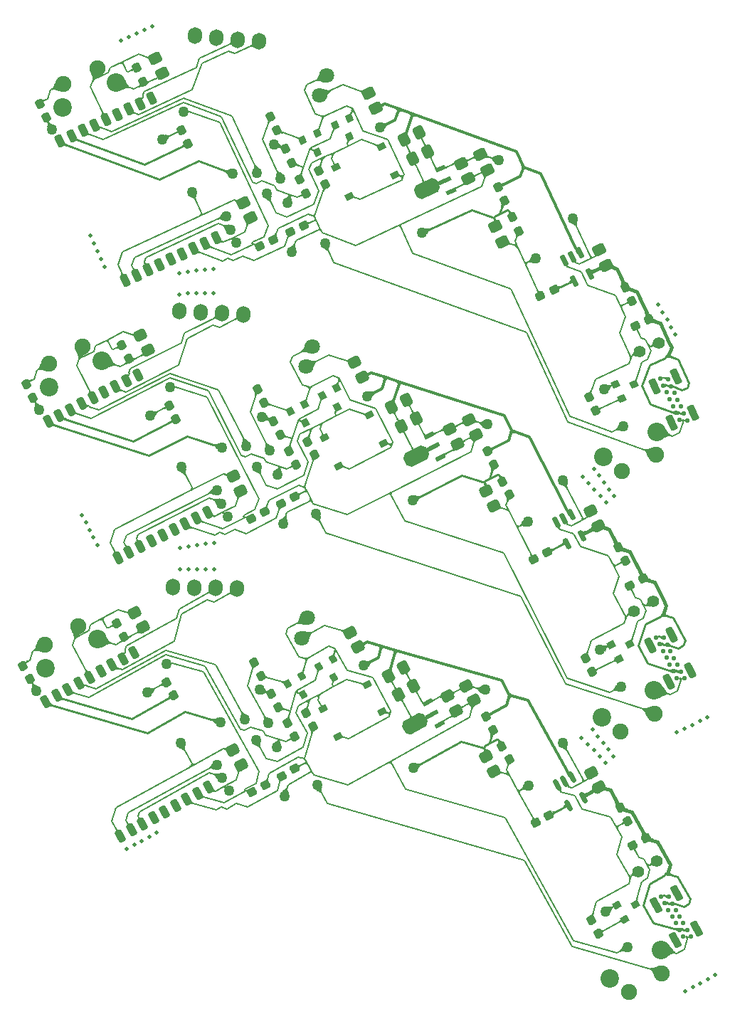
<source format=gbl>
G04*
G04 #@! TF.GenerationSoftware,Altium Limited,Altium Designer,21.7.2 (23)*
G04*
G04 Layer_Physical_Order=2*
G04 Layer_Color=16711680*
%FSLAX25Y25*%
%MOIN*%
G70*
G04*
G04 #@! TF.SameCoordinates,560326E4-0408-43C8-B7F1-86A7F47A34FC*
G04*
G04*
G04 #@! TF.FilePolarity,Positive*
G04*
G01*
G75*
G04:AMPARAMS|DCode=11|XSize=51.18mil|YSize=59.06mil|CornerRadius=12.8mil|HoleSize=0mil|Usage=FLASHONLY|Rotation=205.000|XOffset=0mil|YOffset=0mil|HoleType=Round|Shape=RoundedRectangle|*
%AMROUNDEDRECTD11*
21,1,0.05118,0.03347,0,0,205.0*
21,1,0.02559,0.05906,0,0,205.0*
1,1,0.02559,-0.01867,0.00976*
1,1,0.02559,0.00453,0.02057*
1,1,0.02559,0.01867,-0.00976*
1,1,0.02559,-0.00453,-0.02057*
%
%ADD11ROUNDEDRECTD11*%
%ADD12C,0.00787*%
%ADD13C,0.01000*%
G04:AMPARAMS|DCode=15|XSize=51.18mil|YSize=59.06mil|CornerRadius=12.8mil|HoleSize=0mil|Usage=FLASHONLY|Rotation=209.000|XOffset=0mil|YOffset=0mil|HoleType=Round|Shape=RoundedRectangle|*
%AMROUNDEDRECTD15*
21,1,0.05118,0.03347,0,0,209.0*
21,1,0.02559,0.05906,0,0,209.0*
1,1,0.02559,-0.01930,0.00843*
1,1,0.02559,0.00308,0.02084*
1,1,0.02559,0.01930,-0.00843*
1,1,0.02559,-0.00308,-0.02084*
%
%ADD15ROUNDEDRECTD15*%
G04:AMPARAMS|DCode=17|XSize=51.18mil|YSize=59.06mil|CornerRadius=12.8mil|HoleSize=0mil|Usage=FLASHONLY|Rotation=207.000|XOffset=0mil|YOffset=0mil|HoleType=Round|Shape=RoundedRectangle|*
%AMROUNDEDRECTD17*
21,1,0.05118,0.03347,0,0,207.0*
21,1,0.02559,0.05906,0,0,207.0*
1,1,0.02559,-0.01900,0.00910*
1,1,0.02559,0.00380,0.02072*
1,1,0.02559,0.01900,-0.00910*
1,1,0.02559,-0.00380,-0.02072*
%
%ADD17ROUNDEDRECTD17*%
%ADD18C,0.01968*%
%ADD19C,0.02323*%
G04:AMPARAMS|DCode=20|XSize=34.65mil|YSize=74.8mil|CornerRadius=8.66mil|HoleSize=0mil|Usage=FLASHONLY|Rotation=25.000|XOffset=0mil|YOffset=0mil|HoleType=Round|Shape=RoundedRectangle|*
%AMROUNDEDRECTD20*
21,1,0.03465,0.05748,0,0,25.0*
21,1,0.01732,0.07480,0,0,25.0*
1,1,0.01732,0.02000,-0.02239*
1,1,0.01732,0.00430,-0.02971*
1,1,0.01732,-0.02000,0.02239*
1,1,0.01732,-0.00430,0.02971*
%
%ADD20ROUNDEDRECTD20*%
%ADD21C,0.08661*%
%ADD22C,0.07480*%
G04:AMPARAMS|DCode=23|XSize=66.93mil|YSize=78.74mil|CornerRadius=0mil|HoleSize=0mil|Usage=FLASHONLY|Rotation=175.000|XOffset=0mil|YOffset=0mil|HoleType=Round|Shape=Round|*
%AMOVALD23*
21,1,0.01181,0.06693,0.00000,0.00000,265.0*
1,1,0.06693,0.00052,0.00588*
1,1,0.06693,-0.00052,-0.00588*
%
%ADD23OVALD23*%

%ADD24C,0.05512*%
%ADD25C,0.07087*%
%ADD26C,0.05000*%
G04:AMPARAMS|DCode=27|XSize=34.65mil|YSize=74.8mil|CornerRadius=8.66mil|HoleSize=0mil|Usage=FLASHONLY|Rotation=29.000|XOffset=0mil|YOffset=0mil|HoleType=Round|Shape=RoundedRectangle|*
%AMROUNDEDRECTD27*
21,1,0.03465,0.05748,0,0,29.0*
21,1,0.01732,0.07480,0,0,29.0*
1,1,0.01732,0.02151,-0.02094*
1,1,0.01732,0.00636,-0.02934*
1,1,0.01732,-0.02151,0.02094*
1,1,0.01732,-0.00636,0.02934*
%
%ADD27ROUNDEDRECTD27*%
G04:AMPARAMS|DCode=28|XSize=66.93mil|YSize=78.74mil|CornerRadius=0mil|HoleSize=0mil|Usage=FLASHONLY|Rotation=179.000|XOffset=0mil|YOffset=0mil|HoleType=Round|Shape=Round|*
%AMOVALD28*
21,1,0.01181,0.06693,0.00000,0.00000,269.0*
1,1,0.06693,0.00010,0.00591*
1,1,0.06693,-0.00010,-0.00591*
%
%ADD28OVALD28*%

G04:AMPARAMS|DCode=29|XSize=34.65mil|YSize=74.8mil|CornerRadius=8.66mil|HoleSize=0mil|Usage=FLASHONLY|Rotation=27.000|XOffset=0mil|YOffset=0mil|HoleType=Round|Shape=RoundedRectangle|*
%AMROUNDEDRECTD29*
21,1,0.03465,0.05748,0,0,27.0*
21,1,0.01732,0.07480,0,0,27.0*
1,1,0.01732,0.02077,-0.02168*
1,1,0.01732,0.00533,-0.02954*
1,1,0.01732,-0.02077,0.02168*
1,1,0.01732,-0.00533,0.02954*
%
%ADD29ROUNDEDRECTD29*%
G04:AMPARAMS|DCode=30|XSize=66.93mil|YSize=78.74mil|CornerRadius=0mil|HoleSize=0mil|Usage=FLASHONLY|Rotation=177.000|XOffset=0mil|YOffset=0mil|HoleType=Round|Shape=Round|*
%AMOVALD30*
21,1,0.01181,0.06693,0.00000,0.00000,267.0*
1,1,0.06693,0.00031,0.00590*
1,1,0.06693,-0.00031,-0.00590*
%
%ADD30OVALD30*%

G04:AMPARAMS|DCode=31|XSize=43.31mil|YSize=39.37mil|CornerRadius=9.84mil|HoleSize=0mil|Usage=FLASHONLY|Rotation=295.000|XOffset=0mil|YOffset=0mil|HoleType=Round|Shape=RoundedRectangle|*
%AMROUNDEDRECTD31*
21,1,0.04331,0.01968,0,0,295.0*
21,1,0.02362,0.03937,0,0,295.0*
1,1,0.01968,-0.00393,-0.01486*
1,1,0.01968,-0.01391,0.00655*
1,1,0.01968,0.00393,0.01486*
1,1,0.01968,0.01391,-0.00655*
%
%ADD31ROUNDEDRECTD31*%
G04:AMPARAMS|DCode=32|XSize=23.62mil|YSize=55.12mil|CornerRadius=5.91mil|HoleSize=0mil|Usage=FLASHONLY|Rotation=25.000|XOffset=0mil|YOffset=0mil|HoleType=Round|Shape=RoundedRectangle|*
%AMROUNDEDRECTD32*
21,1,0.02362,0.04331,0,0,25.0*
21,1,0.01181,0.05512,0,0,25.0*
1,1,0.01181,0.01450,-0.01713*
1,1,0.01181,0.00380,-0.02212*
1,1,0.01181,-0.01450,0.01713*
1,1,0.01181,-0.00380,0.02212*
%
%ADD32ROUNDEDRECTD32*%
G04:AMPARAMS|DCode=33|XSize=31.5mil|YSize=35.43mil|CornerRadius=0mil|HoleSize=0mil|Usage=FLASHONLY|Rotation=295.000|XOffset=0mil|YOffset=0mil|HoleType=Round|Shape=Rectangle|*
%AMROTATEDRECTD33*
4,1,4,-0.02271,0.00679,0.00940,0.02176,0.02271,-0.00679,-0.00940,-0.02176,-0.02271,0.00679,0.0*
%
%ADD33ROTATEDRECTD33*%

G04:AMPARAMS|DCode=34|XSize=31.5mil|YSize=35.43mil|CornerRadius=0mil|HoleSize=0mil|Usage=FLASHONLY|Rotation=205.000|XOffset=0mil|YOffset=0mil|HoleType=Round|Shape=Rectangle|*
%AMROTATEDRECTD34*
4,1,4,0.00679,0.02271,0.02176,-0.00940,-0.00679,-0.02271,-0.02176,0.00940,0.00679,0.02271,0.0*
%
%ADD34ROTATEDRECTD34*%

G04:AMPARAMS|DCode=35|XSize=39.37mil|YSize=29.53mil|CornerRadius=2.95mil|HoleSize=0mil|Usage=FLASHONLY|Rotation=205.000|XOffset=0mil|YOffset=0mil|HoleType=Round|Shape=RoundedRectangle|*
%AMROUNDEDRECTD35*
21,1,0.03937,0.02362,0,0,205.0*
21,1,0.03347,0.02953,0,0,205.0*
1,1,0.00591,-0.02016,0.00363*
1,1,0.00591,0.01017,0.01778*
1,1,0.00591,0.02016,-0.00363*
1,1,0.00591,-0.01017,-0.01778*
%
%ADD35ROUNDEDRECTD35*%
G04:AMPARAMS|DCode=36|XSize=59.06mil|YSize=35.43mil|CornerRadius=8.86mil|HoleSize=0mil|Usage=FLASHONLY|Rotation=295.000|XOffset=0mil|YOffset=0mil|HoleType=Round|Shape=RoundedRectangle|*
%AMROUNDEDRECTD36*
21,1,0.05906,0.01772,0,0,295.0*
21,1,0.04134,0.03543,0,0,295.0*
1,1,0.01772,0.00071,-0.02248*
1,1,0.01772,-0.01676,0.01499*
1,1,0.01772,-0.00071,0.02248*
1,1,0.01772,0.01676,-0.01499*
%
%ADD36ROUNDEDRECTD36*%
G04:AMPARAMS|DCode=37|XSize=43.31mil|YSize=39.37mil|CornerRadius=9.84mil|HoleSize=0mil|Usage=FLASHONLY|Rotation=25.000|XOffset=0mil|YOffset=0mil|HoleType=Round|Shape=RoundedRectangle|*
%AMROUNDEDRECTD37*
21,1,0.04331,0.01968,0,0,25.0*
21,1,0.02362,0.03937,0,0,25.0*
1,1,0.01968,0.01486,-0.00393*
1,1,0.01968,-0.00655,-0.01391*
1,1,0.01968,-0.01486,0.00393*
1,1,0.01968,0.00655,0.01391*
%
%ADD37ROUNDEDRECTD37*%
G04:AMPARAMS|DCode=38|XSize=51.18mil|YSize=59.06mil|CornerRadius=12.8mil|HoleSize=0mil|Usage=FLASHONLY|Rotation=295.000|XOffset=0mil|YOffset=0mil|HoleType=Round|Shape=RoundedRectangle|*
%AMROUNDEDRECTD38*
21,1,0.05118,0.03347,0,0,295.0*
21,1,0.02559,0.05906,0,0,295.0*
1,1,0.02559,-0.00976,-0.01867*
1,1,0.02559,-0.02057,0.00453*
1,1,0.02559,0.00976,0.01867*
1,1,0.02559,0.02057,-0.00453*
%
%ADD38ROUNDEDRECTD38*%
G04:AMPARAMS|DCode=39|XSize=70.87mil|YSize=118.11mil|CornerRadius=0mil|HoleSize=0mil|Usage=FLASHONLY|Rotation=115.000|XOffset=0mil|YOffset=0mil|HoleType=Round|Shape=Octagon|*
%AMOCTAGOND39*
4,1,8,-0.04604,-0.04101,-0.06101,-0.00890,-0.05244,0.01464,0.02249,0.04958,0.04604,0.04101,0.06101,0.00890,0.05244,-0.01464,-0.02249,-0.04958,-0.04604,-0.04101,0.0*
%
%ADD39OCTAGOND39*%

G04:AMPARAMS|DCode=40|XSize=19.68mil|YSize=47.24mil|CornerRadius=0mil|HoleSize=0mil|Usage=FLASHONLY|Rotation=115.000|XOffset=0mil|YOffset=0mil|HoleType=Round|Shape=Rectangle|*
%AMROTATEDRECTD40*
4,1,4,0.02557,0.00106,-0.01725,-0.01890,-0.02557,-0.00106,0.01725,0.01890,0.02557,0.00106,0.0*
%
%ADD40ROTATEDRECTD40*%

G04:AMPARAMS|DCode=41|XSize=19.68mil|YSize=62.99mil|CornerRadius=0mil|HoleSize=0mil|Usage=FLASHONLY|Rotation=115.000|XOffset=0mil|YOffset=0mil|HoleType=Round|Shape=Rectangle|*
%AMROTATEDRECTD41*
4,1,4,0.03271,0.00439,-0.02439,-0.02223,-0.03271,-0.00439,0.02439,0.02223,0.03271,0.00439,0.0*
%
%ADD41ROTATEDRECTD41*%

%ADD42C,0.01181*%
%ADD43C,0.01575*%
%ADD44C,0.00886*%
G04:AMPARAMS|DCode=45|XSize=43.31mil|YSize=39.37mil|CornerRadius=9.84mil|HoleSize=0mil|Usage=FLASHONLY|Rotation=299.000|XOffset=0mil|YOffset=0mil|HoleType=Round|Shape=RoundedRectangle|*
%AMROUNDEDRECTD45*
21,1,0.04331,0.01968,0,0,299.0*
21,1,0.02362,0.03937,0,0,299.0*
1,1,0.01968,-0.00288,-0.01510*
1,1,0.01968,-0.01434,0.00556*
1,1,0.01968,0.00288,0.01510*
1,1,0.01968,0.01434,-0.00556*
%
%ADD45ROUNDEDRECTD45*%
G04:AMPARAMS|DCode=46|XSize=23.62mil|YSize=55.12mil|CornerRadius=5.91mil|HoleSize=0mil|Usage=FLASHONLY|Rotation=29.000|XOffset=0mil|YOffset=0mil|HoleType=Round|Shape=RoundedRectangle|*
%AMROUNDEDRECTD46*
21,1,0.02362,0.04331,0,0,29.0*
21,1,0.01181,0.05512,0,0,29.0*
1,1,0.01181,0.01566,-0.01608*
1,1,0.01181,0.00533,-0.02180*
1,1,0.01181,-0.01566,0.01608*
1,1,0.01181,-0.00533,0.02180*
%
%ADD46ROUNDEDRECTD46*%
G04:AMPARAMS|DCode=47|XSize=31.5mil|YSize=35.43mil|CornerRadius=0mil|HoleSize=0mil|Usage=FLASHONLY|Rotation=299.000|XOffset=0mil|YOffset=0mil|HoleType=Round|Shape=Rectangle|*
%AMROTATEDRECTD47*
4,1,4,-0.02313,0.00518,0.00786,0.02236,0.02313,-0.00518,-0.00786,-0.02236,-0.02313,0.00518,0.0*
%
%ADD47ROTATEDRECTD47*%

G04:AMPARAMS|DCode=48|XSize=31.5mil|YSize=35.43mil|CornerRadius=0mil|HoleSize=0mil|Usage=FLASHONLY|Rotation=209.000|XOffset=0mil|YOffset=0mil|HoleType=Round|Shape=Rectangle|*
%AMROTATEDRECTD48*
4,1,4,0.00518,0.02313,0.02236,-0.00786,-0.00518,-0.02313,-0.02236,0.00786,0.00518,0.02313,0.0*
%
%ADD48ROTATEDRECTD48*%

G04:AMPARAMS|DCode=49|XSize=39.37mil|YSize=29.53mil|CornerRadius=2.95mil|HoleSize=0mil|Usage=FLASHONLY|Rotation=209.000|XOffset=0mil|YOffset=0mil|HoleType=Round|Shape=RoundedRectangle|*
%AMROUNDEDRECTD49*
21,1,0.03937,0.02362,0,0,209.0*
21,1,0.03347,0.02953,0,0,209.0*
1,1,0.00591,-0.02036,0.00222*
1,1,0.00591,0.00891,0.01844*
1,1,0.00591,0.02036,-0.00222*
1,1,0.00591,-0.00891,-0.01844*
%
%ADD49ROUNDEDRECTD49*%
G04:AMPARAMS|DCode=50|XSize=59.06mil|YSize=35.43mil|CornerRadius=8.86mil|HoleSize=0mil|Usage=FLASHONLY|Rotation=299.000|XOffset=0mil|YOffset=0mil|HoleType=Round|Shape=RoundedRectangle|*
%AMROUNDEDRECTD50*
21,1,0.05906,0.01772,0,0,299.0*
21,1,0.04134,0.03543,0,0,299.0*
1,1,0.01772,0.00227,-0.02237*
1,1,0.01772,-0.01777,0.01378*
1,1,0.01772,-0.00227,0.02237*
1,1,0.01772,0.01777,-0.01378*
%
%ADD50ROUNDEDRECTD50*%
G04:AMPARAMS|DCode=51|XSize=43.31mil|YSize=39.37mil|CornerRadius=9.84mil|HoleSize=0mil|Usage=FLASHONLY|Rotation=29.000|XOffset=0mil|YOffset=0mil|HoleType=Round|Shape=RoundedRectangle|*
%AMROUNDEDRECTD51*
21,1,0.04331,0.01968,0,0,29.0*
21,1,0.02362,0.03937,0,0,29.0*
1,1,0.01968,0.01510,-0.00288*
1,1,0.01968,-0.00556,-0.01434*
1,1,0.01968,-0.01510,0.00288*
1,1,0.01968,0.00556,0.01434*
%
%ADD51ROUNDEDRECTD51*%
G04:AMPARAMS|DCode=52|XSize=51.18mil|YSize=59.06mil|CornerRadius=12.8mil|HoleSize=0mil|Usage=FLASHONLY|Rotation=299.000|XOffset=0mil|YOffset=0mil|HoleType=Round|Shape=RoundedRectangle|*
%AMROUNDEDRECTD52*
21,1,0.05118,0.03347,0,0,299.0*
21,1,0.02559,0.05906,0,0,299.0*
1,1,0.02559,-0.00843,-0.01930*
1,1,0.02559,-0.02084,0.00308*
1,1,0.02559,0.00843,0.01930*
1,1,0.02559,0.02084,-0.00308*
%
%ADD52ROUNDEDRECTD52*%
G04:AMPARAMS|DCode=53|XSize=70.87mil|YSize=118.11mil|CornerRadius=0mil|HoleSize=0mil|Usage=FLASHONLY|Rotation=119.000|XOffset=0mil|YOffset=0mil|HoleType=Round|Shape=Octagon|*
%AMOCTAGOND53*
4,1,8,-0.04306,-0.04413,-0.06024,-0.01314,-0.05333,0.01095,0.01898,0.05103,0.04306,0.04413,0.06024,0.01314,0.05333,-0.01095,-0.01898,-0.05103,-0.04306,-0.04413,0.0*
%
%ADD53OCTAGOND53*%

G04:AMPARAMS|DCode=54|XSize=19.68mil|YSize=47.24mil|CornerRadius=0mil|HoleSize=0mil|Usage=FLASHONLY|Rotation=119.000|XOffset=0mil|YOffset=0mil|HoleType=Round|Shape=Rectangle|*
%AMROTATEDRECTD54*
4,1,4,0.02543,0.00284,-0.01589,-0.02006,-0.02543,-0.00284,0.01589,0.02006,0.02543,0.00284,0.0*
%
%ADD54ROTATEDRECTD54*%

G04:AMPARAMS|DCode=55|XSize=19.68mil|YSize=62.99mil|CornerRadius=0mil|HoleSize=0mil|Usage=FLASHONLY|Rotation=119.000|XOffset=0mil|YOffset=0mil|HoleType=Round|Shape=Rectangle|*
%AMROTATEDRECTD55*
4,1,4,0.03232,0.00666,-0.02278,-0.02388,-0.03232,-0.00666,0.02278,0.02388,0.03232,0.00666,0.0*
%
%ADD55ROTATEDRECTD55*%

G04:AMPARAMS|DCode=56|XSize=43.31mil|YSize=39.37mil|CornerRadius=9.84mil|HoleSize=0mil|Usage=FLASHONLY|Rotation=297.000|XOffset=0mil|YOffset=0mil|HoleType=Round|Shape=RoundedRectangle|*
%AMROUNDEDRECTD56*
21,1,0.04331,0.01968,0,0,297.0*
21,1,0.02362,0.03937,0,0,297.0*
1,1,0.01968,-0.00341,-0.01499*
1,1,0.01968,-0.01413,0.00606*
1,1,0.01968,0.00341,0.01499*
1,1,0.01968,0.01413,-0.00606*
%
%ADD56ROUNDEDRECTD56*%
G04:AMPARAMS|DCode=57|XSize=23.62mil|YSize=55.12mil|CornerRadius=5.91mil|HoleSize=0mil|Usage=FLASHONLY|Rotation=27.000|XOffset=0mil|YOffset=0mil|HoleType=Round|Shape=RoundedRectangle|*
%AMROUNDEDRECTD57*
21,1,0.02362,0.04331,0,0,27.0*
21,1,0.01181,0.05512,0,0,27.0*
1,1,0.01181,0.01509,-0.01661*
1,1,0.01181,0.00457,-0.02197*
1,1,0.01181,-0.01509,0.01661*
1,1,0.01181,-0.00457,0.02197*
%
%ADD57ROUNDEDRECTD57*%
G04:AMPARAMS|DCode=58|XSize=31.5mil|YSize=35.43mil|CornerRadius=0mil|HoleSize=0mil|Usage=FLASHONLY|Rotation=297.000|XOffset=0mil|YOffset=0mil|HoleType=Round|Shape=Rectangle|*
%AMROTATEDRECTD58*
4,1,4,-0.02294,0.00599,0.00864,0.02208,0.02294,-0.00599,-0.00864,-0.02208,-0.02294,0.00599,0.0*
%
%ADD58ROTATEDRECTD58*%

G04:AMPARAMS|DCode=59|XSize=31.5mil|YSize=35.43mil|CornerRadius=0mil|HoleSize=0mil|Usage=FLASHONLY|Rotation=207.000|XOffset=0mil|YOffset=0mil|HoleType=Round|Shape=Rectangle|*
%AMROTATEDRECTD59*
4,1,4,0.00599,0.02294,0.02208,-0.00864,-0.00599,-0.02294,-0.02208,0.00864,0.00599,0.02294,0.0*
%
%ADD59ROTATEDRECTD59*%

G04:AMPARAMS|DCode=60|XSize=39.37mil|YSize=29.53mil|CornerRadius=2.95mil|HoleSize=0mil|Usage=FLASHONLY|Rotation=207.000|XOffset=0mil|YOffset=0mil|HoleType=Round|Shape=RoundedRectangle|*
%AMROUNDEDRECTD60*
21,1,0.03937,0.02362,0,0,207.0*
21,1,0.03347,0.02953,0,0,207.0*
1,1,0.00591,-0.02027,0.00293*
1,1,0.00591,0.00955,0.01812*
1,1,0.00591,0.02027,-0.00293*
1,1,0.00591,-0.00955,-0.01812*
%
%ADD60ROUNDEDRECTD60*%
G04:AMPARAMS|DCode=61|XSize=59.06mil|YSize=35.43mil|CornerRadius=8.86mil|HoleSize=0mil|Usage=FLASHONLY|Rotation=297.000|XOffset=0mil|YOffset=0mil|HoleType=Round|Shape=RoundedRectangle|*
%AMROUNDEDRECTD61*
21,1,0.05906,0.01772,0,0,297.0*
21,1,0.04134,0.03543,0,0,297.0*
1,1,0.01772,0.00149,-0.02244*
1,1,0.01772,-0.01728,0.01440*
1,1,0.01772,-0.00149,0.02244*
1,1,0.01772,0.01728,-0.01440*
%
%ADD61ROUNDEDRECTD61*%
G04:AMPARAMS|DCode=62|XSize=43.31mil|YSize=39.37mil|CornerRadius=9.84mil|HoleSize=0mil|Usage=FLASHONLY|Rotation=27.000|XOffset=0mil|YOffset=0mil|HoleType=Round|Shape=RoundedRectangle|*
%AMROUNDEDRECTD62*
21,1,0.04331,0.01968,0,0,27.0*
21,1,0.02362,0.03937,0,0,27.0*
1,1,0.01968,0.01499,-0.00341*
1,1,0.01968,-0.00606,-0.01413*
1,1,0.01968,-0.01499,0.00341*
1,1,0.01968,0.00606,0.01413*
%
%ADD62ROUNDEDRECTD62*%
G04:AMPARAMS|DCode=63|XSize=51.18mil|YSize=59.06mil|CornerRadius=12.8mil|HoleSize=0mil|Usage=FLASHONLY|Rotation=297.000|XOffset=0mil|YOffset=0mil|HoleType=Round|Shape=RoundedRectangle|*
%AMROUNDEDRECTD63*
21,1,0.05118,0.03347,0,0,297.0*
21,1,0.02559,0.05906,0,0,297.0*
1,1,0.02559,-0.00910,-0.01900*
1,1,0.02559,-0.02072,0.00380*
1,1,0.02559,0.00910,0.01900*
1,1,0.02559,0.02072,-0.00380*
%
%ADD63ROUNDEDRECTD63*%
G04:AMPARAMS|DCode=64|XSize=70.87mil|YSize=118.11mil|CornerRadius=0mil|HoleSize=0mil|Usage=FLASHONLY|Rotation=117.000|XOffset=0mil|YOffset=0mil|HoleType=Round|Shape=Octagon|*
%AMOCTAGOND64*
4,1,8,-0.04458,-0.04260,-0.06066,-0.01103,-0.05292,0.01280,0.02075,0.05034,0.04458,0.04260,0.06066,0.01103,0.05292,-0.01280,-0.02075,-0.05034,-0.04458,-0.04260,0.0*
%
%ADD64OCTAGOND64*%

G04:AMPARAMS|DCode=65|XSize=19.68mil|YSize=47.24mil|CornerRadius=0mil|HoleSize=0mil|Usage=FLASHONLY|Rotation=117.000|XOffset=0mil|YOffset=0mil|HoleType=Round|Shape=Rectangle|*
%AMROTATEDRECTD65*
4,1,4,0.02552,0.00195,-0.01658,-0.01949,-0.02552,-0.00195,0.01658,0.01949,0.02552,0.00195,0.0*
%
%ADD65ROTATEDRECTD65*%

G04:AMPARAMS|DCode=66|XSize=19.68mil|YSize=62.99mil|CornerRadius=0mil|HoleSize=0mil|Usage=FLASHONLY|Rotation=117.000|XOffset=0mil|YOffset=0mil|HoleType=Round|Shape=Rectangle|*
%AMROTATEDRECTD66*
4,1,4,0.03253,0.00553,-0.02359,-0.02307,-0.03253,-0.00553,0.02359,0.02307,0.03253,0.00553,0.0*
%
%ADD66ROTATEDRECTD66*%

G36*
X143366Y475498D02*
X143331Y475564D01*
X143282Y475615D01*
X143221Y475651D01*
X143146Y475672D01*
X143059Y475679D01*
X142958Y475671D01*
X142844Y475648D01*
X142718Y475610D01*
X142578Y475558D01*
X142425Y475491D01*
X142147Y476230D01*
X142295Y476304D01*
X142424Y476377D01*
X142534Y476450D01*
X142627Y476523D01*
X142700Y476596D01*
X142755Y476669D01*
X142791Y476742D01*
X142809Y476815D01*
X142808Y476888D01*
X142789Y476961D01*
X143366Y475498D01*
D02*
G37*
G36*
X153364Y474574D02*
X153327Y474639D01*
X153278Y474690D01*
X153216Y474725D01*
X153140Y474746D01*
X153052Y474753D01*
X152950Y474744D01*
X152836Y474721D01*
X152709Y474684D01*
X152568Y474631D01*
X152415Y474564D01*
X152122Y475296D01*
X152271Y475370D01*
X152401Y475443D01*
X152512Y475517D01*
X152604Y475590D01*
X152678Y475663D01*
X152733Y475736D01*
X152769Y475809D01*
X152786Y475882D01*
X152784Y475954D01*
X152764Y476027D01*
X153364Y474574D01*
D02*
G37*
G36*
X104613Y468379D02*
X104629Y468451D01*
X104622Y468523D01*
X104595Y468595D01*
X104545Y468667D01*
X104474Y468738D01*
X104382Y468809D01*
X104267Y468879D01*
X104131Y468949D01*
X103973Y469019D01*
X103794Y469088D01*
X104063Y469828D01*
X104245Y469766D01*
X104560Y469684D01*
X104693Y469665D01*
X104810Y469659D01*
X104910Y469668D01*
X104994Y469691D01*
X105061Y469728D01*
X105112Y469779D01*
X105147Y469845D01*
X104613Y468379D01*
D02*
G37*
G36*
X93222Y467578D02*
X93090Y467508D01*
X92979Y467430D01*
X92888Y467344D01*
X92819Y467251D01*
X92770Y467150D01*
X92743Y467041D01*
X92736Y466925D01*
X92750Y466802D01*
X92785Y466671D01*
X92841Y466532D01*
X92128Y466199D01*
X92057Y466331D01*
X91979Y466442D01*
X91894Y466533D01*
X91800Y466602D01*
X91700Y466651D01*
X91591Y466678D01*
X91475Y466685D01*
X91351Y466671D01*
X91220Y466636D01*
X91081Y466580D01*
X91819Y467792D01*
X93222Y467578D01*
D02*
G37*
G36*
X97245Y463155D02*
X97206Y463219D01*
X97156Y463270D01*
X97095Y463307D01*
X97022Y463329D01*
X96939Y463338D01*
X96844Y463333D01*
X96738Y463314D01*
X96622Y463281D01*
X96493Y463235D01*
X96354Y463174D01*
X96021Y463888D01*
X96157Y463955D01*
X96275Y464023D01*
X96376Y464092D01*
X96458Y464161D01*
X96523Y464230D01*
X96570Y464300D01*
X96599Y464370D01*
X96610Y464440D01*
X96604Y464511D01*
X96579Y464582D01*
X97245Y463155D01*
D02*
G37*
G36*
X108858Y459231D02*
X108819Y459295D01*
X108769Y459345D01*
X108708Y459382D01*
X108635Y459405D01*
X108552Y459414D01*
X108457Y459409D01*
X108351Y459390D01*
X108235Y459357D01*
X108106Y459310D01*
X107967Y459249D01*
X107634Y459963D01*
X107770Y460031D01*
X107888Y460099D01*
X107989Y460168D01*
X108071Y460237D01*
X108136Y460306D01*
X108183Y460375D01*
X108212Y460445D01*
X108223Y460516D01*
X108217Y460587D01*
X108192Y460658D01*
X108858Y459231D01*
D02*
G37*
G36*
X82008Y461263D02*
X81465Y461008D01*
X80132Y460271D01*
X79787Y460036D01*
X79442Y459089D01*
X79303Y459018D01*
X79174Y458939D01*
X79053Y458852D01*
X78942Y458757D01*
X78839Y458654D01*
X78745Y458543D01*
X78660Y458423D01*
X78584Y458296D01*
X78517Y458160D01*
X78459Y458016D01*
X78414Y459044D01*
X78426Y459063D01*
X78051Y459199D01*
X78110Y459426D01*
X78135Y459688D01*
X78124Y459985D01*
X78080Y460317D01*
X78001Y460685D01*
X77887Y461088D01*
X77556Y462000D01*
X77339Y462509D01*
X77087Y463054D01*
X82008Y461263D01*
D02*
G37*
G36*
X186641Y457778D02*
X186112Y457969D01*
X184735Y458363D01*
X184347Y458435D01*
X183994Y458478D01*
X183676Y458491D01*
X183394Y458474D01*
X183146Y458428D01*
X182934Y458352D01*
X182602Y459066D01*
X182796Y459179D01*
X182990Y459339D01*
X183185Y459545D01*
X183379Y459797D01*
X183573Y460094D01*
X183767Y460438D01*
X184156Y461264D01*
X184350Y461746D01*
X184545Y462274D01*
X186641Y457778D01*
D02*
G37*
G36*
X103729Y458494D02*
X103759Y458434D01*
X103806Y458391D01*
X103870Y458364D01*
X103951Y458354D01*
X104048Y458360D01*
X104163Y458383D01*
X104294Y458423D01*
X104442Y458479D01*
X104607Y458551D01*
X104743Y457746D01*
X104620Y457685D01*
X104394Y457551D01*
X104291Y457478D01*
X104194Y457401D01*
X104104Y457319D01*
X104020Y457233D01*
X103943Y457144D01*
X103873Y457050D01*
X103809Y456952D01*
X103716Y458570D01*
X103729Y458494D01*
D02*
G37*
G36*
X101337Y455799D02*
X101221Y455813D01*
X101103Y455819D01*
X100985Y455818D01*
X100866Y455809D01*
X100745Y455792D01*
X100624Y455768D01*
X100501Y455736D01*
X100378Y455696D01*
X100253Y455649D01*
X100128Y455594D01*
X99598Y456216D01*
X99760Y456296D01*
X99898Y456373D01*
X100013Y456448D01*
X100104Y456521D01*
X100171Y456592D01*
X100215Y456660D01*
X100236Y456726D01*
X100233Y456790D01*
X100207Y456851D01*
X100157Y456911D01*
X101337Y455799D01*
D02*
G37*
G36*
X93327Y459019D02*
X94188Y457443D01*
X94460Y457035D01*
X94725Y456686D01*
X94983Y456395D01*
X95233Y456164D01*
X95476Y455992D01*
X95711Y455878D01*
X95442Y455138D01*
X95188Y455202D01*
X94891Y455226D01*
X94551Y455209D01*
X94167Y455153D01*
X93740Y455056D01*
X93269Y454918D01*
X92197Y454522D01*
X90951Y453965D01*
X93025Y459662D01*
X93327Y459019D01*
D02*
G37*
G36*
X204146Y452890D02*
X204162Y452962D01*
X204155Y453034D01*
X204128Y453106D01*
X204078Y453177D01*
X204007Y453249D01*
X203914Y453319D01*
X203800Y453390D01*
X203664Y453460D01*
X203506Y453530D01*
X203327Y453599D01*
X203596Y454339D01*
X203778Y454277D01*
X204093Y454195D01*
X204226Y454175D01*
X204343Y454170D01*
X204443Y454179D01*
X204526Y454202D01*
X204594Y454239D01*
X204645Y454290D01*
X204679Y454356D01*
X204146Y452890D01*
D02*
G37*
G36*
X63090Y453679D02*
X62526Y453882D01*
X61063Y454305D01*
X60651Y454383D01*
X60278Y454429D01*
X59943Y454445D01*
X59645Y454429D01*
X59387Y454382D01*
X59166Y454304D01*
X58833Y455017D01*
X59035Y455136D01*
X59238Y455304D01*
X59440Y455521D01*
X59644Y455788D01*
X59848Y456104D01*
X60053Y456470D01*
X60464Y457348D01*
X60670Y457862D01*
X60877Y458425D01*
X63090Y453679D01*
D02*
G37*
G36*
X101812Y450357D02*
X101722Y450314D01*
X101514Y450199D01*
X101467Y450166D01*
X101430Y450136D01*
X101405Y450108D01*
X101390Y450083D01*
X101385Y450061D01*
X101392Y450041D01*
X100840Y450885D01*
X100857Y450871D01*
X100884Y450865D01*
X100921Y450866D01*
X100970Y450873D01*
X101028Y450888D01*
X101097Y450911D01*
X101267Y450976D01*
X101479Y451071D01*
X101812Y450357D01*
D02*
G37*
G36*
X186241Y454826D02*
X187617Y454431D01*
X188006Y454359D01*
X188359Y454317D01*
X188676Y454304D01*
X188959Y454320D01*
X189206Y454366D01*
X189418Y454442D01*
X189751Y453729D01*
X189557Y453615D01*
X189362Y453455D01*
X189168Y453250D01*
X188974Y452998D01*
X188779Y452700D01*
X188585Y452356D01*
X188196Y451530D01*
X188002Y451048D01*
X187808Y450520D01*
X185711Y455016D01*
X186241Y454826D01*
D02*
G37*
G36*
X55414Y450297D02*
X55466Y450248D01*
X55529Y450213D01*
X55605Y450192D01*
X55691Y450185D01*
X55790Y450192D01*
X55900Y450213D01*
X56021Y450248D01*
X56154Y450297D01*
X56298Y450360D01*
X56631Y449647D01*
X56494Y449578D01*
X56374Y449509D01*
X56273Y449440D01*
X56190Y449371D01*
X56125Y449302D01*
X56078Y449232D01*
X56050Y449162D01*
X56039Y449092D01*
X56047Y449022D01*
X56073Y448952D01*
X55373Y450360D01*
X55414Y450297D01*
D02*
G37*
G36*
X54522Y449881D02*
X54574Y449832D01*
X54637Y449797D01*
X54713Y449776D01*
X54799Y449769D01*
X54898Y449776D01*
X55008Y449797D01*
X55129Y449832D01*
X55262Y449881D01*
X55406Y449944D01*
X55739Y449230D01*
X55602Y449162D01*
X55482Y449093D01*
X55381Y449024D01*
X55298Y448955D01*
X55233Y448886D01*
X55186Y448816D01*
X55158Y448746D01*
X55147Y448676D01*
X55155Y448606D01*
X55181Y448536D01*
X54481Y449944D01*
X54522Y449881D01*
D02*
G37*
G36*
X212946Y447914D02*
X213020Y447838D01*
X213112Y447783D01*
X213220Y447748D01*
X213345Y447735D01*
X213486Y447742D01*
X213644Y447770D01*
X213819Y447819D01*
X214010Y447889D01*
X214218Y447979D01*
X214717Y446909D01*
X214514Y446808D01*
X214338Y446706D01*
X214188Y446603D01*
X214065Y446500D01*
X213969Y446397D01*
X213899Y446293D01*
X213856Y446188D01*
X213839Y446082D01*
X213849Y445976D01*
X213886Y445869D01*
X212887Y448010D01*
X212946Y447914D01*
D02*
G37*
G36*
X223185Y444236D02*
X222970Y444302D01*
X222769Y444337D01*
X222583Y444342D01*
X222410Y444317D01*
X222252Y444262D01*
X222108Y444176D01*
X221977Y444060D01*
X221861Y443914D01*
X221759Y443737D01*
X221671Y443530D01*
X220562Y443934D01*
X220627Y444149D01*
X220663Y444350D01*
X220668Y444536D01*
X220642Y444709D01*
X220587Y444867D01*
X220501Y445012D01*
X220385Y445142D01*
X220239Y445258D01*
X220062Y445360D01*
X219856Y445448D01*
X221924Y445952D01*
X223185Y444236D01*
D02*
G37*
G36*
X200328Y445629D02*
X200349Y443721D01*
X200283Y443850D01*
X200219Y443949D01*
X200155Y444019D01*
X200093Y444060D01*
X200032Y444072D01*
X199973Y444054D01*
X199915Y444008D01*
X199857Y443933D01*
X199802Y443828D01*
X199747Y443695D01*
X199277Y444704D01*
X199366Y444986D01*
X199398Y445117D01*
X199420Y445240D01*
X199433Y445356D01*
X199438Y445465D01*
X199433Y445567D01*
X199419Y445662D01*
X199397Y445751D01*
X199365Y445832D01*
X200328Y445629D01*
D02*
G37*
G36*
X97447Y444424D02*
X97456Y444351D01*
X97488Y444278D01*
X97544Y444204D01*
X97624Y444130D01*
X97727Y444056D01*
X97853Y443981D01*
X98003Y443906D01*
X98177Y443830D01*
X98374Y443755D01*
X98105Y443015D01*
X97905Y443083D01*
X97560Y443176D01*
X97415Y443200D01*
X97289Y443209D01*
X97180Y443204D01*
X97090Y443183D01*
X97018Y443148D01*
X96964Y443098D01*
X96929Y443033D01*
X97462Y444497D01*
X97447Y444424D01*
D02*
G37*
G36*
X199709Y443589D02*
X199636Y443377D01*
X199536Y443011D01*
X199509Y442857D01*
X199498Y442723D01*
X199503Y442608D01*
X199522Y442513D01*
X199558Y442438D01*
X199609Y442381D01*
X199675Y442345D01*
X198195Y442883D01*
X198269Y442869D01*
X198344Y442879D01*
X198420Y442915D01*
X198496Y442975D01*
X198573Y443060D01*
X198651Y443170D01*
X198730Y443305D01*
X198809Y443464D01*
X198969Y443859D01*
X199709Y443589D01*
D02*
G37*
G36*
X83220Y443855D02*
X83288Y443737D01*
X83357Y443637D01*
X83426Y443554D01*
X83495Y443490D01*
X83565Y443443D01*
X83635Y443414D01*
X83705Y443402D01*
X83776Y443409D01*
X83847Y443433D01*
X82420Y442768D01*
X82484Y442807D01*
X82535Y442857D01*
X82571Y442918D01*
X82594Y442990D01*
X82603Y443074D01*
X82598Y443168D01*
X82579Y443274D01*
X82546Y443391D01*
X82499Y443519D01*
X82439Y443659D01*
X83152Y443992D01*
X83220Y443855D01*
D02*
G37*
G36*
X187251Y441920D02*
X187113Y441850D01*
X186983Y441771D01*
X186863Y441684D01*
X186751Y441589D01*
X186648Y441486D01*
X186555Y441374D01*
X186470Y441255D01*
X186394Y441127D01*
X186326Y440991D01*
X186268Y440847D01*
X185449Y440900D01*
X185493Y441043D01*
X185517Y441177D01*
X185520Y441302D01*
X185503Y441417D01*
X185466Y441522D01*
X185409Y441619D01*
X185332Y441705D01*
X185234Y441783D01*
X185117Y441851D01*
X184979Y441909D01*
X185465Y442570D01*
X185612Y442522D01*
X185760Y442487D01*
X185906Y442463D01*
X186053Y442451D01*
X186198Y442452D01*
X186343Y442464D01*
X186488Y442488D01*
X186632Y442525D01*
X186775Y442573D01*
X186918Y442634D01*
X187251Y441920D01*
D02*
G37*
G36*
X229725Y441856D02*
X229510Y441921D01*
X229310Y441957D01*
X229123Y441962D01*
X228950Y441937D01*
X228792Y441881D01*
X228647Y441795D01*
X228517Y441679D01*
X228401Y441533D01*
X228299Y441357D01*
X228211Y441150D01*
X227101Y441554D01*
X227167Y441769D01*
X227203Y441969D01*
X227208Y442156D01*
X227183Y442329D01*
X227127Y442487D01*
X227041Y442631D01*
X226925Y442762D01*
X226779Y442878D01*
X226602Y442980D01*
X226396Y443068D01*
X228464Y443571D01*
X229725Y441856D01*
D02*
G37*
G36*
X161607Y439525D02*
X161535Y439539D01*
X161462Y439531D01*
X161389Y439500D01*
X161316Y439445D01*
X161243Y439368D01*
X161169Y439267D01*
X161096Y439144D01*
X161022Y438997D01*
X160948Y438827D01*
X160873Y438634D01*
X160134Y438904D01*
X160201Y439099D01*
X160291Y439437D01*
X160314Y439579D01*
X160322Y439703D01*
X160316Y439810D01*
X160295Y439898D01*
X160259Y439969D01*
X160209Y440022D01*
X160144Y440058D01*
X161607Y439525D01*
D02*
G37*
G36*
X57875Y439798D02*
X57825Y439748D01*
X57788Y439686D01*
X57765Y439614D01*
X57757Y439531D01*
X57762Y439436D01*
X57781Y439330D01*
X57789Y439300D01*
X57856Y439212D01*
X58000Y439065D01*
X58172Y438920D01*
X58373Y438778D01*
X58603Y438638D01*
X58861Y438502D01*
X59463Y438238D01*
X59807Y438110D01*
X56635Y436631D01*
X56758Y436977D01*
X56943Y437608D01*
X57004Y437893D01*
X57045Y438158D01*
X57065Y438404D01*
X57065Y438628D01*
X57044Y438834D01*
X57020Y438942D01*
X57003Y438967D01*
X56934Y439050D01*
X56865Y439115D01*
X56795Y439162D01*
X56725Y439191D01*
X56654Y439202D01*
X56584Y439195D01*
X56512Y439171D01*
X57940Y439837D01*
X57875Y439798D01*
D02*
G37*
G36*
X82050Y436538D02*
X81556Y436319D01*
X81369Y437086D01*
X81373Y437088D01*
X81383Y437093D01*
X81718Y437252D01*
X82050Y436538D01*
D02*
G37*
G36*
X192083Y436164D02*
X192010Y436177D01*
X191937Y436166D01*
X191862Y436130D01*
X191787Y436069D01*
X191710Y435983D01*
X191633Y435872D01*
X191555Y435736D01*
X191475Y435575D01*
X191314Y435178D01*
X190575Y435447D01*
X190648Y435661D01*
X190750Y436029D01*
X190777Y436183D01*
X190789Y436318D01*
X190786Y436433D01*
X190768Y436529D01*
X190734Y436604D01*
X190684Y436660D01*
X190620Y436696D01*
X192083Y436164D01*
D02*
G37*
G36*
X213858Y439074D02*
X214418Y438925D01*
X214679Y438881D01*
X214929Y438856D01*
X215166Y438852D01*
X215391Y438867D01*
X215604Y438903D01*
X215805Y438958D01*
X215993Y439033D01*
X216493Y437962D01*
X216314Y437866D01*
X216142Y437748D01*
X215978Y437608D01*
X215822Y437445D01*
X215673Y437260D01*
X215531Y437054D01*
X215397Y436825D01*
X215270Y436574D01*
X215151Y436301D01*
X215039Y436006D01*
X213560Y439178D01*
X213858Y439074D01*
D02*
G37*
G36*
X184762Y436709D02*
X184667Y436437D01*
X184485Y435767D01*
X184458Y435593D01*
X184449Y435443D01*
X184457Y435318D01*
X184481Y435218D01*
X184523Y435142D01*
X184582Y435090D01*
X183214Y435884D01*
X183282Y435859D01*
X183353Y435861D01*
X183425Y435891D01*
X183499Y435948D01*
X183575Y436033D01*
X183653Y436145D01*
X183733Y436285D01*
X183814Y436453D01*
X183983Y436870D01*
X184762Y436709D01*
D02*
G37*
G36*
X225969Y434989D02*
X225868Y434694D01*
X225729Y434176D01*
X225691Y433954D01*
X225675Y433755D01*
X225680Y433581D01*
X225705Y433431D01*
X225752Y433305D01*
X225821Y433203D01*
X225910Y433125D01*
X223895Y434449D01*
X223996Y434403D01*
X224098Y434393D01*
X224202Y434422D01*
X224307Y434488D01*
X224413Y434593D01*
X224520Y434735D01*
X224629Y434915D01*
X224740Y435132D01*
X224851Y435388D01*
X224964Y435681D01*
X225969Y434989D01*
D02*
G37*
G36*
X118430Y434027D02*
X118391Y434091D01*
X118341Y434142D01*
X118280Y434178D01*
X118207Y434201D01*
X118124Y434210D01*
X118029Y434205D01*
X117923Y434186D01*
X117806Y434153D01*
X117678Y434107D01*
X117539Y434046D01*
X117206Y434760D01*
X117342Y434827D01*
X117460Y434896D01*
X117560Y434964D01*
X117643Y435033D01*
X117708Y435102D01*
X117755Y435172D01*
X117784Y435242D01*
X117795Y435312D01*
X117788Y435383D01*
X117764Y435454D01*
X118430Y434027D01*
D02*
G37*
G36*
X166611Y435396D02*
X166629Y435320D01*
X166668Y435244D01*
X166729Y435169D01*
X166812Y435093D01*
X166916Y435019D01*
X167042Y434944D01*
X167189Y434870D01*
X167358Y434796D01*
X167548Y434723D01*
X167399Y433940D01*
X167208Y434005D01*
X166881Y434091D01*
X166746Y434111D01*
X166629Y434117D01*
X166531Y434107D01*
X166452Y434083D01*
X166391Y434043D01*
X166349Y433988D01*
X166325Y433919D01*
X166614Y435473D01*
X166611Y435396D01*
D02*
G37*
G36*
X76038Y434441D02*
X76047Y434368D01*
X76079Y434295D01*
X76135Y434221D01*
X76215Y434147D01*
X76318Y434073D01*
X76445Y433998D01*
X76595Y433923D01*
X76768Y433847D01*
X76965Y433772D01*
X76696Y433032D01*
X76496Y433100D01*
X76152Y433193D01*
X76007Y433217D01*
X75880Y433226D01*
X75771Y433220D01*
X75681Y433200D01*
X75609Y433165D01*
X75555Y433115D01*
X75520Y433050D01*
X76053Y434514D01*
X76038Y434441D01*
D02*
G37*
G36*
X233006Y432202D02*
X232955Y432152D01*
X232919Y432091D01*
X232896Y432018D01*
X232887Y431935D01*
X232892Y431840D01*
X232911Y431734D01*
X232944Y431617D01*
X232990Y431489D01*
X233051Y431350D01*
X232337Y431017D01*
X232270Y431153D01*
X232202Y431271D01*
X232133Y431372D01*
X232064Y431454D01*
X231995Y431519D01*
X231925Y431566D01*
X231855Y431595D01*
X231785Y431606D01*
X231714Y431600D01*
X231643Y431575D01*
X233070Y432241D01*
X233006Y432202D01*
D02*
G37*
G36*
X174404Y432232D02*
X174770Y432132D01*
X174924Y432106D01*
X175058Y432094D01*
X175173Y432099D01*
X175268Y432119D01*
X175344Y432154D01*
X175400Y432205D01*
X175436Y432271D01*
X174898Y430791D01*
X174912Y430865D01*
X174902Y430940D01*
X174867Y431016D01*
X174806Y431093D01*
X174721Y431170D01*
X174611Y431247D01*
X174477Y431326D01*
X174317Y431405D01*
X173923Y431565D01*
X174192Y432305D01*
X174404Y432232D01*
D02*
G37*
G36*
X198801Y430608D02*
X198728Y430622D01*
X198654Y430611D01*
X198580Y430575D01*
X198504Y430513D01*
X198428Y430427D01*
X198350Y430316D01*
X198272Y430180D01*
X198193Y430019D01*
X198032Y429622D01*
X197292Y429891D01*
X197366Y430105D01*
X197467Y430473D01*
X197494Y430628D01*
X197507Y430763D01*
X197503Y430878D01*
X197485Y430973D01*
X197451Y431049D01*
X197402Y431105D01*
X197337Y431141D01*
X198801Y430608D01*
D02*
G37*
G36*
X112020Y433553D02*
X112650Y433369D01*
X112936Y433307D01*
X113201Y433266D01*
X113446Y433246D01*
X113671Y433246D01*
X113876Y433267D01*
X114061Y433308D01*
X114226Y433370D01*
X114559Y432656D01*
X114405Y432570D01*
X114255Y432455D01*
X114107Y432311D01*
X113962Y432139D01*
X113820Y431938D01*
X113681Y431708D01*
X113545Y431450D01*
X113281Y430848D01*
X113153Y430504D01*
X111674Y433676D01*
X112020Y433553D01*
D02*
G37*
G36*
X70555Y432198D02*
X70568Y432104D01*
X70612Y432010D01*
X70686Y431914D01*
X70792Y431818D01*
X70928Y431722D01*
X71095Y431624D01*
X71293Y431526D01*
X71782Y431327D01*
X71440Y430387D01*
X71177Y430478D01*
X70723Y430602D01*
X70532Y430634D01*
X70366Y430648D01*
X70223Y430642D01*
X70105Y430617D01*
X70011Y430573D01*
X69941Y430510D01*
X69895Y430427D01*
X70574Y432290D01*
X70555Y432198D01*
D02*
G37*
G36*
X234118Y429071D02*
X234186Y428953D01*
X234255Y428853D01*
X234324Y428770D01*
X234393Y428705D01*
X234462Y428658D01*
X234532Y428629D01*
X234603Y428618D01*
X234674Y428624D01*
X234745Y428649D01*
X233318Y427983D01*
X233382Y428022D01*
X233433Y428072D01*
X233469Y428133D01*
X233492Y428206D01*
X233501Y428289D01*
X233496Y428384D01*
X233477Y428490D01*
X233444Y428607D01*
X233397Y428735D01*
X233337Y428874D01*
X234050Y429207D01*
X234118Y429071D01*
D02*
G37*
G36*
X65203Y429702D02*
X65216Y429608D01*
X65259Y429514D01*
X65334Y429419D01*
X65439Y429323D01*
X65576Y429226D01*
X65743Y429129D01*
X65941Y429030D01*
X66430Y428831D01*
X66088Y427892D01*
X65825Y427982D01*
X65371Y428106D01*
X65180Y428139D01*
X65013Y428152D01*
X64871Y428146D01*
X64753Y428122D01*
X64659Y428077D01*
X64589Y428014D01*
X64543Y427931D01*
X65221Y429794D01*
X65203Y429702D01*
D02*
G37*
G36*
X225869Y428874D02*
X225819Y428824D01*
X225782Y428763D01*
X225759Y428691D01*
X225751Y428607D01*
X225756Y428512D01*
X225775Y428407D01*
X225807Y428290D01*
X225854Y428161D01*
X225915Y428022D01*
X225201Y427689D01*
X225133Y427825D01*
X225065Y427944D01*
X224997Y428044D01*
X224928Y428126D01*
X224859Y428191D01*
X224789Y428238D01*
X224719Y428267D01*
X224648Y428278D01*
X224578Y428272D01*
X224506Y428247D01*
X225934Y428913D01*
X225869Y428874D01*
D02*
G37*
G36*
X211120Y428941D02*
X211489Y428840D01*
X211643Y428812D01*
X211778Y428800D01*
X211893Y428803D01*
X211988Y428822D01*
X212064Y428856D01*
X212120Y428905D01*
X212156Y428970D01*
X211624Y427506D01*
X211637Y427579D01*
X211626Y427652D01*
X211590Y427727D01*
X211529Y427803D01*
X211443Y427879D01*
X211332Y427956D01*
X211196Y428035D01*
X211034Y428114D01*
X210637Y428275D01*
X210907Y429015D01*
X211120Y428941D01*
D02*
G37*
G36*
X121549Y427338D02*
X121499Y427420D01*
X121436Y427484D01*
X121358Y427531D01*
X121267Y427560D01*
X121161Y427571D01*
X121041Y427565D01*
X120907Y427541D01*
X120759Y427499D01*
X120597Y427440D01*
X120420Y427364D01*
X119998Y428270D01*
X120170Y428356D01*
X120319Y428442D01*
X120446Y428529D01*
X120551Y428616D01*
X120633Y428704D01*
X120692Y428792D01*
X120729Y428881D01*
X120743Y428970D01*
X120734Y429060D01*
X120703Y429151D01*
X121549Y427338D01*
D02*
G37*
G36*
X165599Y429582D02*
X165898Y429005D01*
X166049Y428760D01*
X166203Y428543D01*
X166358Y428354D01*
X166516Y428195D01*
X166573Y428147D01*
X166675Y428152D01*
X166767Y428172D01*
X166842Y428206D01*
X166901Y428255D01*
X166942Y428318D01*
X166789Y427991D01*
X166836Y427961D01*
X166998Y427887D01*
X166708Y427155D01*
X166541Y427201D01*
X166426Y427217D01*
X166278Y426901D01*
X166299Y426972D01*
X166297Y427042D01*
X166271Y427113D01*
X166222Y427184D01*
X166176Y427230D01*
X166149Y427230D01*
X165924Y427213D01*
X165679Y427174D01*
X165415Y427114D01*
X165132Y427032D01*
X164506Y426805D01*
X164165Y426659D01*
X165453Y429914D01*
X165599Y429582D01*
D02*
G37*
G36*
X181376Y427230D02*
X181259Y427163D01*
X181161Y427095D01*
X181079Y427027D01*
X181016Y426958D01*
X180970Y426889D01*
X180942Y426819D01*
X180931Y426749D01*
X180932Y426741D01*
X181083Y426688D01*
X181607Y426544D01*
X181695Y426532D01*
X181767Y426531D01*
X181822Y426540D01*
X181859Y426559D01*
X181880Y426588D01*
X181488Y425509D01*
X181490Y425545D01*
X181474Y425584D01*
X181437Y425625D01*
X181382Y425671D01*
X181307Y425719D01*
X181212Y425771D01*
X180965Y425884D01*
X180640Y426009D01*
X180881Y426672D01*
X180273Y427155D01*
X181510Y427297D01*
X181376Y427230D01*
D02*
G37*
G36*
X226982Y425743D02*
X227050Y425625D01*
X227118Y425525D01*
X227187Y425442D01*
X227257Y425378D01*
X227326Y425331D01*
X227396Y425302D01*
X227467Y425290D01*
X227537Y425297D01*
X227609Y425321D01*
X226181Y424656D01*
X226246Y424694D01*
X226296Y424745D01*
X226333Y424806D01*
X226356Y424878D01*
X226364Y424962D01*
X226360Y425056D01*
X226341Y425162D01*
X226308Y425279D01*
X226261Y425407D01*
X226200Y425547D01*
X226914Y425879D01*
X226982Y425743D01*
D02*
G37*
G36*
X192102Y424997D02*
X191963Y424927D01*
X191834Y424848D01*
X191713Y424761D01*
X191602Y424666D01*
X191499Y424563D01*
X191405Y424451D01*
X191320Y424332D01*
X191244Y424204D01*
X191177Y424068D01*
X191119Y423924D01*
X190110Y423454D01*
X190154Y423591D01*
X190178Y423707D01*
X190183Y423801D01*
X190168Y423874D01*
X190133Y423926D01*
X190079Y423956D01*
X190005Y423964D01*
X189911Y423951D01*
X189798Y423917D01*
X189665Y423861D01*
X190907Y425309D01*
X192102Y424997D01*
D02*
G37*
G36*
X266558Y420259D02*
X266332Y420586D01*
X265521Y421604D01*
X265342Y421785D01*
X265173Y421937D01*
X265013Y422060D01*
X264862Y422153D01*
X264721Y422218D01*
X264863Y423004D01*
X265045Y422953D01*
X265238Y422929D01*
X265443Y422932D01*
X265659Y422961D01*
X265886Y423018D01*
X266124Y423101D01*
X266373Y423211D01*
X266634Y423348D01*
X266906Y423511D01*
X267189Y423701D01*
X266558Y420259D01*
D02*
G37*
G36*
X263123Y423970D02*
X263129Y423898D01*
X263157Y423826D01*
X263206Y423755D01*
X263277Y423684D01*
X263370Y423613D01*
X263485Y423543D01*
X263621Y423472D01*
X263778Y423403D01*
X263958Y423333D01*
X263688Y422593D01*
X263506Y422656D01*
X263191Y422737D01*
X263058Y422757D01*
X262942Y422762D01*
X262842Y422753D01*
X262758Y422731D01*
X262691Y422693D01*
X262640Y422642D01*
X262605Y422577D01*
X263139Y424043D01*
X263123Y423970D01*
D02*
G37*
G36*
X257558Y422143D02*
X257520Y422207D01*
X257470Y422258D01*
X257408Y422294D01*
X257336Y422317D01*
X257253Y422326D01*
X257158Y422321D01*
X257052Y422302D01*
X256935Y422269D01*
X256807Y422222D01*
X256668Y422162D01*
X256335Y422875D01*
X256471Y422943D01*
X256589Y423011D01*
X256689Y423080D01*
X256772Y423148D01*
X256837Y423218D01*
X256884Y423287D01*
X256913Y423357D01*
X256924Y423428D01*
X256917Y423499D01*
X256893Y423570D01*
X257558Y422143D01*
D02*
G37*
G36*
X237165Y423281D02*
X237115Y423232D01*
X237078Y423170D01*
X237055Y423098D01*
X237047Y423014D01*
X237052Y422920D01*
X237070Y422814D01*
X237103Y422697D01*
X237150Y422569D01*
X237211Y422430D01*
X236497Y422097D01*
X236429Y422233D01*
X236361Y422351D01*
X236293Y422451D01*
X236224Y422534D01*
X236155Y422599D01*
X236085Y422645D01*
X236015Y422675D01*
X235944Y422686D01*
X235874Y422679D01*
X235802Y422655D01*
X237230Y423320D01*
X237165Y423281D01*
D02*
G37*
G36*
X187226Y422724D02*
X187088Y422653D01*
X186958Y422574D01*
X186838Y422487D01*
X186726Y422392D01*
X186624Y422289D01*
X186530Y422178D01*
X186445Y422058D01*
X186369Y421931D01*
X186301Y421795D01*
X186243Y421651D01*
X185234Y421180D01*
X185278Y421318D01*
X185302Y421433D01*
X185307Y421528D01*
X185292Y421601D01*
X185257Y421652D01*
X185203Y421682D01*
X185129Y421691D01*
X185036Y421678D01*
X184923Y421643D01*
X184790Y421587D01*
X186032Y423035D01*
X187226Y422724D01*
D02*
G37*
G36*
X253340Y421831D02*
X253390Y421780D01*
X253451Y421743D01*
X253523Y421721D01*
X253607Y421712D01*
X253702Y421717D01*
X253807Y421736D01*
X253924Y421769D01*
X254053Y421815D01*
X254192Y421876D01*
X254525Y421162D01*
X254389Y421095D01*
X254271Y421027D01*
X254170Y420958D01*
X254088Y420889D01*
X254023Y420820D01*
X253976Y420750D01*
X253947Y420680D01*
X253936Y420610D01*
X253942Y420539D01*
X253967Y420468D01*
X253301Y421895D01*
X253340Y421831D01*
D02*
G37*
G36*
X248035Y419277D02*
X248013Y419349D01*
X247976Y419405D01*
X247924Y419446D01*
X247857Y419472D01*
X247776Y419481D01*
X247679Y419476D01*
X247568Y419454D01*
X247442Y419417D01*
X247300Y419364D01*
X247144Y419295D01*
X246930Y420064D01*
X247098Y420147D01*
X247376Y420310D01*
X247486Y420391D01*
X247577Y420472D01*
X247649Y420552D01*
X247702Y420632D01*
X247735Y420711D01*
X247750Y420790D01*
X247745Y420868D01*
X248035Y419277D01*
D02*
G37*
G36*
X191603Y420100D02*
X191671Y419982D01*
X191740Y419882D01*
X191809Y419799D01*
X191878Y419734D01*
X191948Y419687D01*
X192018Y419658D01*
X192088Y419647D01*
X192159Y419654D01*
X192230Y419678D01*
X190803Y419012D01*
X190867Y419051D01*
X190918Y419101D01*
X190954Y419163D01*
X190977Y419235D01*
X190986Y419318D01*
X190981Y419413D01*
X190962Y419519D01*
X190929Y419636D01*
X190882Y419764D01*
X190822Y419903D01*
X191535Y420236D01*
X191603Y420100D01*
D02*
G37*
G36*
X185465Y419513D02*
X185398Y419317D01*
X185308Y418980D01*
X185285Y418837D01*
X185276Y418713D01*
X185283Y418607D01*
X185304Y418518D01*
X185339Y418447D01*
X185390Y418394D01*
X185455Y418359D01*
X183991Y418892D01*
X184063Y418877D01*
X184136Y418885D01*
X184209Y418917D01*
X184282Y418971D01*
X184355Y419048D01*
X184429Y419149D01*
X184503Y419273D01*
X184577Y419419D01*
X184651Y419589D01*
X184725Y419782D01*
X185465Y419513D01*
D02*
G37*
G36*
X230029Y419954D02*
X229978Y419904D01*
X229942Y419843D01*
X229919Y419770D01*
X229910Y419687D01*
X229915Y419592D01*
X229934Y419486D01*
X229967Y419369D01*
X230014Y419241D01*
X230074Y419102D01*
X229361Y418769D01*
X229293Y418905D01*
X229225Y419023D01*
X229156Y419124D01*
X229087Y419206D01*
X229018Y419271D01*
X228948Y419318D01*
X228878Y419347D01*
X228808Y419358D01*
X228737Y419351D01*
X228666Y419327D01*
X230093Y419993D01*
X230029Y419954D01*
D02*
G37*
G36*
X173754Y420057D02*
X173763Y419985D01*
X173794Y419912D01*
X173848Y419839D01*
X173926Y419765D01*
X174026Y419692D01*
X174150Y419618D01*
X174297Y419544D01*
X174466Y419470D01*
X174659Y419396D01*
X174390Y418656D01*
X174195Y418723D01*
X173857Y418813D01*
X173715Y418836D01*
X173591Y418845D01*
X173484Y418838D01*
X173395Y418817D01*
X173325Y418782D01*
X173272Y418731D01*
X173236Y418666D01*
X173769Y420130D01*
X173754Y420057D01*
D02*
G37*
G36*
X243282Y418715D02*
X243332Y418665D01*
X243392Y418628D01*
X243464Y418605D01*
X243547Y418595D01*
X243640Y418600D01*
X243744Y418618D01*
X243860Y418650D01*
X243986Y418696D01*
X244123Y418756D01*
X244456Y418042D01*
X243758Y417675D01*
X243243Y418780D01*
X243282Y418715D01*
D02*
G37*
G36*
X239114Y418357D02*
X239182Y418240D01*
X239250Y418140D01*
X239319Y418057D01*
X239388Y417993D01*
X239458Y417946D01*
X239528Y417916D01*
X239599Y417905D01*
X239670Y417911D01*
X239741Y417935D01*
X238677Y417451D01*
X238671Y417457D01*
X238659Y417478D01*
X238585Y417626D01*
X238333Y418160D01*
X239046Y418493D01*
X239114Y418357D01*
D02*
G37*
G36*
X280025Y419600D02*
X280143Y419406D01*
X280273Y419225D01*
X280416Y419058D01*
X280571Y418903D01*
X280738Y418763D01*
X280917Y418635D01*
X281108Y418521D01*
X281312Y418420D01*
X281528Y418333D01*
X281449Y417105D01*
X281234Y417170D01*
X281033Y417206D01*
X280847Y417211D01*
X280674Y417186D01*
X280516Y417130D01*
X280371Y417044D01*
X280241Y416928D01*
X280125Y416782D01*
X280023Y416606D01*
X279935Y416399D01*
X278943Y417128D01*
X279015Y417349D01*
X279069Y417570D01*
X279105Y417790D01*
X279122Y418009D01*
X279122Y418228D01*
X279103Y418445D01*
X279066Y418662D01*
X279012Y418878D01*
X278939Y419094D01*
X278848Y419308D01*
X279919Y419807D01*
X280025Y419600D01*
D02*
G37*
G36*
X141651Y414168D02*
X141504Y414474D01*
X141202Y415010D01*
X141046Y415239D01*
X140887Y415444D01*
X140725Y415622D01*
X140560Y415776D01*
X140391Y415903D01*
X140219Y416006D01*
X140044Y416083D01*
X140386Y417023D01*
X140570Y416969D01*
X140767Y416937D01*
X140979Y416927D01*
X141204Y416938D01*
X141443Y416970D01*
X141696Y417025D01*
X141963Y417100D01*
X142244Y417198D01*
X142848Y417457D01*
X141651Y414168D01*
D02*
G37*
G36*
X154602Y419237D02*
X154705Y419099D01*
X154838Y418952D01*
X155001Y418794D01*
X155195Y418625D01*
X155673Y418258D01*
X156273Y417849D01*
X156619Y417629D01*
X153201Y416873D01*
X153377Y417157D01*
X153526Y417430D01*
X153647Y417691D01*
X153742Y417940D01*
X153809Y418178D01*
X153850Y418404D01*
X153863Y418618D01*
X153850Y418821D01*
X153809Y419012D01*
X153742Y419192D01*
X154530Y419364D01*
X154602Y419237D01*
D02*
G37*
G36*
X260886Y415006D02*
X260847Y415071D01*
X260797Y415121D01*
X260736Y415158D01*
X260664Y415181D01*
X260580Y415190D01*
X260486Y415184D01*
X260380Y415166D01*
X260263Y415133D01*
X260135Y415086D01*
X259995Y415025D01*
X259663Y415739D01*
X259799Y415807D01*
X259917Y415875D01*
X260017Y415943D01*
X260100Y416012D01*
X260164Y416081D01*
X260211Y416151D01*
X260240Y416221D01*
X260252Y416292D01*
X260245Y416362D01*
X260221Y416434D01*
X260886Y415006D01*
D02*
G37*
G36*
X176426Y415433D02*
X176360Y415242D01*
X176274Y414916D01*
X176254Y414780D01*
X176248Y414664D01*
X176258Y414566D01*
X176283Y414486D01*
X176322Y414425D01*
X176377Y414383D01*
X176446Y414359D01*
X174892Y414649D01*
X174969Y414645D01*
X175045Y414663D01*
X175121Y414703D01*
X175197Y414764D01*
X175272Y414847D01*
X175346Y414951D01*
X175421Y415076D01*
X175495Y415224D01*
X175569Y415392D01*
X175642Y415583D01*
X176426Y415433D01*
D02*
G37*
G36*
X165002Y416617D02*
X165117Y416467D01*
X165261Y416319D01*
X165433Y416174D01*
X165634Y416032D01*
X165863Y415893D01*
X166121Y415757D01*
X166724Y415492D01*
X167067Y415365D01*
X163895Y413886D01*
X164018Y414231D01*
X164203Y414862D01*
X164265Y415147D01*
X164306Y415413D01*
X164326Y415658D01*
X164326Y415883D01*
X164305Y416088D01*
X164264Y416273D01*
X164202Y416438D01*
X164915Y416770D01*
X165002Y416617D01*
D02*
G37*
G36*
X256668Y414694D02*
X256718Y414644D01*
X256779Y414607D01*
X256851Y414584D01*
X256935Y414576D01*
X257029Y414581D01*
X257135Y414600D01*
X257252Y414632D01*
X257380Y414679D01*
X257520Y414740D01*
X257853Y414026D01*
X257716Y413958D01*
X257598Y413890D01*
X257498Y413822D01*
X257415Y413753D01*
X257351Y413684D01*
X257304Y413614D01*
X257275Y413544D01*
X257263Y413473D01*
X257270Y413403D01*
X257294Y413332D01*
X256629Y414759D01*
X256668Y414694D01*
D02*
G37*
G36*
X262985Y414044D02*
X262906Y414041D01*
X262827Y414018D01*
X262750Y413975D01*
X262674Y413912D01*
X262598Y413828D01*
X262524Y413725D01*
X262450Y413601D01*
X262377Y413457D01*
X262305Y413293D01*
X262234Y413109D01*
X261432Y413208D01*
X261493Y413388D01*
X261571Y413693D01*
X261588Y413818D01*
X261590Y413925D01*
X261576Y414014D01*
X261548Y414084D01*
X261505Y414137D01*
X261447Y414171D01*
X261375Y414187D01*
X262985Y414044D01*
D02*
G37*
G36*
X221685Y415055D02*
X221696Y414981D01*
X221732Y414906D01*
X221793Y414831D01*
X221880Y414754D01*
X221991Y414677D01*
X222127Y414599D01*
X222288Y414520D01*
X222589Y414398D01*
X222665Y414374D01*
X222799Y414351D01*
X222923Y414347D01*
X223038Y414364D01*
X223144Y414401D01*
X223161Y414412D01*
X223240Y414458D01*
X223301Y414512D01*
X223327Y414536D01*
X223404Y414633D01*
X223452Y414716D01*
X223472Y414751D01*
X223531Y414889D01*
X223531Y414889D01*
X224136Y414250D01*
X223867Y413510D01*
X223867Y413510D01*
X222723Y412669D01*
X222723D01*
X222767Y412812D01*
X222790Y412946D01*
X222794Y413071D01*
X222777Y413186D01*
X222740Y413291D01*
X222683Y413387D01*
X222605Y413474D01*
X222508Y413552D01*
X222390Y413620D01*
X222292Y413662D01*
X222202Y413693D01*
X221834Y413794D01*
X221679Y413821D01*
X221544Y413834D01*
X221429Y413830D01*
X221334Y413812D01*
X221258Y413778D01*
X221202Y413728D01*
X221166Y413664D01*
X221699Y415128D01*
X221685Y415055D01*
D02*
G37*
G36*
X233392Y411996D02*
X233460Y411878D01*
X233529Y411777D01*
X233598Y411695D01*
X233667Y411630D01*
X233737Y411583D01*
X233807Y411554D01*
X233877Y411543D01*
X233948Y411550D01*
X234019Y411574D01*
X232592Y410908D01*
X232656Y410947D01*
X232707Y410997D01*
X232743Y411059D01*
X232766Y411131D01*
X232775Y411214D01*
X232770Y411309D01*
X232751Y411415D01*
X232718Y411532D01*
X232671Y411660D01*
X232611Y411799D01*
X233324Y412132D01*
X233392Y411996D01*
D02*
G37*
G36*
X252937Y409735D02*
X252880Y409789D01*
X252810Y409829D01*
X252728Y409854D01*
X252633Y409865D01*
X252525Y409861D01*
X252405Y409843D01*
X252272Y409811D01*
X252126Y409764D01*
X251968Y409703D01*
X251797Y409627D01*
X251345Y410286D01*
X251498Y410361D01*
X251629Y410436D01*
X251739Y410509D01*
X251827Y410580D01*
X251894Y410650D01*
X251939Y410719D01*
X251962Y410786D01*
X251964Y410852D01*
X251945Y410917D01*
X251904Y410981D01*
X252937Y409735D01*
D02*
G37*
G36*
X269358Y410797D02*
X269433Y410721D01*
X269525Y410666D01*
X269633Y410632D01*
X269758Y410618D01*
X269899Y410625D01*
X270057Y410653D01*
X270232Y410702D01*
X270423Y410772D01*
X270631Y410862D01*
X271130Y409792D01*
X270927Y409691D01*
X270751Y409589D01*
X270601Y409487D01*
X270478Y409384D01*
X270381Y409281D01*
X270312Y409177D01*
X270268Y409072D01*
X270251Y408967D01*
X270261Y408861D01*
X270298Y408755D01*
X269300Y410893D01*
X269358Y410797D01*
D02*
G37*
G36*
X248990Y408319D02*
X248856Y408252D01*
X248740Y408185D01*
X248641Y408117D01*
X248560Y408049D01*
X248497Y407980D01*
X248451Y407911D01*
X248422Y407841D01*
X248412Y407771D01*
X248418Y407700D01*
X248443Y407629D01*
X247928Y408733D01*
X247938Y408730D01*
X247962Y408735D01*
X248000Y408746D01*
X248052Y408765D01*
X248400Y408914D01*
X248657Y409032D01*
X248990Y408319D01*
D02*
G37*
G36*
X187428Y407908D02*
X187351Y407911D01*
X187275Y407893D01*
X187199Y407854D01*
X187124Y407793D01*
X187048Y407710D01*
X186974Y407606D01*
X186899Y407480D01*
X186825Y407333D01*
X186751Y407164D01*
X186678Y406974D01*
X185895Y407124D01*
X185960Y407315D01*
X186046Y407641D01*
X186066Y407776D01*
X186072Y407893D01*
X186062Y407991D01*
X186038Y408071D01*
X185998Y408131D01*
X185943Y408174D01*
X185874Y408197D01*
X187428Y407908D01*
D02*
G37*
G36*
X170610Y405270D02*
X170824Y405264D01*
X170992Y405131D01*
X171171Y405065D01*
X171153Y405003D01*
X171799Y404490D01*
X171656Y404534D01*
X171522Y404557D01*
X171398Y404561D01*
X171283Y404544D01*
X171177Y404507D01*
X171099Y404461D01*
X171115Y404278D01*
X171157Y404035D01*
X171221Y403775D01*
X171307Y403496D01*
X171546Y402883D01*
X171698Y402550D01*
X168410Y403747D01*
X168741Y403904D01*
X169318Y404220D01*
X169563Y404378D01*
X169780Y404537D01*
X169967Y404696D01*
X170097Y404825D01*
X170067Y404911D01*
X170010Y405007D01*
X169933Y405094D01*
X169835Y405171D01*
X169717Y405239D01*
X169580Y405298D01*
X170404Y405275D01*
X170431Y405335D01*
X170610Y405270D01*
D02*
G37*
G36*
X176751Y404444D02*
X176712Y404508D01*
X176662Y404559D01*
X176601Y404595D01*
X176528Y404618D01*
X176445Y404627D01*
X176350Y404622D01*
X176244Y404603D01*
X176127Y404570D01*
X175999Y404523D01*
X175860Y404463D01*
X175527Y405176D01*
X175663Y405244D01*
X175781Y405312D01*
X175881Y405381D01*
X175964Y405450D01*
X176029Y405519D01*
X176076Y405588D01*
X176105Y405659D01*
X176116Y405729D01*
X176109Y405800D01*
X176085Y405871D01*
X176751Y404444D01*
D02*
G37*
G36*
X200276Y405072D02*
X200287Y404998D01*
X200323Y404923D01*
X200384Y404848D01*
X200471Y404771D01*
X200582Y404694D01*
X200718Y404616D01*
X200879Y404537D01*
X201276Y404376D01*
X201007Y403636D01*
X200793Y403709D01*
X200425Y403811D01*
X200270Y403838D01*
X200135Y403850D01*
X200020Y403847D01*
X199925Y403829D01*
X199849Y403795D01*
X199793Y403745D01*
X199757Y403681D01*
X200290Y405145D01*
X200276Y405072D01*
D02*
G37*
G36*
X126888Y405433D02*
X126704Y404802D01*
X126642Y404517D01*
X126601Y404251D01*
X126581Y404006D01*
X126581Y403781D01*
X126602Y403576D01*
X126643Y403391D01*
X126705Y403226D01*
X125991Y402894D01*
X125905Y403047D01*
X125790Y403198D01*
X125646Y403345D01*
X125474Y403490D01*
X125273Y403632D01*
X125043Y403771D01*
X124785Y403907D01*
X124183Y404172D01*
X123839Y404299D01*
X127012Y405779D01*
X126888Y405433D01*
D02*
G37*
G36*
X145538Y401538D02*
X145547Y401613D01*
X145536Y401687D01*
X145503Y401761D01*
X145449Y401834D01*
X145375Y401906D01*
X145279Y401978D01*
X145163Y402049D01*
X145025Y402120D01*
X144867Y402190D01*
X144688Y402259D01*
X144892Y403023D01*
X145073Y402961D01*
X145383Y402881D01*
X145513Y402863D01*
X145626Y402858D01*
X145721Y402869D01*
X145800Y402893D01*
X145862Y402933D01*
X145908Y402986D01*
X145936Y403054D01*
X145538Y401538D01*
D02*
G37*
G36*
X162089Y404471D02*
X161904Y403840D01*
X161843Y403555D01*
X161802Y403290D01*
X161781Y403045D01*
X161782Y402819D01*
X161802Y402614D01*
X161844Y402429D01*
X161906Y402265D01*
X161192Y401932D01*
X161105Y402085D01*
X160990Y402236D01*
X160847Y402384D01*
X160674Y402528D01*
X160474Y402670D01*
X160244Y402809D01*
X159986Y402946D01*
X159384Y403210D01*
X159040Y403338D01*
X162212Y404817D01*
X162089Y404471D01*
D02*
G37*
G36*
X271241Y400292D02*
X271152Y400323D01*
X271063Y400321D01*
X270972Y400288D01*
X270880Y400222D01*
X270787Y400125D01*
X270693Y399995D01*
X270598Y399834D01*
X270501Y399640D01*
X270403Y399415D01*
X270304Y399157D01*
X269425Y399666D01*
X269513Y399921D01*
X269633Y400367D01*
X269666Y400556D01*
X269680Y400724D01*
X269675Y400870D01*
X269652Y400993D01*
X269611Y401095D01*
X269551Y401174D01*
X269472Y401232D01*
X271241Y400292D01*
D02*
G37*
G36*
X273874Y397635D02*
X273960Y397484D01*
X274047Y397357D01*
X274134Y397252D01*
X274222Y397170D01*
X274310Y397110D01*
X274399Y397073D01*
X274488Y397059D01*
X274578Y397067D01*
X274668Y397098D01*
X272859Y396254D01*
X272941Y396304D01*
X273004Y396367D01*
X273051Y396444D01*
X273079Y396536D01*
X273090Y396642D01*
X273084Y396762D01*
X273060Y396897D01*
X273018Y397045D01*
X272958Y397208D01*
X272881Y397385D01*
X273788Y397807D01*
X273874Y397635D01*
D02*
G37*
G36*
X129595Y396635D02*
X129591Y396574D01*
X129604Y396528D01*
X129634Y396498D01*
X129682Y396482D01*
X129746Y396481D01*
X129829Y396496D01*
X129928Y396525D01*
X130045Y396569D01*
X130179Y396628D01*
X128937Y395180D01*
X127743Y395492D01*
X127881Y395562D01*
X128010Y395641D01*
X128131Y395728D01*
X128242Y395823D01*
X128345Y395926D01*
X128439Y396038D01*
X128524Y396157D01*
X128600Y396285D01*
X128667Y396421D01*
X128726Y396564D01*
X129616Y396710D01*
X129595Y396635D01*
D02*
G37*
G36*
X139524Y393065D02*
X139241Y393240D01*
X138969Y393390D01*
X138708Y393511D01*
X138459Y393606D01*
X138222Y393674D01*
X137996Y393715D01*
X137782Y393728D01*
X137579Y393715D01*
X137388Y393674D01*
X137208Y393607D01*
X137038Y394396D01*
X137164Y394468D01*
X137301Y394570D01*
X137449Y394703D01*
X137607Y394866D01*
X137776Y395059D01*
X138144Y395538D01*
X138555Y396138D01*
X138775Y396483D01*
X139524Y393065D01*
D02*
G37*
G36*
X266922Y394155D02*
X267013Y393996D01*
X267103Y393860D01*
X267194Y393747D01*
X267285Y393658D01*
X267376Y393592D01*
X267467Y393549D01*
X267558Y393529D01*
X267649Y393533D01*
X267741Y393560D01*
X265900Y392786D01*
X265983Y392832D01*
X266048Y392893D01*
X266096Y392969D01*
X266125Y393060D01*
X266137Y393165D01*
X266130Y393285D01*
X266106Y393421D01*
X266064Y393570D01*
X266003Y393735D01*
X265925Y393915D01*
X266831Y394337D01*
X266922Y394155D01*
D02*
G37*
G36*
X182238Y394391D02*
X183236Y393784D01*
X183022Y392381D01*
X182951Y392513D01*
X182873Y392625D01*
X182788Y392715D01*
X182694Y392785D01*
X182594Y392833D01*
X182485Y392861D01*
X182369Y392867D01*
X182245Y392853D01*
X182114Y392818D01*
X181975Y392762D01*
X181642Y393476D01*
X181775Y393546D01*
X181886Y393624D01*
X181976Y393709D01*
X182046Y393803D01*
X182094Y393904D01*
X182122Y394012D01*
X182129Y394128D01*
X182115Y394252D01*
X182085Y394364D01*
X182033Y394448D01*
X181946Y394568D01*
X181851Y394680D01*
X181748Y394783D01*
X181637Y394877D01*
X181517Y394962D01*
X181390Y395038D01*
X181254Y395105D01*
X181110Y395163D01*
X182138Y395208D01*
X182494Y395374D01*
X182238Y394391D01*
D02*
G37*
G36*
X151500Y391401D02*
X151427Y391417D01*
X151355Y391411D01*
X151283Y391383D01*
X151212Y391334D01*
X151141Y391263D01*
X151070Y391170D01*
X150999Y391055D01*
X150929Y390919D01*
X150860Y390761D01*
X150790Y390582D01*
X150050Y390851D01*
X150112Y391034D01*
X150194Y391349D01*
X150214Y391481D01*
X150219Y391598D01*
X150210Y391698D01*
X150188Y391782D01*
X150150Y391849D01*
X150099Y391900D01*
X150033Y391935D01*
X151500Y391401D01*
D02*
G37*
G36*
X140208Y388632D02*
X140153Y388953D01*
X140084Y389247D01*
X140002Y389514D01*
X139906Y389755D01*
X139796Y389969D01*
X139673Y390156D01*
X139536Y390316D01*
X139386Y390450D01*
X139222Y390557D01*
X139044Y390638D01*
X139531Y391298D01*
X139659Y391264D01*
X139819Y391240D01*
X140012Y391228D01*
X140237Y391227D01*
X140785Y391259D01*
X141464Y391336D01*
X142274Y391458D01*
X140208Y388632D01*
D02*
G37*
G36*
X178834Y392518D02*
X178884Y392467D01*
X178946Y392431D01*
X179018Y392408D01*
X179101Y392399D01*
X179196Y392404D01*
X179302Y392423D01*
X179419Y392456D01*
X179547Y392503D01*
X179686Y392564D01*
X180019Y391850D01*
X179883Y391782D01*
X179765Y391714D01*
X179665Y391645D01*
X179582Y391577D01*
X179517Y391507D01*
X179470Y391438D01*
X179441Y391368D01*
X179430Y391297D01*
X179437Y391226D01*
X179461Y391155D01*
X178795Y392582D01*
X178834Y392518D01*
D02*
G37*
G36*
X305327Y393072D02*
X305142Y392441D01*
X305080Y392156D01*
X305040Y391891D01*
X305019Y391645D01*
X305019Y391420D01*
X305040Y391215D01*
X305081Y391030D01*
X305143Y390865D01*
X304430Y390533D01*
X304343Y390686D01*
X304228Y390837D01*
X304084Y390984D01*
X303912Y391129D01*
X303711Y391271D01*
X303482Y391410D01*
X303224Y391547D01*
X302622Y391811D01*
X302278Y391938D01*
X305450Y393418D01*
X305327Y393072D01*
D02*
G37*
G36*
X223241Y391370D02*
X223108Y391300D01*
X222997Y391222D01*
X222907Y391136D01*
X222837Y391043D01*
X222789Y390942D01*
X222761Y390834D01*
X222754Y390718D01*
X222768Y390594D01*
X222804Y390463D01*
X222860Y390324D01*
X222146Y389991D01*
X222076Y390123D01*
X221998Y390235D01*
X221912Y390325D01*
X221819Y390395D01*
X221718Y390443D01*
X221610Y390471D01*
X221494Y390477D01*
X221370Y390463D01*
X221239Y390428D01*
X221100Y390372D01*
X221837Y391585D01*
X223241Y391370D01*
D02*
G37*
G36*
X185316Y389324D02*
X185101Y387921D01*
X185031Y388053D01*
X184953Y388164D01*
X184867Y388255D01*
X184774Y388324D01*
X184673Y388373D01*
X184565Y388401D01*
X184449Y388407D01*
X184325Y388393D01*
X184194Y388358D01*
X184055Y388302D01*
X183722Y389015D01*
X183854Y389086D01*
X183966Y389164D01*
X184056Y389249D01*
X184126Y389343D01*
X184174Y389443D01*
X184202Y389552D01*
X184209Y389668D01*
X184194Y389792D01*
X184159Y389923D01*
X184103Y390062D01*
X185316Y389324D01*
D02*
G37*
G36*
X233666Y389647D02*
X234259Y389482D01*
X234531Y389430D01*
X234788Y389398D01*
X235029Y389386D01*
X235254Y389395D01*
X235464Y389423D01*
X235658Y389472D01*
X235836Y389542D01*
X236259Y388635D01*
X236091Y388544D01*
X235929Y388426D01*
X235772Y388284D01*
X235621Y388117D01*
X235475Y387925D01*
X235334Y387708D01*
X235199Y387465D01*
X235069Y387198D01*
X234825Y386588D01*
X233346Y389760D01*
X233666Y389647D01*
D02*
G37*
G36*
X164501Y387148D02*
X164434Y386953D01*
X164344Y386615D01*
X164321Y386473D01*
X164313Y386349D01*
X164319Y386243D01*
X164340Y386154D01*
X164376Y386083D01*
X164426Y386030D01*
X164491Y385995D01*
X163027Y386527D01*
X163100Y386513D01*
X163173Y386521D01*
X163245Y386552D01*
X163319Y386607D01*
X163392Y386684D01*
X163465Y386785D01*
X163539Y386908D01*
X163613Y387055D01*
X163687Y387225D01*
X163761Y387418D01*
X164501Y387148D01*
D02*
G37*
G36*
X277802Y385976D02*
X277729Y385991D01*
X277657Y385982D01*
X277584Y385951D01*
X277511Y385896D01*
X277437Y385819D01*
X277364Y385718D01*
X277290Y385595D01*
X277216Y385448D01*
X277142Y385278D01*
X277068Y385085D01*
X276328Y385355D01*
X276395Y385550D01*
X276485Y385888D01*
X276508Y386030D01*
X276517Y386154D01*
X276510Y386261D01*
X276489Y386349D01*
X276453Y386420D01*
X276403Y386473D01*
X276338Y386508D01*
X277802Y385976D01*
D02*
G37*
G36*
X170618Y385734D02*
X170545Y385749D01*
X170473Y385740D01*
X170400Y385709D01*
X170326Y385655D01*
X170253Y385577D01*
X170180Y385476D01*
X170106Y385353D01*
X170032Y385206D01*
X169958Y385036D01*
X169884Y384843D01*
X169144Y385113D01*
X169211Y385308D01*
X169301Y385646D01*
X169324Y385788D01*
X169332Y385912D01*
X169326Y386019D01*
X169305Y386107D01*
X169269Y386178D01*
X169219Y386231D01*
X169154Y386267D01*
X170618Y385734D01*
D02*
G37*
G36*
X143454Y385008D02*
X143494Y384830D01*
X144048Y385088D01*
X144239Y384848D01*
X143552Y384189D01*
X143554Y384202D01*
X143552Y384225D01*
X143544Y384257D01*
X143530Y384299D01*
X143487Y384412D01*
X143436Y384525D01*
X142895Y384312D01*
X142759Y384249D01*
X143288Y385365D01*
X143454Y385008D01*
D02*
G37*
G36*
X138696Y383957D02*
X138708Y383909D01*
X138739Y383860D01*
X138789Y383809D01*
X138857Y383756D01*
X138945Y383701D01*
X139052Y383645D01*
X139178Y383587D01*
X139485Y383464D01*
X139216Y382724D01*
X139051Y382782D01*
X138650Y382890D01*
X138548Y382904D01*
X138461Y382908D01*
X138390Y382901D01*
X138334Y382883D01*
X138294Y382855D01*
X138270Y382815D01*
X138702Y384002D01*
X138696Y383957D01*
D02*
G37*
G36*
X277478Y381258D02*
X277166Y380064D01*
X277095Y380202D01*
X277016Y380331D01*
X276929Y380452D01*
X276835Y380563D01*
X276731Y380666D01*
X276620Y380760D01*
X276501Y380845D01*
X276373Y380921D01*
X276237Y380988D01*
X276093Y381047D01*
X275623Y382056D01*
X275760Y382012D01*
X275876Y381987D01*
X275970Y381983D01*
X276043Y381998D01*
X276094Y382032D01*
X276124Y382086D01*
X276133Y382160D01*
X276120Y382254D01*
X276085Y382367D01*
X276030Y382500D01*
X277478Y381258D01*
D02*
G37*
G36*
X273457Y383177D02*
X273463Y383105D01*
X273491Y383033D01*
X273540Y382962D01*
X273611Y382891D01*
X273704Y382820D01*
X273819Y382749D01*
X273955Y382679D01*
X274113Y382610D01*
X274292Y382540D01*
X274023Y381800D01*
X273840Y381862D01*
X273526Y381944D01*
X273393Y381964D01*
X273276Y381969D01*
X273176Y381960D01*
X273092Y381937D01*
X273025Y381900D01*
X272974Y381849D01*
X272939Y381783D01*
X273473Y383249D01*
X273457Y383177D01*
D02*
G37*
G36*
X154285Y382373D02*
X154016Y381633D01*
X153546Y381804D01*
X153815Y382544D01*
X154285Y382373D01*
D02*
G37*
G36*
X133248Y381623D02*
X133257Y381550D01*
X133289Y381477D01*
X133345Y381403D01*
X133424Y381329D01*
X133528Y381255D01*
X133654Y381180D01*
X133804Y381105D01*
X133978Y381029D01*
X134175Y380953D01*
X133905Y380213D01*
X133706Y380282D01*
X133361Y380375D01*
X133216Y380399D01*
X133089Y380408D01*
X132981Y380402D01*
X132891Y380382D01*
X132819Y380347D01*
X132765Y380296D01*
X132729Y380231D01*
X133262Y381695D01*
X133248Y381623D01*
D02*
G37*
G36*
X173186Y382113D02*
X173138Y381943D01*
X173113Y381756D01*
X173110Y381550D01*
X173130Y381325D01*
X173171Y381083D01*
X173235Y380822D01*
X173322Y380543D01*
X173561Y379931D01*
X173713Y379597D01*
X170424Y380795D01*
X170756Y380952D01*
X171333Y381267D01*
X171578Y381425D01*
X171794Y381584D01*
X171982Y381743D01*
X172141Y381902D01*
X172271Y382062D01*
X172373Y382222D01*
X172446Y382382D01*
X173186Y382113D01*
D02*
G37*
G36*
X189196Y381274D02*
X189011Y380643D01*
X188950Y380357D01*
X188909Y380092D01*
X188889Y379847D01*
X188889Y379622D01*
X188910Y379417D01*
X188951Y379232D01*
X189013Y379067D01*
X188299Y378734D01*
X188213Y378888D01*
X188098Y379038D01*
X187954Y379186D01*
X187782Y379331D01*
X187581Y379473D01*
X187351Y379612D01*
X187093Y379748D01*
X186491Y380012D01*
X186147Y380140D01*
X189319Y381619D01*
X189196Y381274D01*
D02*
G37*
G36*
X127895Y379127D02*
X127904Y379054D01*
X127937Y378981D01*
X127993Y378907D01*
X128072Y378833D01*
X128175Y378759D01*
X128302Y378684D01*
X128452Y378609D01*
X128625Y378533D01*
X128823Y378458D01*
X128553Y377718D01*
X128354Y377786D01*
X128009Y377879D01*
X127864Y377903D01*
X127737Y377912D01*
X127629Y377907D01*
X127538Y377886D01*
X127466Y377851D01*
X127413Y377801D01*
X127377Y377736D01*
X127910Y379200D01*
X127895Y379127D01*
D02*
G37*
G36*
X311794Y376622D02*
X311872Y376511D01*
X311957Y376421D01*
X312051Y376351D01*
X312151Y376303D01*
X312260Y376275D01*
X312376Y376268D01*
X312499Y376283D01*
X312631Y376318D01*
X312770Y376374D01*
X312032Y375161D01*
X310629Y375375D01*
X310761Y375446D01*
X310872Y375524D01*
X310963Y375609D01*
X311032Y375703D01*
X311081Y375803D01*
X311108Y375912D01*
X311115Y376028D01*
X311101Y376152D01*
X311066Y376283D01*
X311010Y376422D01*
X311723Y376755D01*
X311794Y376622D01*
D02*
G37*
G36*
X304715Y374328D02*
X304698Y374294D01*
X304689Y374249D01*
X304690Y374193D01*
X304699Y374126D01*
X304718Y374049D01*
X304745Y373961D01*
X304826Y373753D01*
X304880Y373633D01*
X304167Y373300D01*
X304116Y373404D01*
X304021Y373573D01*
X303976Y373639D01*
X303933Y373691D01*
X303893Y373730D01*
X303854Y373756D01*
X303817Y373770D01*
X303782Y373770D01*
X303749Y373757D01*
X304742Y374352D01*
X304715Y374328D01*
D02*
G37*
G36*
X284981Y373052D02*
X284636Y373175D01*
X284005Y373360D01*
X283720Y373421D01*
X283454Y373462D01*
X283209Y373483D01*
X282984Y373482D01*
X282779Y373462D01*
X282594Y373420D01*
X282429Y373358D01*
X282097Y374072D01*
X282250Y374159D01*
X282401Y374274D01*
X282548Y374417D01*
X282693Y374590D01*
X282835Y374791D01*
X282974Y375020D01*
X283110Y375278D01*
X283375Y375880D01*
X283502Y376224D01*
X284981Y373052D01*
D02*
G37*
G36*
X102964Y373567D02*
X103032Y373449D01*
X103101Y373348D01*
X103170Y373266D01*
X103239Y373201D01*
X103309Y373154D01*
X103379Y373125D01*
X103449Y373114D01*
X103520Y373120D01*
X103591Y373145D01*
X102164Y372479D01*
X102228Y372518D01*
X102279Y372568D01*
X102315Y372629D01*
X102338Y372702D01*
X102347Y372785D01*
X102342Y372880D01*
X102323Y372986D01*
X102290Y373103D01*
X102243Y373231D01*
X102183Y373370D01*
X102896Y373703D01*
X102964Y373567D01*
D02*
G37*
G36*
X280793Y374168D02*
X280871Y374056D01*
X280956Y373966D01*
X281049Y373897D01*
X281150Y373848D01*
X281259Y373820D01*
X281375Y373814D01*
X281499Y373828D01*
X281630Y373863D01*
X281769Y373919D01*
X282101Y373205D01*
X281969Y373135D01*
X281858Y373057D01*
X281767Y372972D01*
X281698Y372878D01*
X281649Y372778D01*
X281622Y372669D01*
X281615Y372553D01*
X281629Y372429D01*
X281664Y372298D01*
X281721Y372159D01*
X280508Y372897D01*
X280722Y374300D01*
X280793Y374168D01*
D02*
G37*
G36*
X301016Y372519D02*
X300966Y372468D01*
X300931Y372405D01*
X300910Y372330D01*
X300903Y372243D01*
X300910Y372145D01*
X300931Y372034D01*
X300967Y371911D01*
X301017Y371777D01*
X301081Y371631D01*
X300367Y371298D01*
X300296Y371440D01*
X300225Y371564D01*
X300155Y371670D01*
X300084Y371757D01*
X300013Y371825D01*
X299942Y371875D01*
X299872Y371906D01*
X299801Y371919D01*
X299730Y371914D01*
X299659Y371889D01*
X301080Y372559D01*
X301016Y372519D01*
D02*
G37*
G36*
X321629Y372956D02*
X321642Y372810D01*
X321707Y372663D01*
X321822Y372513D01*
X321988Y372361D01*
X322204Y372208D01*
X322472Y372053D01*
X322790Y371895D01*
X323580Y371575D01*
X322891Y370149D01*
X322474Y370293D01*
X321753Y370489D01*
X321448Y370542D01*
X321180Y370565D01*
X320950Y370558D01*
X320756Y370520D01*
X320600Y370453D01*
X320481Y370355D01*
X320400Y370227D01*
X321667Y373100D01*
X321629Y372956D01*
D02*
G37*
G36*
X97612Y371071D02*
X97680Y370953D01*
X97749Y370853D01*
X97817Y370770D01*
X97887Y370705D01*
X97956Y370658D01*
X98026Y370629D01*
X98097Y370618D01*
X98168Y370625D01*
X98239Y370649D01*
X96811Y369984D01*
X96876Y370022D01*
X96926Y370072D01*
X96963Y370134D01*
X96986Y370206D01*
X96995Y370289D01*
X96990Y370384D01*
X96971Y370490D01*
X96938Y370607D01*
X96891Y370735D01*
X96830Y370874D01*
X97544Y371207D01*
X97612Y371071D01*
D02*
G37*
G36*
X316870Y369596D02*
X316792Y369724D01*
X316690Y369823D01*
X316566Y369895D01*
X316419Y369938D01*
X316248Y369954D01*
X316055Y369942D01*
X315840Y369901D01*
X315601Y369833D01*
X315339Y369737D01*
X315055Y369613D01*
X314389Y371040D01*
X314665Y371178D01*
X314905Y371316D01*
X315109Y371454D01*
X315277Y371593D01*
X315408Y371732D01*
X315504Y371872D01*
X315563Y372013D01*
X315586Y372153D01*
X315573Y372295D01*
X315524Y372436D01*
X316870Y369596D01*
D02*
G37*
G36*
X311267Y370288D02*
X311367Y370187D01*
X311489Y370113D01*
X311632Y370068D01*
X311799Y370050D01*
X311987Y370059D01*
X312197Y370096D01*
X312429Y370161D01*
X312684Y370254D01*
X312960Y370374D01*
X313626Y368947D01*
X313356Y368812D01*
X313121Y368677D01*
X312922Y368541D01*
X312759Y368404D01*
X312630Y368266D01*
X312538Y368127D01*
X312480Y367987D01*
X312458Y367846D01*
X312472Y367705D01*
X312520Y367563D01*
X311189Y370417D01*
X311267Y370288D01*
D02*
G37*
G36*
X92260Y368575D02*
X92328Y368457D01*
X92396Y368357D01*
X92465Y368274D01*
X92535Y368210D01*
X92604Y368163D01*
X92674Y368134D01*
X92745Y368122D01*
X92815Y368129D01*
X92887Y368153D01*
X91459Y367488D01*
X91524Y367527D01*
X91574Y367577D01*
X91611Y367638D01*
X91634Y367710D01*
X91642Y367794D01*
X91637Y367888D01*
X91619Y367994D01*
X91586Y368111D01*
X91539Y368239D01*
X91478Y368379D01*
X92192Y368711D01*
X92260Y368575D01*
D02*
G37*
G36*
X302999Y363819D02*
X302950Y363901D01*
X302887Y363965D01*
X302809Y364012D01*
X302717Y364041D01*
X302612Y364052D01*
X302492Y364046D01*
X302358Y364022D01*
X302210Y363981D01*
X302047Y363922D01*
X301871Y363845D01*
X301448Y364751D01*
X301621Y364837D01*
X301770Y364923D01*
X301897Y365010D01*
X302002Y365097D01*
X302083Y365185D01*
X302143Y365274D01*
X302179Y365362D01*
X302194Y365452D01*
X302185Y365542D01*
X302154Y365632D01*
X302999Y363819D01*
D02*
G37*
G36*
X327139Y365391D02*
X327287Y365128D01*
X327434Y364906D01*
X327580Y364722D01*
X327725Y364578D01*
X327869Y364472D01*
X328012Y364406D01*
X328153Y364380D01*
X328294Y364392D01*
X328433Y364444D01*
X325642Y363009D01*
X325766Y363093D01*
X325861Y363204D01*
X325927Y363340D01*
X325963Y363503D01*
X325970Y363692D01*
X325947Y363907D01*
X325895Y364147D01*
X325814Y364414D01*
X325703Y364707D01*
X325563Y365026D01*
X326990Y365692D01*
X327139Y365391D01*
D02*
G37*
G36*
X295941Y362628D02*
X296005Y362564D01*
X296082Y362518D01*
X296174Y362489D01*
X296280Y362478D01*
X296400Y362485D01*
X296534Y362509D01*
X296683Y362551D01*
X296846Y362610D01*
X297023Y362687D01*
X297445Y361781D01*
X297272Y361695D01*
X297122Y361609D01*
X296995Y361522D01*
X296890Y361434D01*
X296808Y361347D01*
X296748Y361258D01*
X296711Y361170D01*
X296697Y361081D01*
X296705Y360991D01*
X296736Y360901D01*
X295892Y362709D01*
X295941Y362628D01*
D02*
G37*
G36*
X329724Y362603D02*
X329738Y362457D01*
X329805Y362309D01*
X329923Y362158D01*
X330093Y362005D01*
X330314Y361850D01*
X330587Y361693D01*
X330912Y361533D01*
X331717Y361207D01*
X330988Y359796D01*
X330571Y359940D01*
X329849Y360136D01*
X329543Y360189D01*
X329275Y360212D01*
X329044Y360205D01*
X328851Y360168D01*
X328695Y360100D01*
X328576Y360003D01*
X328494Y359875D01*
X329761Y362747D01*
X329724Y362603D01*
D02*
G37*
G36*
X287193Y360433D02*
X287261Y360315D01*
X287330Y360214D01*
X287398Y360132D01*
X287468Y360067D01*
X287537Y360020D01*
X287607Y359991D01*
X287678Y359980D01*
X287749Y359986D01*
X287820Y360011D01*
X286392Y359345D01*
X286457Y359384D01*
X286508Y359434D01*
X286544Y359495D01*
X286567Y359568D01*
X286576Y359651D01*
X286571Y359746D01*
X286552Y359852D01*
X286519Y359969D01*
X286472Y360097D01*
X286411Y360236D01*
X287125Y360569D01*
X287193Y360433D01*
D02*
G37*
G36*
X329449Y354124D02*
X329410Y354189D01*
X329360Y354240D01*
X329299Y354276D01*
X329227Y354299D01*
X329143Y354308D01*
X329048Y354303D01*
X328942Y354284D01*
X328826Y354251D01*
X328697Y354204D01*
X328558Y354144D01*
X328225Y354857D01*
X328361Y354925D01*
X328480Y354993D01*
X328580Y355062D01*
X328662Y355131D01*
X328727Y355200D01*
X328774Y355269D01*
X328803Y355339D01*
X328814Y355410D01*
X328808Y355481D01*
X328783Y355552D01*
X329449Y354124D01*
D02*
G37*
G36*
X325472Y354277D02*
X325550Y354166D01*
X325635Y354075D01*
X325728Y354006D01*
X325829Y353957D01*
X325938Y353929D01*
X326054Y353923D01*
X326177Y353937D01*
X326309Y353972D01*
X326448Y354028D01*
X326780Y353315D01*
X326648Y353244D01*
X326537Y353166D01*
X326446Y353081D01*
X326377Y352987D01*
X326328Y352887D01*
X326301Y352778D01*
X326294Y352662D01*
X326308Y352538D01*
X326343Y352407D01*
X326399Y352268D01*
X325187Y353006D01*
X325401Y354409D01*
X325472Y354277D01*
D02*
G37*
G36*
X338503Y350357D02*
X338627Y350146D01*
X338759Y349956D01*
X338898Y349788D01*
X339044Y349641D01*
X339197Y349516D01*
X339358Y349412D01*
X339526Y349330D01*
X339702Y349269D01*
X339884Y349230D01*
X336925Y348139D01*
X337058Y348206D01*
X337162Y348297D01*
X337238Y348414D01*
X337285Y348555D01*
X337303Y348721D01*
X337292Y348912D01*
X337252Y349128D01*
X337183Y349368D01*
X337085Y349633D01*
X336959Y349923D01*
X338386Y350589D01*
X338503Y350357D01*
D02*
G37*
G36*
X136085Y347139D02*
X136048Y347204D01*
X135998Y347253D01*
X135935Y347287D01*
X135860Y347306D01*
X135772Y347309D01*
X135672Y347298D01*
X135559Y347271D01*
X135433Y347229D01*
X135295Y347172D01*
X135145Y347100D01*
X134841Y347829D01*
X134986Y347907D01*
X135113Y347985D01*
X135221Y348062D01*
X135311Y348138D01*
X135382Y348214D01*
X135434Y348289D01*
X135468Y348363D01*
X135483Y348436D01*
X135479Y348509D01*
X135458Y348582D01*
X136085Y347139D01*
D02*
G37*
G36*
X146109Y346565D02*
X146071Y346629D01*
X146020Y346677D01*
X145956Y346711D01*
X145880Y346729D01*
X145791Y346732D01*
X145690Y346721D01*
X145577Y346693D01*
X145451Y346651D01*
X145312Y346594D01*
X145161Y346521D01*
X144843Y347243D01*
X144989Y347322D01*
X145117Y347400D01*
X145225Y347477D01*
X145315Y347554D01*
X145386Y347629D01*
X145438Y347704D01*
X145472Y347778D01*
X145486Y347852D01*
X145482Y347924D01*
X145459Y347996D01*
X146109Y346565D01*
D02*
G37*
G36*
X340767Y347771D02*
X340782Y347624D01*
X340848Y347476D01*
X340966Y347325D01*
X341136Y347172D01*
X341357Y347017D01*
X341631Y346860D01*
X341955Y346700D01*
X342760Y346374D01*
X342032Y344963D01*
X341614Y345107D01*
X340892Y345304D01*
X340587Y345357D01*
X340319Y345379D01*
X340088Y345372D01*
X339894Y345335D01*
X339738Y345268D01*
X339619Y345170D01*
X339538Y345042D01*
X340805Y347915D01*
X340767Y347771D01*
D02*
G37*
G36*
X333947Y342426D02*
X333896Y342376D01*
X333860Y342315D01*
X333837Y342243D01*
X333828Y342159D01*
X333833Y342065D01*
X333852Y341959D01*
X333885Y341842D01*
X333932Y341714D01*
X333993Y341574D01*
X333279Y341242D01*
X333211Y341378D01*
X333143Y341496D01*
X333074Y341596D01*
X333006Y341679D01*
X332936Y341743D01*
X332867Y341790D01*
X332797Y341819D01*
X332726Y341831D01*
X332655Y341824D01*
X332584Y341800D01*
X334012Y342465D01*
X333947Y342426D01*
D02*
G37*
G36*
X97605Y338672D02*
X97618Y338745D01*
X97609Y338817D01*
X97579Y338888D01*
X97527Y338957D01*
X97453Y339026D01*
X97358Y339093D01*
X97241Y339160D01*
X97103Y339225D01*
X96943Y339289D01*
X96761Y339352D01*
X97004Y340101D01*
X97189Y340045D01*
X97506Y339975D01*
X97640Y339960D01*
X97756Y339959D01*
X97856Y339971D01*
X97939Y339997D01*
X98005Y340036D01*
X98054Y340089D01*
X98087Y340156D01*
X97605Y338672D01*
D02*
G37*
G36*
X86248Y337474D02*
X86119Y337399D01*
X86010Y337317D01*
X85923Y337229D01*
X85857Y337133D01*
X85812Y337031D01*
X85788Y336921D01*
X85785Y336805D01*
X85804Y336682D01*
X85843Y336552D01*
X85904Y336415D01*
X85203Y336058D01*
X85128Y336187D01*
X85046Y336296D01*
X84957Y336383D01*
X84862Y336449D01*
X84759Y336494D01*
X84650Y336518D01*
X84534Y336521D01*
X84411Y336502D01*
X84281Y336463D01*
X84144Y336402D01*
X84839Y337639D01*
X86248Y337474D01*
D02*
G37*
G36*
X338497Y335655D02*
X338575Y335525D01*
X338662Y335405D01*
X338757Y335293D01*
X338861Y335191D01*
X338972Y335097D01*
X339091Y335012D01*
X339219Y334936D01*
X339355Y334869D01*
X339499Y334810D01*
X339644Y333919D01*
X339569Y333941D01*
X339508Y333945D01*
X339463Y333932D01*
X339432Y333902D01*
X339416Y333854D01*
X339416Y333789D01*
X339430Y333707D01*
X339459Y333608D01*
X339503Y333491D01*
X339562Y333357D01*
X338114Y334599D01*
X338426Y335793D01*
X338497Y335655D01*
D02*
G37*
G36*
X341859Y333680D02*
X341658Y333804D01*
X341459Y333906D01*
X341262Y333986D01*
X341068Y334044D01*
X340876Y334080D01*
X340685Y334094D01*
X340497Y334087D01*
X340311Y334057D01*
X340127Y334006D01*
X339945Y333932D01*
X339613Y334646D01*
X339786Y334738D01*
X339943Y334846D01*
X340085Y334969D01*
X340212Y335109D01*
X340323Y335264D01*
X340419Y335434D01*
X340500Y335621D01*
X340565Y335823D01*
X340615Y336041D01*
X340649Y336274D01*
X341859Y333680D01*
D02*
G37*
G36*
X90423Y333194D02*
X90382Y333257D01*
X90330Y333306D01*
X90268Y333341D01*
X90195Y333361D01*
X90111Y333367D01*
X90017Y333358D01*
X89912Y333336D01*
X89796Y333299D01*
X89669Y333248D01*
X89532Y333182D01*
X89175Y333884D01*
X89308Y333956D01*
X89424Y334028D01*
X89522Y334100D01*
X89602Y334172D01*
X89664Y334244D01*
X89709Y334315D01*
X89735Y334386D01*
X89744Y334457D01*
X89735Y334527D01*
X89708Y334597D01*
X90423Y333194D01*
D02*
G37*
G36*
X179953Y330941D02*
X179417Y331113D01*
X178027Y331459D01*
X177637Y331517D01*
X177282Y331547D01*
X176964Y331549D01*
X176683Y331523D01*
X176437Y331468D01*
X176228Y331385D01*
X175871Y332086D01*
X176061Y332207D01*
X176249Y332373D01*
X176436Y332586D01*
X176622Y332844D01*
X176805Y333148D01*
X176988Y333499D01*
X177347Y334338D01*
X177525Y334826D01*
X177700Y335361D01*
X179953Y330941D01*
D02*
G37*
G36*
X347154Y329397D02*
X347130Y329437D01*
X347105Y329474D01*
X347079Y329508D01*
X347052Y329539D01*
X347024Y329568D01*
X346995Y329593D01*
X346965Y329616D01*
X346934Y329635D01*
X346901Y329652D01*
X346868Y329666D01*
X347171Y330498D01*
X347205Y330487D01*
X347241Y330479D01*
X347277Y330474D01*
X347315Y330472D01*
X347354Y330473D01*
X347393Y330477D01*
X347434Y330483D01*
X347476Y330493D01*
X347519Y330505D01*
X347563Y330520D01*
X347154Y329397D01*
D02*
G37*
G36*
X102166Y329678D02*
X102125Y329741D01*
X102073Y329789D01*
X102011Y329824D01*
X101938Y329844D01*
X101854Y329850D01*
X101760Y329841D01*
X101654Y329819D01*
X101539Y329782D01*
X101412Y329731D01*
X101275Y329665D01*
X100917Y330367D01*
X101051Y330439D01*
X101167Y330512D01*
X101265Y330584D01*
X101345Y330655D01*
X101407Y330727D01*
X101452Y330798D01*
X101478Y330869D01*
X101487Y330940D01*
X101478Y331010D01*
X101451Y331081D01*
X102166Y329678D01*
D02*
G37*
G36*
X332840Y329425D02*
X332647Y329538D01*
X332455Y329631D01*
X332265Y329703D01*
X332076Y329754D01*
X331889Y329784D01*
X331702Y329794D01*
X331517Y329783D01*
X331334Y329751D01*
X331152Y329698D01*
X330971Y329624D01*
X330638Y330338D01*
X330806Y330427D01*
X330957Y330531D01*
X331092Y330649D01*
X331210Y330781D01*
X331312Y330928D01*
X331397Y331089D01*
X331466Y331265D01*
X331518Y331455D01*
X331554Y331659D01*
X331573Y331878D01*
X332840Y329425D01*
D02*
G37*
G36*
X98106Y328050D02*
X97985Y327985D01*
X97764Y327843D01*
X97663Y327767D01*
X97569Y327686D01*
X97482Y327601D01*
X97401Y327513D01*
X97327Y327420D01*
X97260Y327324D01*
X97199Y327224D01*
X97050Y328838D01*
X97066Y328762D01*
X97098Y328704D01*
X97147Y328662D01*
X97211Y328638D01*
X97292Y328630D01*
X97390Y328640D01*
X97503Y328667D01*
X97633Y328711D01*
X97779Y328772D01*
X97941Y328850D01*
X98106Y328050D01*
D02*
G37*
G36*
X348581Y330083D02*
X348636Y330043D01*
X348720Y329994D01*
X348831Y329938D01*
X349332Y329723D01*
X350083Y329438D01*
X349780Y328606D01*
X349501Y328706D01*
X348283Y329073D01*
X348215Y329077D01*
X348172Y329069D01*
X348553Y330117D01*
X348581Y330083D01*
D02*
G37*
G36*
X330129Y330317D02*
X330183Y330223D01*
X330233Y330149D01*
X330279Y330094D01*
X330319Y330059D01*
X330355Y330044D01*
X330386Y330048D01*
X330413Y330072D01*
X330434Y330116D01*
X331022Y329427D01*
X330752Y328687D01*
X329687Y328063D01*
X329735Y328211D01*
X329771Y328358D01*
X329795Y328505D01*
X329806Y328651D01*
X329806Y328796D01*
X329794Y328941D01*
X329769Y329086D01*
X329733Y329230D01*
X329684Y329374D01*
X329624Y329517D01*
X330005Y330563D01*
X330129Y330317D01*
D02*
G37*
G36*
X197617Y326666D02*
X197630Y326739D01*
X197622Y326811D01*
X197591Y326882D01*
X197540Y326951D01*
X197466Y327020D01*
X197371Y327087D01*
X197254Y327154D01*
X197116Y327219D01*
X196956Y327283D01*
X196774Y327346D01*
X197017Y328095D01*
X197201Y328039D01*
X197519Y327969D01*
X197652Y327954D01*
X197769Y327952D01*
X197869Y327965D01*
X197952Y327991D01*
X198018Y328030D01*
X198067Y328083D01*
X198099Y328150D01*
X197617Y326666D01*
D02*
G37*
G36*
X75261Y330771D02*
X74728Y330497D01*
X73421Y329715D01*
X73084Y329468D01*
X72773Y328509D01*
X72637Y328434D01*
X72510Y328350D01*
X72393Y328259D01*
X72285Y328160D01*
X72186Y328054D01*
X72096Y327939D01*
X72015Y327817D01*
X71943Y327687D01*
X71881Y327549D01*
X71828Y327403D01*
X71747Y328428D01*
X71759Y328448D01*
X71379Y328571D01*
X71430Y328799D01*
X71446Y329062D01*
X71425Y329359D01*
X71369Y329689D01*
X71277Y330054D01*
X71149Y330453D01*
X70787Y331353D01*
X70552Y331854D01*
X70281Y332389D01*
X75261Y330771D01*
D02*
G37*
G36*
X94770Y325986D02*
X94653Y325995D01*
X94535Y325998D01*
X94417Y325992D01*
X94298Y325979D01*
X94178Y325958D01*
X94058Y325930D01*
X93937Y325893D01*
X93814Y325849D01*
X93692Y325798D01*
X93568Y325738D01*
X93018Y326342D01*
X93176Y326427D01*
X93312Y326509D01*
X93423Y326588D01*
X93512Y326664D01*
X93577Y326737D01*
X93619Y326807D01*
X93637Y326874D01*
X93632Y326937D01*
X93603Y326998D01*
X93551Y327055D01*
X94770Y325986D01*
D02*
G37*
G36*
X86652Y328924D02*
X87568Y327379D01*
X87854Y326981D01*
X88131Y326641D01*
X88398Y326360D01*
X88656Y326137D01*
X88905Y325973D01*
X89144Y325868D01*
X88901Y325119D01*
X88645Y325174D01*
X88348Y325188D01*
X88008Y325160D01*
X87627Y325089D01*
X87203Y324977D01*
X86737Y324824D01*
X85680Y324391D01*
X84454Y323790D01*
X86328Y329557D01*
X86652Y328924D01*
D02*
G37*
G36*
X179655Y327976D02*
X181045Y327630D01*
X181436Y327571D01*
X181790Y327541D01*
X182108Y327539D01*
X182390Y327566D01*
X182635Y327621D01*
X182844Y327704D01*
X183202Y327002D01*
X183011Y326882D01*
X182823Y326715D01*
X182636Y326503D01*
X182450Y326245D01*
X182267Y325940D01*
X182085Y325590D01*
X181725Y324751D01*
X181547Y324262D01*
X181372Y323728D01*
X179120Y328148D01*
X179655Y327976D01*
D02*
G37*
G36*
X56620Y322532D02*
X56049Y322716D01*
X54572Y323086D01*
X54158Y323150D01*
X53783Y323184D01*
X53448Y323188D01*
X53151Y323162D01*
X52894Y323105D01*
X52676Y323019D01*
X52319Y323721D01*
X52517Y323847D01*
X52713Y324022D01*
X52908Y324246D01*
X53102Y324520D01*
X53295Y324843D01*
X53487Y325215D01*
X53867Y326108D01*
X54056Y326628D01*
X54243Y327198D01*
X56620Y322532D01*
D02*
G37*
G36*
X208391Y321058D02*
X208192Y320950D01*
X208019Y320842D01*
X207873Y320734D01*
X207754Y320627D01*
X207661Y320520D01*
X207595Y320413D01*
X207555Y320307D01*
X207542Y320201D01*
X207556Y320095D01*
X207596Y319990D01*
X206524Y322094D01*
X206585Y322000D01*
X206663Y321927D01*
X206756Y321875D01*
X206865Y321845D01*
X206991Y321835D01*
X207132Y321848D01*
X207289Y321881D01*
X207461Y321936D01*
X207650Y322012D01*
X207855Y322110D01*
X208391Y321058D01*
D02*
G37*
G36*
X95434Y320564D02*
X95345Y320517D01*
X95142Y320395D01*
X95096Y320361D01*
X95060Y320329D01*
X95036Y320301D01*
X95021Y320275D01*
X95018Y320253D01*
X95025Y320233D01*
X94445Y321057D01*
X94462Y321044D01*
X94489Y321039D01*
X94526Y321041D01*
X94574Y321050D01*
X94632Y321067D01*
X94701Y321092D01*
X94868Y321163D01*
X95077Y321265D01*
X95434Y320564D01*
D02*
G37*
G36*
X345744Y319261D02*
X345295Y319054D01*
X345079Y319845D01*
X345085Y319843D01*
X345097Y319844D01*
X345115Y319848D01*
X345139Y319856D01*
X345206Y319882D01*
X345411Y319974D01*
X345744Y319261D01*
D02*
G37*
G36*
X346613Y318375D02*
X346562Y318479D01*
X346505Y318575D01*
X346443Y318665D01*
X346375Y318747D01*
X346302Y318823D01*
X346224Y318892D01*
X346140Y318954D01*
X346050Y319009D01*
X345955Y319057D01*
X345854Y319098D01*
X346124Y319838D01*
X346227Y319804D01*
X346331Y319780D01*
X346435Y319765D01*
X346539Y319758D01*
X346643Y319760D01*
X346748Y319771D01*
X346853Y319791D01*
X346958Y319819D01*
X347064Y319857D01*
X347169Y319903D01*
X346613Y318375D01*
D02*
G37*
G36*
X50305Y318277D02*
X50170Y318203D01*
X50054Y318130D01*
X49955Y318058D01*
X49874Y317986D01*
X49812Y317914D01*
X49767Y317843D01*
X49741Y317773D01*
X49733Y317702D01*
X49744Y317632D01*
X49772Y317563D01*
X49023Y318946D01*
X49066Y318885D01*
X49120Y318837D01*
X49185Y318805D01*
X49261Y318786D01*
X49348Y318782D01*
X49446Y318792D01*
X49555Y318817D01*
X49675Y318856D01*
X49806Y318910D01*
X49948Y318978D01*
X50305Y318277D01*
D02*
G37*
G36*
X216947Y318682D02*
X216730Y318740D01*
X216528Y318769D01*
X216341Y318767D01*
X216170Y318736D01*
X216013Y318675D01*
X215872Y318584D01*
X215746Y318464D01*
X215635Y318314D01*
X215539Y318133D01*
X215459Y317924D01*
X214335Y318289D01*
X214394Y318506D01*
X214422Y318708D01*
X214421Y318894D01*
X214389Y319066D01*
X214328Y319222D01*
X214238Y319364D01*
X214117Y319490D01*
X213967Y319601D01*
X213787Y319696D01*
X213577Y319777D01*
X215627Y320353D01*
X216947Y318682D01*
D02*
G37*
G36*
X49428Y317830D02*
X49293Y317756D01*
X49176Y317684D01*
X49078Y317611D01*
X48997Y317539D01*
X48935Y317468D01*
X48890Y317396D01*
X48864Y317326D01*
X48856Y317255D01*
X48867Y317185D01*
X48895Y317116D01*
X48146Y318499D01*
X48189Y318438D01*
X48243Y318390D01*
X48308Y318358D01*
X48384Y318339D01*
X48471Y318335D01*
X48569Y318346D01*
X48678Y318370D01*
X48798Y318410D01*
X48929Y318463D01*
X49071Y318531D01*
X49428Y317830D01*
D02*
G37*
G36*
X333245Y318849D02*
X333171Y318635D01*
X333070Y318267D01*
X333042Y318112D01*
X333030Y317977D01*
X333033Y317862D01*
X333052Y317767D01*
X333086Y317691D01*
X333135Y317635D01*
X333200Y317599D01*
X331736Y318132D01*
X331809Y318118D01*
X331883Y318129D01*
X331957Y318165D01*
X332033Y318226D01*
X332109Y318313D01*
X332187Y318424D01*
X332265Y318560D01*
X332344Y318721D01*
X332505Y319118D01*
X333245Y318849D01*
D02*
G37*
G36*
X194056Y319277D02*
X194143Y317371D01*
X194073Y317496D01*
X194004Y317593D01*
X193939Y317661D01*
X193875Y317700D01*
X193814Y317710D01*
X193755Y317690D01*
X193698Y317642D01*
X193644Y317565D01*
X193592Y317459D01*
X193542Y317323D01*
X193037Y318316D01*
X193116Y318600D01*
X193143Y318732D01*
X193161Y318856D01*
X193171Y318972D01*
X193171Y319082D01*
X193163Y319184D01*
X193146Y319278D01*
X193120Y319366D01*
X193086Y319445D01*
X194056Y319277D01*
D02*
G37*
G36*
X223566Y316531D02*
X223349Y316589D01*
X223147Y316618D01*
X222960Y316616D01*
X222789Y316585D01*
X222632Y316524D01*
X222491Y316434D01*
X222365Y316313D01*
X222254Y316163D01*
X222158Y315983D01*
X222078Y315773D01*
X220954Y316138D01*
X221013Y316355D01*
X221041Y316557D01*
X221040Y316744D01*
X221008Y316915D01*
X220947Y317072D01*
X220857Y317213D01*
X220736Y317339D01*
X220586Y317450D01*
X220406Y317546D01*
X220196Y317626D01*
X222246Y318202D01*
X223566Y316531D01*
D02*
G37*
G36*
X193507Y317216D02*
X193442Y317002D01*
X193355Y316633D01*
X193334Y316478D01*
X193327Y316343D01*
X193336Y316229D01*
X193359Y316135D01*
X193397Y316060D01*
X193449Y316006D01*
X193517Y315971D01*
X192019Y316458D01*
X192094Y316446D01*
X192168Y316459D01*
X192243Y316497D01*
X192317Y316560D01*
X192391Y316648D01*
X192465Y316760D01*
X192539Y316898D01*
X192612Y317060D01*
X192759Y317460D01*
X193507Y317216D01*
D02*
G37*
G36*
X321744Y315236D02*
X321705Y315301D01*
X321655Y315352D01*
X321595Y315388D01*
X321523Y315412D01*
X321441Y315421D01*
X321347Y315416D01*
X321243Y315398D01*
X321206Y315388D01*
X321113Y315317D01*
X320965Y315173D01*
X320820Y315001D01*
X320678Y314800D01*
X320539Y314570D01*
X320403Y314312D01*
X320139Y313710D01*
X320011Y313367D01*
X318532Y316539D01*
X318878Y316415D01*
X319509Y316231D01*
X319794Y316169D01*
X320059Y316128D01*
X320304Y316108D01*
X320529Y316108D01*
X320734Y316129D01*
X320848Y316154D01*
X320880Y316176D01*
X320961Y316244D01*
X321025Y316313D01*
X321071Y316382D01*
X321099Y316452D01*
X321110Y316522D01*
X321103Y316593D01*
X321078Y316664D01*
X321744Y315236D01*
D02*
G37*
G36*
X181116Y315114D02*
X180980Y315038D01*
X180853Y314955D01*
X180736Y314864D01*
X180628Y314765D01*
X180528Y314658D01*
X180439Y314544D01*
X180358Y314421D01*
X180286Y314291D01*
X180224Y314153D01*
X180171Y314007D01*
X179350Y314031D01*
X179389Y314176D01*
X179408Y314311D01*
X179407Y314435D01*
X179386Y314549D01*
X179346Y314654D01*
X179285Y314748D01*
X179205Y314832D01*
X179105Y314906D01*
X178985Y314970D01*
X178845Y315023D01*
X179308Y315701D01*
X179457Y315658D01*
X179605Y315628D01*
X179753Y315609D01*
X179899Y315602D01*
X180045Y315608D01*
X180189Y315625D01*
X180333Y315655D01*
X180475Y315696D01*
X180617Y315750D01*
X180758Y315815D01*
X181116Y315114D01*
D02*
G37*
G36*
X346418Y316819D02*
X346486Y316776D01*
X346670Y316682D01*
X346915Y316572D01*
X347590Y316311D01*
X347417Y315431D01*
X347305Y315467D01*
X347200Y315492D01*
X347100Y315505D01*
X347007Y315507D01*
X346920Y315497D01*
X346840Y315476D01*
X346766Y315444D01*
X346698Y315400D01*
X346637Y315345D01*
X346582Y315278D01*
X346364Y316857D01*
X346418Y316819D01*
D02*
G37*
G36*
X350235Y316125D02*
X350294Y316042D01*
X350359Y315964D01*
X350430Y315891D01*
X350506Y315824D01*
X350588Y315762D01*
X350676Y315704D01*
X350770Y315652D01*
X350869Y315605D01*
X350974Y315564D01*
X350748Y314703D01*
X350639Y314739D01*
X350532Y314765D01*
X350428Y314782D01*
X350326Y314790D01*
X350226Y314788D01*
X350128Y314777D01*
X350032Y314758D01*
X349938Y314729D01*
X349846Y314690D01*
X349757Y314643D01*
X350181Y316213D01*
X350235Y316125D01*
D02*
G37*
G36*
X91279Y314482D02*
X91290Y314409D01*
X91325Y314337D01*
X91384Y314265D01*
X91466Y314194D01*
X91571Y314123D01*
X91700Y314053D01*
X91853Y313983D01*
X92029Y313914D01*
X92229Y313845D01*
X91985Y313096D01*
X91783Y313158D01*
X91436Y313238D01*
X91290Y313257D01*
X91163Y313262D01*
X91055Y313253D01*
X90965Y313229D01*
X90895Y313191D01*
X90843Y313139D01*
X90810Y313073D01*
X91291Y314555D01*
X91279Y314482D01*
D02*
G37*
G36*
X312125Y313322D02*
X312059Y313129D01*
X311969Y312792D01*
X311945Y312648D01*
X311935Y312520D01*
X311940Y312408D01*
X311958Y312313D01*
X311991Y312234D01*
X312038Y312171D01*
X312099Y312124D01*
X310722Y312902D01*
X310791Y312875D01*
X310860Y312872D01*
X310929Y312894D01*
X310999Y312939D01*
X311069Y313007D01*
X311140Y313100D01*
X311212Y313217D01*
X311283Y313358D01*
X311356Y313522D01*
X311428Y313711D01*
X312125Y313322D01*
D02*
G37*
G36*
X77080Y313417D02*
X77153Y313301D01*
X77225Y313203D01*
X77296Y313123D01*
X77368Y313061D01*
X77439Y313017D01*
X77510Y312990D01*
X77581Y312981D01*
X77651Y312990D01*
X77722Y313017D01*
X76319Y312302D01*
X76381Y312343D01*
X76430Y312395D01*
X76465Y312457D01*
X76485Y312530D01*
X76491Y312614D01*
X76482Y312709D01*
X76460Y312814D01*
X76423Y312930D01*
X76372Y313056D01*
X76306Y313193D01*
X77008Y313551D01*
X77080Y313417D01*
D02*
G37*
G36*
X155571Y311824D02*
X155498Y311837D01*
X155426Y311826D01*
X155354Y311792D01*
X155283Y311735D01*
X155212Y311655D01*
X155142Y311552D01*
X155073Y311426D01*
X155004Y311277D01*
X154936Y311104D01*
X154869Y310909D01*
X154120Y311153D01*
X154180Y311350D01*
X154258Y311691D01*
X154276Y311834D01*
X154280Y311958D01*
X154270Y312064D01*
X154246Y312152D01*
X154208Y312222D01*
X154156Y312273D01*
X154090Y312306D01*
X155571Y311824D01*
D02*
G37*
G36*
X207806Y313197D02*
X208370Y313068D01*
X208633Y313033D01*
X208883Y313017D01*
X209120Y313021D01*
X209345Y313045D01*
X209556Y313087D01*
X209755Y313149D01*
X209941Y313231D01*
X210477Y312179D01*
X210302Y312076D01*
X210135Y311952D01*
X209976Y311806D01*
X209825Y311638D01*
X209683Y311449D01*
X209548Y311237D01*
X209422Y311004D01*
X209304Y310748D01*
X209195Y310471D01*
X209093Y310172D01*
X207505Y313291D01*
X207806Y313197D01*
D02*
G37*
G36*
X186146Y309529D02*
X186073Y309541D01*
X185999Y309527D01*
X185926Y309488D01*
X185853Y309424D01*
X185779Y309336D01*
X185706Y309222D01*
X185632Y309083D01*
X185559Y308919D01*
X185412Y308517D01*
X184663Y308760D01*
X184729Y308976D01*
X184818Y309348D01*
X184840Y309503D01*
X184847Y309638D01*
X184840Y309753D01*
X184818Y309848D01*
X184781Y309922D01*
X184730Y309977D01*
X184664Y310011D01*
X186146Y309529D01*
D02*
G37*
G36*
X178810Y309819D02*
X178724Y309544D01*
X178566Y308868D01*
X178545Y308693D01*
X178541Y308543D01*
X178553Y308418D01*
X178581Y308318D01*
X178626Y308244D01*
X178687Y308194D01*
X177291Y308940D01*
X177361Y308917D01*
X177431Y308922D01*
X177502Y308954D01*
X177575Y309014D01*
X177647Y309101D01*
X177721Y309216D01*
X177796Y309359D01*
X177872Y309529D01*
X178025Y309953D01*
X178810Y309819D01*
D02*
G37*
G36*
X220052Y309538D02*
X219961Y309240D01*
X219840Y308717D01*
X219811Y308494D01*
X219801Y308295D01*
X219812Y308120D01*
X219843Y307971D01*
X219894Y307847D01*
X219966Y307748D01*
X220058Y307673D01*
X217998Y308926D01*
X218101Y308883D01*
X218203Y308877D01*
X218305Y308910D01*
X218408Y308980D01*
X218510Y309087D01*
X218613Y309233D01*
X218716Y309417D01*
X218818Y309638D01*
X218921Y309897D01*
X219023Y310194D01*
X220052Y309538D01*
D02*
G37*
G36*
X324905Y308457D02*
X324866Y308522D01*
X324817Y308572D01*
X324756Y308609D01*
X324684Y308632D01*
X324602Y308641D01*
X324508Y308637D01*
X324404Y308619D01*
X324289Y308587D01*
X324162Y308541D01*
X324025Y308481D01*
X323692Y309195D01*
X323826Y309261D01*
X323942Y309329D01*
X324041Y309397D01*
X324122Y309465D01*
X324186Y309533D01*
X324232Y309603D01*
X324260Y309672D01*
X324271Y309742D01*
X324264Y309813D01*
X324239Y309884D01*
X324905Y308457D01*
D02*
G37*
G36*
X160716Y307873D02*
X160736Y307798D01*
X160778Y307723D01*
X160842Y307650D01*
X160927Y307578D01*
X161034Y307507D01*
X161162Y307437D01*
X161312Y307368D01*
X161483Y307300D01*
X161676Y307233D01*
X161554Y306445D01*
X161360Y306504D01*
X161031Y306578D01*
X160895Y306594D01*
X160779Y306595D01*
X160681Y306582D01*
X160602Y306555D01*
X160543Y306513D01*
X160503Y306457D01*
X160481Y306386D01*
X160716Y307950D01*
X160716Y307873D01*
D02*
G37*
G36*
X76167Y306063D02*
X75681Y305827D01*
X75467Y306587D01*
X75470Y306589D01*
X75481Y306595D01*
X75809Y306765D01*
X76167Y306063D01*
D02*
G37*
G36*
X227181Y306998D02*
X227133Y306946D01*
X227098Y306884D01*
X227078Y306811D01*
X227072Y306727D01*
X227080Y306632D01*
X227103Y306527D01*
X227140Y306412D01*
X227191Y306285D01*
X227257Y306148D01*
X226555Y305790D01*
X226483Y305924D01*
X226410Y306040D01*
X226338Y306138D01*
X226267Y306218D01*
X226195Y306280D01*
X226124Y306325D01*
X226053Y306351D01*
X225982Y306360D01*
X225911Y306351D01*
X225841Y306324D01*
X227244Y307039D01*
X227181Y306998D01*
D02*
G37*
G36*
X51893Y308477D02*
X51844Y308425D01*
X51810Y308363D01*
X51789Y308290D01*
X51783Y308206D01*
X51792Y308112D01*
X51814Y308007D01*
X51824Y307977D01*
X51894Y307891D01*
X52043Y307749D01*
X52220Y307610D01*
X52426Y307475D01*
X52660Y307344D01*
X52923Y307217D01*
X53534Y306974D01*
X53882Y306858D01*
X50763Y305269D01*
X50874Y305619D01*
X51037Y306256D01*
X51089Y306543D01*
X51120Y306810D01*
X51132Y307055D01*
X51124Y307280D01*
X51096Y307485D01*
X51068Y307592D01*
X51050Y307617D01*
X50978Y307697D01*
X50906Y307759D01*
X50835Y307804D01*
X50764Y307830D01*
X50693Y307839D01*
X50623Y307830D01*
X50553Y307803D01*
X51956Y308518D01*
X51893Y308477D01*
D02*
G37*
G36*
X169158Y303560D02*
X169170Y303635D01*
X169157Y303710D01*
X169119Y303784D01*
X169056Y303858D01*
X168969Y303932D01*
X168856Y304006D01*
X168719Y304080D01*
X168556Y304153D01*
X168157Y304299D01*
X168400Y305048D01*
X168615Y304983D01*
X168984Y304896D01*
X169138Y304875D01*
X169273Y304868D01*
X169387Y304877D01*
X169482Y304900D01*
X169556Y304938D01*
X169611Y304990D01*
X169645Y305058D01*
X169158Y303560D01*
D02*
G37*
G36*
X112611Y304823D02*
X112570Y304886D01*
X112519Y304935D01*
X112456Y304970D01*
X112383Y304990D01*
X112299Y304996D01*
X112205Y304987D01*
X112100Y304965D01*
X111984Y304928D01*
X111858Y304877D01*
X111721Y304811D01*
X111363Y305513D01*
X111496Y305585D01*
X111612Y305657D01*
X111710Y305729D01*
X111790Y305801D01*
X111853Y305873D01*
X111897Y305944D01*
X111924Y306015D01*
X111932Y306086D01*
X111923Y306156D01*
X111897Y306226D01*
X112611Y304823D01*
D02*
G37*
G36*
X193053Y304211D02*
X192980Y304223D01*
X192906Y304209D01*
X192833Y304170D01*
X192760Y304106D01*
X192686Y304018D01*
X192613Y303904D01*
X192540Y303765D01*
X192466Y303602D01*
X192319Y303199D01*
X191570Y303442D01*
X191636Y303659D01*
X191725Y304030D01*
X191747Y304185D01*
X191754Y304321D01*
X191747Y304435D01*
X191725Y304530D01*
X191689Y304605D01*
X191637Y304659D01*
X191571Y304693D01*
X193053Y304211D01*
D02*
G37*
G36*
X315164Y305570D02*
X315214Y305519D01*
X315275Y305483D01*
X315348Y305460D01*
X315431Y305451D01*
X315526Y305456D01*
X315632Y305475D01*
X315749Y305508D01*
X315877Y305555D01*
X316016Y305615D01*
X316349Y304902D01*
X316213Y304834D01*
X316095Y304766D01*
X315995Y304697D01*
X315912Y304628D01*
X315847Y304559D01*
X315800Y304489D01*
X315771Y304419D01*
X315760Y304349D01*
X315767Y304278D01*
X315791Y304207D01*
X315125Y305634D01*
X315164Y305570D01*
D02*
G37*
G36*
X350645Y302485D02*
X350587Y302570D01*
X350524Y302650D01*
X350456Y302725D01*
X350382Y302796D01*
X350303Y302862D01*
X350220Y302922D01*
X350131Y302978D01*
X350036Y303029D01*
X349937Y303076D01*
X349833Y303117D01*
X350009Y303995D01*
X350118Y303960D01*
X350225Y303934D01*
X350329Y303918D01*
X350430Y303912D01*
X350529Y303915D01*
X350625Y303928D01*
X350719Y303950D01*
X350810Y303982D01*
X350899Y304024D01*
X350985Y304075D01*
X350645Y302485D01*
D02*
G37*
G36*
X228402Y303908D02*
X228475Y303792D01*
X228547Y303694D01*
X228618Y303614D01*
X228690Y303552D01*
X228761Y303507D01*
X228832Y303481D01*
X228903Y303472D01*
X228973Y303481D01*
X229044Y303508D01*
X227641Y302793D01*
X227703Y302834D01*
X227752Y302886D01*
X227787Y302948D01*
X227807Y303021D01*
X227813Y303105D01*
X227804Y303199D01*
X227782Y303305D01*
X227745Y303420D01*
X227694Y303547D01*
X227628Y303684D01*
X228330Y304041D01*
X228402Y303908D01*
D02*
G37*
G36*
X352408Y303973D02*
X352476Y303931D01*
X352660Y303836D01*
X352905Y303727D01*
X353580Y303465D01*
X353407Y302585D01*
X353295Y302622D01*
X353189Y302646D01*
X353090Y302660D01*
X352997Y302662D01*
X352910Y302652D01*
X352830Y302631D01*
X352756Y302599D01*
X352688Y302555D01*
X352627Y302500D01*
X352572Y302433D01*
X352354Y304012D01*
X352408Y303973D01*
D02*
G37*
G36*
X70231Y303758D02*
X70243Y303685D01*
X70278Y303613D01*
X70336Y303541D01*
X70418Y303470D01*
X70524Y303399D01*
X70653Y303329D01*
X70806Y303259D01*
X70982Y303190D01*
X71181Y303121D01*
X70938Y302372D01*
X70736Y302434D01*
X70388Y302514D01*
X70243Y302533D01*
X70116Y302538D01*
X70007Y302529D01*
X69918Y302505D01*
X69847Y302467D01*
X69795Y302415D01*
X69762Y302349D01*
X70244Y303831D01*
X70231Y303758D01*
D02*
G37*
G36*
X220166Y303423D02*
X220117Y303372D01*
X220082Y303309D01*
X220062Y303236D01*
X220056Y303152D01*
X220065Y303058D01*
X220087Y302953D01*
X220124Y302837D01*
X220175Y302710D01*
X220241Y302573D01*
X219539Y302216D01*
X219467Y302349D01*
X219394Y302465D01*
X219322Y302563D01*
X219251Y302643D01*
X219179Y302705D01*
X219108Y302750D01*
X219037Y302776D01*
X218966Y302785D01*
X218896Y302776D01*
X218826Y302749D01*
X220229Y303464D01*
X220166Y303423D01*
D02*
G37*
G36*
X205423Y302975D02*
X205795Y302887D01*
X205950Y302865D01*
X206085Y302857D01*
X206200Y302865D01*
X206295Y302886D01*
X206369Y302923D01*
X206424Y302974D01*
X206457Y303040D01*
X205976Y301559D01*
X205988Y301632D01*
X205974Y301705D01*
X205935Y301779D01*
X205871Y301852D01*
X205783Y301925D01*
X205669Y301999D01*
X205530Y302072D01*
X205366Y302146D01*
X204964Y302292D01*
X205207Y303041D01*
X205423Y302975D01*
D02*
G37*
G36*
X106222Y304126D02*
X106859Y303964D01*
X107146Y303912D01*
X107413Y303881D01*
X107658Y303869D01*
X107883Y303877D01*
X108088Y303905D01*
X108271Y303952D01*
X108433Y304020D01*
X108791Y303319D01*
X108641Y303227D01*
X108494Y303106D01*
X108352Y302958D01*
X108213Y302780D01*
X108078Y302575D01*
X107947Y302341D01*
X107820Y302078D01*
X107577Y301467D01*
X107461Y301119D01*
X105872Y304237D01*
X106222Y304126D01*
D02*
G37*
G36*
X159907Y302027D02*
X160226Y301461D01*
X160386Y301221D01*
X160547Y301009D01*
X160709Y300827D01*
X160872Y300673D01*
X160931Y300627D01*
X161033Y300636D01*
X161124Y300659D01*
X161198Y300696D01*
X161255Y300746D01*
X161293Y300811D01*
X161152Y300479D01*
X161200Y300450D01*
X161365Y300382D01*
X161101Y299640D01*
X160932Y299681D01*
X160817Y299693D01*
X160680Y299372D01*
X160698Y299443D01*
X160694Y299513D01*
X160665Y299583D01*
X160614Y299653D01*
X160566Y299697D01*
X160539Y299696D01*
X160315Y299671D01*
X160072Y299623D01*
X159810Y299554D01*
X159529Y299463D01*
X158912Y299214D01*
X158576Y299056D01*
X159750Y302354D01*
X159907Y302027D01*
D02*
G37*
G36*
X64830Y301324D02*
X64846Y301231D01*
X64893Y301138D01*
X64971Y301046D01*
X65080Y300954D01*
X65219Y300862D01*
X65390Y300770D01*
X65591Y300679D01*
X66087Y300497D01*
X65778Y299546D01*
X65512Y299627D01*
X65053Y299735D01*
X64862Y299761D01*
X64695Y299769D01*
X64552Y299758D01*
X64435Y299729D01*
X64343Y299682D01*
X64275Y299616D01*
X64232Y299532D01*
X64845Y301417D01*
X64830Y301324D01*
D02*
G37*
G36*
X221387Y300333D02*
X221459Y300217D01*
X221531Y300119D01*
X221603Y300039D01*
X221674Y299977D01*
X221745Y299933D01*
X221816Y299906D01*
X221887Y299897D01*
X221958Y299906D01*
X222028Y299933D01*
X220625Y299218D01*
X220688Y299259D01*
X220737Y299311D01*
X220771Y299373D01*
X220791Y299447D01*
X220797Y299530D01*
X220789Y299625D01*
X220766Y299730D01*
X220729Y299846D01*
X220678Y299972D01*
X220613Y300109D01*
X221314Y300467D01*
X221387Y300333D01*
D02*
G37*
G36*
X261131Y296233D02*
X260893Y296552D01*
X260047Y297541D01*
X259862Y297716D01*
X259687Y297862D01*
X259523Y297979D01*
X259369Y298067D01*
X259226Y298127D01*
X259341Y298917D01*
X259524Y298873D01*
X259718Y298856D01*
X259922Y298866D01*
X260137Y298903D01*
X260362Y298967D01*
X260597Y299058D01*
X260843Y299177D01*
X261098Y299323D01*
X261365Y299496D01*
X261641Y299696D01*
X261131Y296233D01*
D02*
G37*
G36*
X175757Y300227D02*
X175643Y300156D01*
X175546Y300085D01*
X175468Y300014D01*
X175407Y299943D01*
X175363Y299872D01*
X175337Y299802D01*
X175329Y299731D01*
X175330Y299724D01*
X175483Y299675D01*
X176011Y299549D01*
X176100Y299541D01*
X176172Y299542D01*
X176226Y299553D01*
X176263Y299573D01*
X176283Y299603D01*
X175928Y298512D01*
X175930Y298547D01*
X175912Y298585D01*
X175874Y298626D01*
X175817Y298669D01*
X175740Y298715D01*
X175644Y298763D01*
X175393Y298867D01*
X175064Y298982D01*
X175282Y299652D01*
X174657Y300113D01*
X175888Y300299D01*
X175757Y300227D01*
D02*
G37*
G36*
X257568Y299822D02*
X257576Y299750D01*
X257607Y299680D01*
X257658Y299610D01*
X257732Y299541D01*
X257827Y299474D01*
X257944Y299408D01*
X258082Y299342D01*
X258243Y299278D01*
X258424Y299215D01*
X258181Y298466D01*
X257997Y298522D01*
X257679Y298593D01*
X257546Y298607D01*
X257429Y298609D01*
X257329Y298597D01*
X257246Y298571D01*
X257180Y298531D01*
X257131Y298478D01*
X257099Y298411D01*
X257581Y299895D01*
X257568Y299822D01*
D02*
G37*
G36*
X115962Y298247D02*
X115910Y298327D01*
X115844Y298389D01*
X115765Y298433D01*
X115673Y298459D01*
X115566Y298467D01*
X115447Y298456D01*
X115314Y298428D01*
X115167Y298381D01*
X115007Y298316D01*
X114833Y298233D01*
X114379Y299124D01*
X114548Y299216D01*
X114695Y299308D01*
X114819Y299399D01*
X114920Y299490D01*
X114999Y299580D01*
X115055Y299671D01*
X115089Y299761D01*
X115100Y299851D01*
X115088Y299940D01*
X115054Y300029D01*
X115962Y298247D01*
D02*
G37*
G36*
X252070Y297802D02*
X252029Y297865D01*
X251978Y297914D01*
X251915Y297948D01*
X251842Y297968D01*
X251758Y297974D01*
X251664Y297966D01*
X251559Y297943D01*
X251443Y297906D01*
X251316Y297855D01*
X251179Y297790D01*
X250822Y298491D01*
X250956Y298564D01*
X251071Y298636D01*
X251169Y298708D01*
X251249Y298780D01*
X251311Y298851D01*
X251356Y298922D01*
X251382Y298993D01*
X251391Y299064D01*
X251382Y299135D01*
X251356Y299205D01*
X252070Y297802D01*
D02*
G37*
G36*
X249073Y296716D02*
X248939Y296644D01*
X248823Y296571D01*
X248726Y296499D01*
X248645Y296428D01*
X248583Y296356D01*
X248539Y296285D01*
X248512Y296214D01*
X248503Y296143D01*
X248512Y296073D01*
X248539Y296003D01*
X247824Y297406D01*
X247865Y297343D01*
X247917Y297294D01*
X247979Y297259D01*
X248053Y297239D01*
X248136Y297233D01*
X248231Y297242D01*
X248336Y297264D01*
X248452Y297301D01*
X248578Y297352D01*
X248715Y297418D01*
X249073Y296716D01*
D02*
G37*
G36*
X231650Y298228D02*
X231601Y298176D01*
X231567Y298114D01*
X231546Y298041D01*
X231540Y297957D01*
X231549Y297863D01*
X231572Y297758D01*
X231608Y297642D01*
X231660Y297515D01*
X231725Y297378D01*
X231023Y297021D01*
X230951Y297154D01*
X230879Y297270D01*
X230807Y297368D01*
X230735Y297448D01*
X230663Y297510D01*
X230592Y297555D01*
X230521Y297581D01*
X230451Y297590D01*
X230380Y297581D01*
X230310Y297554D01*
X231713Y298269D01*
X231650Y298228D01*
D02*
G37*
G36*
X59568Y298643D02*
X59584Y298550D01*
X59631Y298457D01*
X59709Y298365D01*
X59818Y298273D01*
X59957Y298181D01*
X60128Y298089D01*
X60329Y297998D01*
X60825Y297816D01*
X60516Y296865D01*
X60250Y296946D01*
X59792Y297054D01*
X59600Y297080D01*
X59433Y297088D01*
X59291Y297077D01*
X59173Y297048D01*
X59081Y297001D01*
X59013Y296935D01*
X58970Y296850D01*
X59583Y298736D01*
X59568Y298643D01*
D02*
G37*
G36*
X186554Y298370D02*
X186418Y298295D01*
X186292Y298211D01*
X186174Y298120D01*
X186066Y298022D01*
X185967Y297915D01*
X185877Y297800D01*
X185796Y297678D01*
X185725Y297548D01*
X185662Y297410D01*
X185609Y297264D01*
X184617Y296758D01*
X184656Y296897D01*
X184676Y297013D01*
X184678Y297108D01*
X184660Y297180D01*
X184624Y297231D01*
X184569Y297258D01*
X184494Y297265D01*
X184401Y297248D01*
X184289Y297210D01*
X184158Y297150D01*
X185349Y298640D01*
X186554Y298370D01*
D02*
G37*
G36*
X346455Y295954D02*
X347858Y293981D01*
X348153Y293639D01*
X348425Y293357D01*
X348674Y293136D01*
X348901Y292975D01*
X349105Y292875D01*
X348932Y292100D01*
X348657Y292170D01*
X348349Y292194D01*
X348010Y292170D01*
X347637Y292099D01*
X347233Y291981D01*
X346796Y291815D01*
X346326Y291603D01*
X345825Y291343D01*
X344724Y290682D01*
X344914Y291531D01*
X343936Y291094D01*
X344817Y296274D01*
X345205Y295277D01*
X345712Y295096D01*
X346048Y296598D01*
X346455Y295954D01*
D02*
G37*
G36*
X242653Y294605D02*
X242628Y294676D01*
X242589Y294732D01*
X242536Y294771D01*
X242469Y294794D01*
X242387Y294801D01*
X242290Y294791D01*
X242180Y294766D01*
X242055Y294724D01*
X241915Y294667D01*
X241762Y294593D01*
X241521Y295354D01*
X241686Y295442D01*
X241958Y295615D01*
X242065Y295700D01*
X242153Y295784D01*
X242222Y295866D01*
X242272Y295948D01*
X242303Y296028D01*
X242315Y296108D01*
X242308Y296186D01*
X242653Y294605D01*
D02*
G37*
G36*
X325986Y294433D02*
X325641Y294556D01*
X325010Y294741D01*
X324725Y294802D01*
X324459Y294843D01*
X324214Y294863D01*
X323989Y294863D01*
X323784Y294842D01*
X323599Y294801D01*
X323434Y294739D01*
X323101Y295453D01*
X323255Y295539D01*
X323405Y295654D01*
X323553Y295798D01*
X323698Y295970D01*
X323840Y296171D01*
X323979Y296401D01*
X324115Y296659D01*
X324379Y297261D01*
X324507Y297605D01*
X325986Y294433D01*
D02*
G37*
G36*
X181761Y295928D02*
X181625Y295852D01*
X181498Y295769D01*
X181381Y295678D01*
X181273Y295579D01*
X181174Y295472D01*
X181084Y295358D01*
X181003Y295235D01*
X180931Y295105D01*
X180869Y294967D01*
X180816Y294821D01*
X179823Y294316D01*
X179863Y294455D01*
X179883Y294571D01*
X179884Y294666D01*
X179867Y294738D01*
X179831Y294788D01*
X179775Y294816D01*
X179701Y294822D01*
X179608Y294806D01*
X179496Y294768D01*
X179365Y294707D01*
X180556Y296198D01*
X181761Y295928D01*
D02*
G37*
G36*
X239119Y293246D02*
X238435Y292856D01*
X237881Y293941D01*
X237922Y293878D01*
X237974Y293829D01*
X238036Y293794D01*
X238108Y293774D01*
X238191Y293767D01*
X238284Y293775D01*
X238388Y293797D01*
X238502Y293833D01*
X238627Y293883D01*
X238762Y293948D01*
X239119Y293246D01*
D02*
G37*
G36*
X274612Y296044D02*
X274736Y295855D01*
X274873Y295679D01*
X275021Y295516D01*
X275182Y295368D01*
X275353Y295233D01*
X275537Y295112D01*
X275732Y295004D01*
X275939Y294911D01*
X276158Y294831D01*
X276122Y293601D01*
X275905Y293659D01*
X275703Y293687D01*
X275516Y293686D01*
X275345Y293654D01*
X275188Y293594D01*
X275047Y293503D01*
X274921Y293382D01*
X274810Y293232D01*
X274714Y293052D01*
X274634Y292842D01*
X273617Y293536D01*
X273681Y293760D01*
X273727Y293983D01*
X273755Y294204D01*
X273765Y294424D01*
X273757Y294642D01*
X273731Y294859D01*
X273687Y295074D01*
X273625Y295288D01*
X273544Y295501D01*
X273446Y295712D01*
X274499Y296248D01*
X274612Y296044D01*
D02*
G37*
G36*
X224634Y294654D02*
X224585Y294602D01*
X224551Y294539D01*
X224531Y294466D01*
X224525Y294382D01*
X224533Y294288D01*
X224556Y294183D01*
X224592Y294067D01*
X224644Y293941D01*
X224709Y293804D01*
X224008Y293446D01*
X223935Y293580D01*
X223863Y293695D01*
X223791Y293793D01*
X223719Y293873D01*
X223648Y293936D01*
X223576Y293980D01*
X223505Y294007D01*
X223435Y294016D01*
X223364Y294006D01*
X223294Y293980D01*
X224697Y294694D01*
X224634Y294654D01*
D02*
G37*
G36*
X233769Y293375D02*
X233841Y293260D01*
X233913Y293162D01*
X233984Y293082D01*
X234056Y293020D01*
X234127Y292976D01*
X234198Y292949D01*
X234269Y292940D01*
X234340Y292948D01*
X234411Y292974D01*
X233364Y292454D01*
X233358Y292460D01*
X233345Y292480D01*
X233266Y292626D01*
X232995Y293150D01*
X233697Y293508D01*
X233769Y293375D01*
D02*
G37*
G36*
X186226Y293459D02*
X186299Y293343D01*
X186371Y293245D01*
X186442Y293165D01*
X186514Y293103D01*
X186585Y293058D01*
X186656Y293032D01*
X186727Y293023D01*
X186797Y293032D01*
X186868Y293059D01*
X185465Y292344D01*
X185528Y292385D01*
X185576Y292437D01*
X185611Y292499D01*
X185631Y292572D01*
X185637Y292656D01*
X185629Y292750D01*
X185606Y292855D01*
X185569Y292971D01*
X185518Y293098D01*
X185452Y293235D01*
X186154Y293592D01*
X186226Y293459D01*
D02*
G37*
G36*
X180113Y292657D02*
X180052Y292460D01*
X179974Y292119D01*
X179956Y291976D01*
X179952Y291852D01*
X179962Y291746D01*
X179986Y291658D01*
X180024Y291588D01*
X180077Y291537D01*
X180143Y291504D01*
X178661Y291985D01*
X178734Y291973D01*
X178806Y291984D01*
X178878Y292018D01*
X178949Y292075D01*
X179020Y292155D01*
X179090Y292258D01*
X179159Y292384D01*
X179228Y292533D01*
X179296Y292705D01*
X179364Y292901D01*
X180113Y292657D01*
D02*
G37*
G36*
X168390Y292793D02*
X168401Y292721D01*
X168435Y292649D01*
X168491Y292578D01*
X168571Y292507D01*
X168675Y292437D01*
X168801Y292368D01*
X168950Y292299D01*
X169122Y292231D01*
X169318Y292163D01*
X169074Y291415D01*
X168877Y291475D01*
X168536Y291553D01*
X168393Y291571D01*
X168269Y291575D01*
X168163Y291565D01*
X168075Y291541D01*
X168005Y291503D01*
X167954Y291451D01*
X167921Y291384D01*
X168402Y292866D01*
X168390Y292793D01*
D02*
G37*
G36*
X255645Y290786D02*
X255604Y290849D01*
X255552Y290898D01*
X255490Y290932D01*
X255417Y290952D01*
X255333Y290958D01*
X255239Y290950D01*
X255134Y290927D01*
X255018Y290890D01*
X254891Y290839D01*
X254754Y290774D01*
X254397Y291475D01*
X254530Y291548D01*
X254646Y291620D01*
X254744Y291692D01*
X254824Y291764D01*
X254886Y291835D01*
X254931Y291906D01*
X254957Y291978D01*
X254966Y292048D01*
X254957Y292119D01*
X254930Y292189D01*
X255645Y290786D01*
D02*
G37*
G36*
X252647Y289700D02*
X252514Y289628D01*
X252398Y289556D01*
X252300Y289484D01*
X252220Y289412D01*
X252158Y289340D01*
X252114Y289269D01*
X252087Y289198D01*
X252078Y289127D01*
X252087Y289057D01*
X252114Y288987D01*
X251399Y290390D01*
X251440Y290327D01*
X251492Y290278D01*
X251554Y290244D01*
X251627Y290223D01*
X251711Y290217D01*
X251805Y290226D01*
X251911Y290248D01*
X252026Y290285D01*
X252153Y290336D01*
X252290Y290402D01*
X252647Y289700D01*
D02*
G37*
G36*
X257776Y289898D02*
X257697Y289892D01*
X257620Y289866D01*
X257544Y289820D01*
X257470Y289754D01*
X257397Y289668D01*
X257327Y289562D01*
X257257Y289436D01*
X257189Y289290D01*
X257123Y289123D01*
X257059Y288937D01*
X256254Y289008D01*
X256309Y289189D01*
X256376Y289497D01*
X256388Y289622D01*
X256386Y289729D01*
X256369Y289818D01*
X256339Y289887D01*
X256294Y289938D01*
X256235Y289971D01*
X256162Y289984D01*
X257776Y289898D01*
D02*
G37*
G36*
X149278Y291304D02*
X149386Y291171D01*
X149523Y291028D01*
X149692Y290876D01*
X149892Y290714D01*
X150383Y290363D01*
X150997Y289976D01*
X151350Y289768D01*
X147961Y288893D01*
X148126Y289183D01*
X148265Y289461D01*
X148378Y289726D01*
X148463Y289978D01*
X148523Y290218D01*
X148555Y290446D01*
X148561Y290660D01*
X148541Y290863D01*
X148494Y291052D01*
X148420Y291229D01*
X149202Y291429D01*
X149278Y291304D01*
D02*
G37*
G36*
X136511Y285787D02*
X136354Y286087D01*
X136034Y286612D01*
X135870Y286836D01*
X135704Y287035D01*
X135536Y287208D01*
X135365Y287355D01*
X135192Y287477D01*
X135017Y287574D01*
X134839Y287644D01*
X135149Y288595D01*
X135334Y288548D01*
X135532Y288523D01*
X135744Y288520D01*
X135968Y288539D01*
X136206Y288580D01*
X136457Y288643D01*
X136721Y288728D01*
X136999Y288835D01*
X137593Y289116D01*
X136511Y285787D01*
D02*
G37*
G36*
X171221Y288265D02*
X171162Y288071D01*
X171088Y287742D01*
X171072Y287606D01*
X171071Y287490D01*
X171084Y287392D01*
X171111Y287313D01*
X171153Y287254D01*
X171209Y287213D01*
X171280Y287192D01*
X169716Y287427D01*
X169793Y287427D01*
X169868Y287447D01*
X169943Y287490D01*
X170016Y287553D01*
X170088Y287638D01*
X170159Y287745D01*
X170229Y287873D01*
X170298Y288023D01*
X170366Y288194D01*
X170433Y288387D01*
X171221Y288265D01*
D02*
G37*
G36*
X216466Y289466D02*
X216480Y289393D01*
X216518Y289319D01*
X216582Y289246D01*
X216671Y289173D01*
X216785Y289099D01*
X216923Y289026D01*
X217087Y288952D01*
X217392Y288841D01*
X217469Y288821D01*
X217604Y288802D01*
X217728Y288803D01*
X217843Y288823D01*
X217947Y288864D01*
X217964Y288875D01*
X218041Y288924D01*
X218100Y288981D01*
X218125Y289005D01*
X218199Y289105D01*
X218244Y289189D01*
X218263Y289225D01*
X218317Y289365D01*
X218317Y289365D01*
X218944Y288747D01*
X218701Y287998D01*
Y287998D01*
X217587Y287118D01*
X217587Y287118D01*
X217625Y287263D01*
X217644Y287398D01*
X217643Y287522D01*
X217623Y287636D01*
X217582Y287741D01*
X217522Y287835D01*
X217441Y287919D01*
X217341Y287993D01*
X217221Y288057D01*
X217121Y288095D01*
X217030Y288123D01*
X216659Y288211D01*
X216503Y288233D01*
X216368Y288241D01*
X216253Y288233D01*
X216159Y288212D01*
X216084Y288175D01*
X216030Y288124D01*
X215996Y288058D01*
X216477Y289540D01*
X216466Y289466D01*
D02*
G37*
G36*
X266065Y285932D02*
X265866Y285824D01*
X265693Y285716D01*
X265547Y285609D01*
X265427Y285502D01*
X265335Y285395D01*
X265268Y285289D01*
X265229Y285183D01*
X265215Y285077D01*
X265229Y284972D01*
X265269Y284867D01*
X264197Y286969D01*
X264259Y286875D01*
X264337Y286801D01*
X264430Y286750D01*
X264539Y286719D01*
X264664Y286710D01*
X264806Y286722D01*
X264962Y286756D01*
X265135Y286811D01*
X265324Y286887D01*
X265529Y286985D01*
X266065Y285932D01*
D02*
G37*
G36*
X159763Y289049D02*
X159883Y288903D01*
X160032Y288760D01*
X160209Y288622D01*
X160415Y288487D01*
X160649Y288356D01*
X160912Y288228D01*
X161523Y287985D01*
X161871Y287870D01*
X158753Y286281D01*
X158863Y286631D01*
X159026Y287267D01*
X159078Y287555D01*
X159109Y287821D01*
X159121Y288067D01*
X159113Y288292D01*
X159085Y288496D01*
X159037Y288680D01*
X158970Y288842D01*
X159671Y289200D01*
X159763Y289049D01*
D02*
G37*
G36*
X338435Y282320D02*
X338273Y282855D01*
X337925Y283784D01*
X337739Y284177D01*
X337546Y284523D01*
X337346Y284821D01*
X337138Y285072D01*
X336922Y285276D01*
X336699Y285432D01*
X336469Y285541D01*
X336850Y286240D01*
X337045Y286191D01*
X337287Y286168D01*
X337577Y286171D01*
X337914Y286200D01*
X338299Y286255D01*
X339212Y286442D01*
X340316Y286734D01*
X340939Y286919D01*
X338435Y282320D01*
D02*
G37*
G36*
X228273Y286818D02*
X228345Y286702D01*
X228417Y286604D01*
X228489Y286524D01*
X228560Y286462D01*
X228632Y286418D01*
X228703Y286391D01*
X228773Y286382D01*
X228844Y286391D01*
X228914Y286418D01*
X227511Y285703D01*
X227574Y285744D01*
X227623Y285796D01*
X227657Y285858D01*
X227677Y285931D01*
X227683Y286015D01*
X227675Y286110D01*
X227652Y286215D01*
X227615Y286331D01*
X227564Y286457D01*
X227499Y286594D01*
X228201Y286951D01*
X228273Y286818D01*
D02*
G37*
G36*
X247884Y285241D02*
X247826Y285293D01*
X247755Y285330D01*
X247671Y285352D01*
X247576Y285359D01*
X247468Y285352D01*
X247349Y285330D01*
X247217Y285293D01*
X247073Y285241D01*
X246917Y285174D01*
X246749Y285093D01*
X246275Y285735D01*
X246425Y285816D01*
X246553Y285895D01*
X246661Y285972D01*
X246746Y286046D01*
X246810Y286119D01*
X246853Y286189D01*
X246874Y286257D01*
X246874Y286323D01*
X246852Y286387D01*
X246808Y286449D01*
X247884Y285241D01*
D02*
G37*
G36*
X243990Y283687D02*
X243858Y283616D01*
X243744Y283545D01*
X243648Y283473D01*
X243569Y283402D01*
X243508Y283331D01*
X243465Y283261D01*
X243439Y283190D01*
X243431Y283120D01*
X243440Y283049D01*
X243467Y282979D01*
X242914Y284065D01*
X242924Y284062D01*
X242948Y284067D01*
X242986Y284080D01*
X243037Y284101D01*
X243379Y284261D01*
X243632Y284389D01*
X243990Y283687D01*
D02*
G37*
G36*
X182479Y281128D02*
X182403Y281129D01*
X182327Y281108D01*
X182253Y281066D01*
X182179Y281002D01*
X182107Y280917D01*
X182036Y280810D01*
X181966Y280682D01*
X181897Y280533D01*
X181829Y280361D01*
X181763Y280169D01*
X180974Y280291D01*
X181033Y280484D01*
X181107Y280813D01*
X181123Y280949D01*
X181124Y281066D01*
X181111Y281164D01*
X181084Y281242D01*
X181042Y281302D01*
X180986Y281342D01*
X180916Y281363D01*
X182479Y281128D01*
D02*
G37*
G36*
X195419Y278742D02*
X195432Y278669D01*
X195471Y278595D01*
X195535Y278522D01*
X195624Y278449D01*
X195737Y278375D01*
X195876Y278302D01*
X196040Y278228D01*
X196442Y278081D01*
X196199Y277332D01*
X195983Y277399D01*
X195611Y277487D01*
X195456Y277509D01*
X195321Y277517D01*
X195206Y277509D01*
X195111Y277487D01*
X195037Y277451D01*
X194983Y277400D01*
X194949Y277334D01*
X195430Y278815D01*
X195419Y278742D01*
D02*
G37*
G36*
X171929Y277293D02*
X171888Y277356D01*
X171836Y277405D01*
X171774Y277440D01*
X171701Y277460D01*
X171617Y277466D01*
X171523Y277457D01*
X171418Y277435D01*
X171302Y277398D01*
X171176Y277347D01*
X171038Y277281D01*
X170681Y277983D01*
X170814Y278055D01*
X170930Y278128D01*
X171028Y278200D01*
X171108Y278271D01*
X171170Y278343D01*
X171215Y278414D01*
X171241Y278485D01*
X171250Y278556D01*
X171241Y278626D01*
X171214Y278697D01*
X171929Y277293D01*
D02*
G37*
G36*
X165763Y277905D02*
X165978Y277906D01*
X166150Y277779D01*
X166331Y277720D01*
X166316Y277657D01*
X166979Y277167D01*
X166835Y277206D01*
X166700Y277224D01*
X166576Y277224D01*
X166461Y277203D01*
X166357Y277162D01*
X166281Y277113D01*
X166303Y276931D01*
X166353Y276690D01*
X166426Y276432D01*
X166522Y276156D01*
X166782Y275552D01*
X166946Y275224D01*
X163618Y276306D01*
X163944Y276475D01*
X164509Y276810D01*
X164749Y276977D01*
X164959Y277143D01*
X165141Y277308D01*
X165267Y277443D01*
X165234Y277527D01*
X165173Y277621D01*
X165093Y277705D01*
X164993Y277779D01*
X164873Y277843D01*
X164733Y277897D01*
X165558Y277903D01*
X165582Y277963D01*
X165763Y277905D01*
D02*
G37*
G36*
X266507Y276442D02*
X266418Y276469D01*
X266328Y276465D01*
X266239Y276428D01*
X266149Y276360D01*
X266060Y276259D01*
X265970Y276126D01*
X265880Y275961D01*
X265791Y275765D01*
X265701Y275536D01*
X265611Y275275D01*
X264714Y275752D01*
X264793Y276011D01*
X264898Y276460D01*
X264924Y276651D01*
X264932Y276819D01*
X264922Y276964D01*
X264895Y277087D01*
X264850Y277187D01*
X264787Y277265D01*
X264707Y277320D01*
X266507Y276442D01*
D02*
G37*
G36*
X140837Y273301D02*
X140844Y273376D01*
X140830Y273449D01*
X140795Y273522D01*
X140738Y273593D01*
X140661Y273662D01*
X140563Y273731D01*
X140444Y273798D01*
X140305Y273864D01*
X140144Y273928D01*
X139962Y273991D01*
X140140Y274761D01*
X140322Y274706D01*
X140635Y274637D01*
X140766Y274623D01*
X140879Y274623D01*
X140974Y274637D01*
X141052Y274664D01*
X141113Y274705D01*
X141156Y274760D01*
X141182Y274829D01*
X140837Y273301D01*
D02*
G37*
G36*
X157276Y276809D02*
X157113Y276172D01*
X157062Y275885D01*
X157030Y275618D01*
X157018Y275373D01*
X157026Y275148D01*
X157054Y274944D01*
X157102Y274760D01*
X157169Y274598D01*
X156468Y274240D01*
X156376Y274390D01*
X156256Y274537D01*
X156107Y274679D01*
X155930Y274818D01*
X155724Y274953D01*
X155490Y275084D01*
X155227Y275211D01*
X154616Y275454D01*
X154268Y275570D01*
X157387Y277159D01*
X157276Y276809D01*
D02*
G37*
G36*
X122063Y276542D02*
X121900Y275905D01*
X121849Y275618D01*
X121817Y275351D01*
X121805Y275105D01*
X121813Y274880D01*
X121841Y274676D01*
X121889Y274493D01*
X121957Y274330D01*
X121255Y273973D01*
X121163Y274123D01*
X121043Y274270D01*
X120894Y274412D01*
X120717Y274551D01*
X120511Y274686D01*
X120277Y274817D01*
X120015Y274944D01*
X119404Y275187D01*
X119055Y275303D01*
X122174Y276891D01*
X122063Y276542D01*
D02*
G37*
G36*
X269231Y273878D02*
X269322Y273731D01*
X269414Y273607D01*
X269505Y273505D01*
X269595Y273426D01*
X269686Y273369D01*
X269776Y273335D01*
X269865Y273324D01*
X269954Y273335D01*
X270043Y273369D01*
X268265Y272463D01*
X268345Y272515D01*
X268407Y272581D01*
X268450Y272660D01*
X268475Y272752D01*
X268483Y272859D01*
X268472Y272978D01*
X268443Y273112D01*
X268396Y273259D01*
X268331Y273419D01*
X268248Y273593D01*
X269139Y274047D01*
X269231Y273878D01*
D02*
G37*
G36*
X262405Y270158D02*
X262501Y270002D01*
X262596Y269869D01*
X262691Y269760D01*
X262785Y269674D01*
X262878Y269611D01*
X262971Y269571D01*
X263063Y269555D01*
X263154Y269561D01*
X263244Y269591D01*
X261431Y268754D01*
X261513Y268803D01*
X261576Y268866D01*
X261621Y268944D01*
X261647Y269036D01*
X261655Y269141D01*
X261644Y269261D01*
X261615Y269395D01*
X261567Y269544D01*
X261502Y269706D01*
X261417Y269883D01*
X262308Y270337D01*
X262405Y270158D01*
D02*
G37*
G36*
X300824Y270416D02*
X300661Y269779D01*
X300610Y269492D01*
X300578Y269225D01*
X300566Y268979D01*
X300574Y268754D01*
X300602Y268550D01*
X300650Y268367D01*
X300718Y268204D01*
X300016Y267847D01*
X299924Y267997D01*
X299804Y268144D01*
X299655Y268286D01*
X299478Y268425D01*
X299272Y268560D01*
X299038Y268691D01*
X298776Y268818D01*
X298165Y269061D01*
X297816Y269177D01*
X300935Y270765D01*
X300824Y270416D01*
D02*
G37*
G36*
X125075Y267843D02*
X125073Y267783D01*
X125087Y267738D01*
X125119Y267708D01*
X125167Y267694D01*
X125232Y267695D01*
X125313Y267712D01*
X125412Y267745D01*
X125527Y267793D01*
X125659Y267857D01*
X124468Y266367D01*
X123264Y266637D01*
X123399Y266712D01*
X123526Y266795D01*
X123643Y266886D01*
X123752Y266985D01*
X123851Y267092D01*
X123941Y267206D01*
X124021Y267329D01*
X124093Y267459D01*
X124155Y267597D01*
X124209Y267743D01*
X125094Y267919D01*
X125075Y267843D01*
D02*
G37*
G36*
X177764Y267439D02*
X178783Y266867D01*
X178618Y265457D01*
X178543Y265587D01*
X178461Y265695D01*
X178372Y265783D01*
X178277Y265849D01*
X178174Y265894D01*
X178065Y265918D01*
X177948Y265920D01*
X177825Y265902D01*
X177695Y265862D01*
X177559Y265801D01*
X177201Y266503D01*
X177331Y266578D01*
X177439Y266659D01*
X177527Y266748D01*
X177593Y266844D01*
X177638Y266946D01*
X177662Y267056D01*
X177664Y267172D01*
X177646Y267295D01*
X177612Y267406D01*
X177558Y267488D01*
X177466Y267606D01*
X177368Y267714D01*
X177261Y267813D01*
X177146Y267903D01*
X177024Y267984D01*
X176894Y268055D01*
X176756Y268117D01*
X176610Y268171D01*
X177636Y268251D01*
X177986Y268430D01*
X177764Y267439D01*
D02*
G37*
G36*
X175635Y264821D02*
X175502Y264749D01*
X175386Y264677D01*
X175288Y264605D01*
X175208Y264533D01*
X175146Y264461D01*
X175101Y264390D01*
X175075Y264319D01*
X175066Y264248D01*
X175075Y264178D01*
X175102Y264108D01*
X174387Y265511D01*
X174428Y265448D01*
X174480Y265399D01*
X174542Y265365D01*
X174615Y265344D01*
X174699Y265338D01*
X174794Y265347D01*
X174899Y265369D01*
X175014Y265406D01*
X175141Y265457D01*
X175278Y265523D01*
X175635Y264821D01*
D02*
G37*
G36*
X135123Y264622D02*
X134833Y264788D01*
X134556Y264927D01*
X134292Y265040D01*
X134039Y265126D01*
X133800Y265185D01*
X133573Y265218D01*
X133358Y265224D01*
X133156Y265204D01*
X132966Y265157D01*
X132789Y265083D01*
X132591Y265866D01*
X132715Y265942D01*
X132849Y266049D01*
X132992Y266187D01*
X133144Y266355D01*
X133306Y266555D01*
X133657Y267046D01*
X134046Y267660D01*
X134255Y268013D01*
X135123Y264622D01*
D02*
G37*
G36*
X218847Y265850D02*
X218718Y265775D01*
X218609Y265694D01*
X218522Y265605D01*
X218456Y265509D01*
X218410Y265407D01*
X218387Y265298D01*
X218384Y265181D01*
X218403Y265058D01*
X218442Y264928D01*
X218503Y264791D01*
X217802Y264434D01*
X217727Y264564D01*
X217645Y264672D01*
X217556Y264759D01*
X217461Y264826D01*
X217358Y264871D01*
X217249Y264895D01*
X217132Y264897D01*
X217009Y264879D01*
X216879Y264839D01*
X216743Y264778D01*
X217438Y266016D01*
X218847Y265850D01*
D02*
G37*
G36*
X147149Y263378D02*
X147076Y263391D01*
X147004Y263382D01*
X146933Y263352D01*
X146864Y263300D01*
X146795Y263227D01*
X146728Y263131D01*
X146661Y263015D01*
X146596Y262876D01*
X146532Y262716D01*
X146469Y262534D01*
X145720Y262778D01*
X145775Y262962D01*
X145846Y263279D01*
X145861Y263413D01*
X145862Y263529D01*
X145850Y263629D01*
X145824Y263712D01*
X145785Y263778D01*
X145732Y263827D01*
X145665Y263860D01*
X147149Y263378D01*
D02*
G37*
G36*
X135961Y260217D02*
X135895Y260535D01*
X135816Y260826D01*
X135724Y261091D01*
X135619Y261328D01*
X135503Y261538D01*
X135373Y261720D01*
X135231Y261876D01*
X135076Y262004D01*
X134908Y262106D01*
X134728Y262180D01*
X135191Y262857D01*
X135320Y262827D01*
X135481Y262809D01*
X135674Y262803D01*
X135899Y262810D01*
X136446Y262861D01*
X137122Y262962D01*
X137927Y263113D01*
X135961Y260217D01*
D02*
G37*
G36*
X273564Y262363D02*
X273491Y262376D01*
X273418Y262365D01*
X273347Y262331D01*
X273275Y262274D01*
X273205Y262194D01*
X273135Y262091D01*
X273066Y261965D01*
X272997Y261816D01*
X272929Y261643D01*
X272861Y261448D01*
X272112Y261691D01*
X272173Y261889D01*
X272251Y262229D01*
X272269Y262372D01*
X272273Y262497D01*
X272263Y262603D01*
X272239Y262691D01*
X272200Y262760D01*
X272148Y262812D01*
X272082Y262845D01*
X273564Y262363D01*
D02*
G37*
G36*
X229327Y264492D02*
X229925Y264348D01*
X230199Y264305D01*
X230456Y264282D01*
X230698Y264279D01*
X230923Y264295D01*
X231131Y264331D01*
X231323Y264387D01*
X231499Y264462D01*
X231953Y263572D01*
X231789Y263474D01*
X231631Y263351D01*
X231479Y263204D01*
X231333Y263032D01*
X231194Y262834D01*
X231061Y262612D01*
X230935Y262365D01*
X230814Y262093D01*
X230592Y261475D01*
X229003Y264594D01*
X229327Y264492D01*
D02*
G37*
G36*
X181017Y262482D02*
X180852Y261072D01*
X180777Y261202D01*
X180695Y261310D01*
X180606Y261398D01*
X180511Y261464D01*
X180408Y261509D01*
X180299Y261533D01*
X180183Y261535D01*
X180060Y261517D01*
X179929Y261477D01*
X179793Y261416D01*
X179435Y262118D01*
X179565Y262193D01*
X179674Y262275D01*
X179761Y262363D01*
X179827Y262459D01*
X179872Y262561D01*
X179896Y262671D01*
X179899Y262787D01*
X179880Y262910D01*
X179840Y263040D01*
X179779Y263177D01*
X181017Y262482D01*
D02*
G37*
G36*
X160291Y259581D02*
X160231Y259383D01*
X160153Y259043D01*
X160135Y258900D01*
X160131Y258776D01*
X160141Y258669D01*
X160165Y258581D01*
X160203Y258512D01*
X160255Y258461D01*
X160321Y258428D01*
X158840Y258909D01*
X158913Y258897D01*
X158985Y258908D01*
X159057Y258942D01*
X159128Y258998D01*
X159199Y259079D01*
X159269Y259181D01*
X159338Y259308D01*
X159407Y259457D01*
X159475Y259629D01*
X159542Y259824D01*
X160291Y259581D01*
D02*
G37*
G36*
X166453Y258381D02*
X166380Y258393D01*
X166308Y258382D01*
X166236Y258348D01*
X166165Y258292D01*
X166094Y258211D01*
X166024Y258108D01*
X165955Y257982D01*
X165886Y257833D01*
X165818Y257661D01*
X165751Y257466D01*
X165002Y257709D01*
X165062Y257907D01*
X165140Y258247D01*
X165158Y258390D01*
X165162Y258514D01*
X165152Y258621D01*
X165128Y258708D01*
X165090Y258778D01*
X165038Y258829D01*
X164972Y258862D01*
X166453Y258381D01*
D02*
G37*
G36*
X273404Y257637D02*
X273134Y256433D01*
X273059Y256568D01*
X272976Y256695D01*
X272885Y256812D01*
X272786Y256921D01*
X272679Y257020D01*
X272564Y257110D01*
X272442Y257190D01*
X272312Y257262D01*
X272174Y257324D01*
X272028Y257378D01*
X271522Y258370D01*
X271661Y258330D01*
X271778Y258310D01*
X271872Y258309D01*
X271944Y258326D01*
X271995Y258363D01*
X272023Y258418D01*
X272029Y258492D01*
X272013Y258585D01*
X271974Y258697D01*
X271914Y258828D01*
X273404Y257637D01*
D02*
G37*
G36*
X269319Y259415D02*
X269328Y259343D01*
X269358Y259272D01*
X269410Y259202D01*
X269483Y259134D01*
X269579Y259066D01*
X269695Y259000D01*
X269834Y258935D01*
X269994Y258870D01*
X270176Y258807D01*
X269932Y258059D01*
X269748Y258114D01*
X269431Y258185D01*
X269297Y258200D01*
X269180Y258201D01*
X269081Y258189D01*
X268998Y258163D01*
X268932Y258124D01*
X268882Y258070D01*
X268850Y258004D01*
X269332Y259488D01*
X269319Y259415D01*
D02*
G37*
G36*
X139331Y256707D02*
X139378Y256531D01*
X139922Y256808D01*
X140121Y256575D01*
X139457Y255893D01*
X139460Y255906D01*
X139456Y255928D01*
X139447Y255960D01*
X139432Y256001D01*
X139385Y256113D01*
X139331Y256224D01*
X138797Y255993D01*
X138663Y255925D01*
X139153Y257058D01*
X139331Y256707D01*
D02*
G37*
G36*
X134613Y255491D02*
X134626Y255444D01*
X134659Y255396D01*
X134711Y255346D01*
X134781Y255296D01*
X134871Y255244D01*
X134980Y255192D01*
X135107Y255138D01*
X135419Y255026D01*
X135176Y254277D01*
X135009Y254329D01*
X134604Y254423D01*
X134501Y254434D01*
X134415Y254435D01*
X134344Y254425D01*
X134289Y254405D01*
X134250Y254375D01*
X134227Y254335D01*
X134618Y255537D01*
X134613Y255491D01*
D02*
G37*
G36*
X150248Y254453D02*
X150005Y253703D01*
X149529Y253858D01*
X149772Y254607D01*
X150248Y254453D01*
D02*
G37*
G36*
X307861Y254202D02*
X307943Y254093D01*
X308032Y254006D01*
X308127Y253940D01*
X308230Y253895D01*
X308339Y253871D01*
X308455Y253868D01*
X308578Y253887D01*
X308708Y253927D01*
X308845Y253988D01*
X308150Y252750D01*
X306741Y252915D01*
X306870Y252990D01*
X306979Y253072D01*
X307066Y253161D01*
X307132Y253256D01*
X307177Y253359D01*
X307201Y253468D01*
X307204Y253584D01*
X307185Y253707D01*
X307146Y253837D01*
X307085Y253974D01*
X307786Y254332D01*
X307861Y254202D01*
D02*
G37*
G36*
X169146Y254852D02*
X169105Y254681D01*
X169086Y254492D01*
X169090Y254286D01*
X169118Y254063D01*
X169168Y253822D01*
X169241Y253564D01*
X169337Y253288D01*
X169597Y252684D01*
X169761Y252356D01*
X166432Y253438D01*
X166758Y253607D01*
X167324Y253942D01*
X167563Y254109D01*
X167774Y254275D01*
X167956Y254440D01*
X168109Y254605D01*
X168234Y254769D01*
X168330Y254932D01*
X168397Y255095D01*
X169146Y254852D01*
D02*
G37*
G36*
X185176Y254572D02*
X185013Y253935D01*
X184962Y253647D01*
X184930Y253381D01*
X184918Y253135D01*
X184926Y252910D01*
X184954Y252706D01*
X185002Y252523D01*
X185070Y252360D01*
X184368Y252003D01*
X184276Y252153D01*
X184156Y252299D01*
X184007Y252442D01*
X183830Y252581D01*
X183624Y252715D01*
X183390Y252847D01*
X183127Y252974D01*
X182517Y253217D01*
X182168Y253332D01*
X185287Y254921D01*
X185176Y254572D01*
D02*
G37*
G36*
X129249Y252968D02*
X129261Y252896D01*
X129296Y252823D01*
X129354Y252752D01*
X129436Y252681D01*
X129542Y252610D01*
X129671Y252540D01*
X129824Y252470D01*
X130000Y252400D01*
X130199Y252331D01*
X129956Y251583D01*
X129754Y251644D01*
X129406Y251725D01*
X129261Y251744D01*
X129134Y251749D01*
X129025Y251739D01*
X128936Y251716D01*
X128865Y251678D01*
X128813Y251626D01*
X128780Y251560D01*
X129262Y253041D01*
X129249Y252968D01*
D02*
G37*
G36*
X300867Y251662D02*
X300851Y251627D01*
X300844Y251582D01*
X300847Y251526D01*
X300858Y251460D01*
X300879Y251383D01*
X300910Y251296D01*
X300998Y251091D01*
X301056Y250973D01*
X300355Y250616D01*
X300301Y250718D01*
X300199Y250884D01*
X300152Y250947D01*
X300108Y250998D01*
X300066Y251036D01*
X300026Y251061D01*
X299989Y251073D01*
X299954Y251072D01*
X299922Y251058D01*
X300892Y251687D01*
X300867Y251662D01*
D02*
G37*
G36*
X281190Y249698D02*
X280840Y249809D01*
X280203Y249972D01*
X279916Y250023D01*
X279649Y250055D01*
X279404Y250067D01*
X279179Y250059D01*
X278975Y250031D01*
X278791Y249983D01*
X278629Y249915D01*
X278271Y250617D01*
X278421Y250709D01*
X278568Y250829D01*
X278711Y250978D01*
X278849Y251155D01*
X278984Y251361D01*
X279115Y251595D01*
X279242Y251857D01*
X279485Y252468D01*
X279601Y252817D01*
X281190Y249698D01*
D02*
G37*
G36*
X123988Y250287D02*
X123999Y250215D01*
X124034Y250143D01*
X124092Y250071D01*
X124175Y250000D01*
X124280Y249929D01*
X124409Y249859D01*
X124562Y249789D01*
X124738Y249719D01*
X124937Y249651D01*
X124694Y248902D01*
X124492Y248963D01*
X124144Y249044D01*
X123999Y249063D01*
X123872Y249068D01*
X123764Y249058D01*
X123674Y249035D01*
X123603Y248997D01*
X123551Y248945D01*
X123518Y248879D01*
X124000Y250360D01*
X123988Y250287D01*
D02*
G37*
G36*
X276965Y250667D02*
X277046Y250558D01*
X277135Y250471D01*
X277231Y250405D01*
X277333Y250360D01*
X277443Y250336D01*
X277559Y250333D01*
X277682Y250352D01*
X277812Y250392D01*
X277949Y250452D01*
X278306Y249751D01*
X278176Y249676D01*
X278068Y249594D01*
X277981Y249505D01*
X277914Y249410D01*
X277870Y249307D01*
X277846Y249198D01*
X277843Y249082D01*
X277861Y248959D01*
X277901Y248829D01*
X277962Y248692D01*
X276724Y249387D01*
X276890Y250797D01*
X276965Y250667D01*
D02*
G37*
G36*
X297233Y249725D02*
X297185Y249673D01*
X297152Y249608D01*
X297134Y249533D01*
X297130Y249446D01*
X297141Y249347D01*
X297166Y249237D01*
X297205Y249116D01*
X297260Y248984D01*
X297329Y248839D01*
X296627Y248482D01*
X296552Y248622D01*
X296477Y248743D01*
X296402Y248846D01*
X296328Y248931D01*
X296255Y248996D01*
X296183Y249044D01*
X296111Y249073D01*
X296040Y249083D01*
X295969Y249075D01*
X295899Y249048D01*
X297295Y249767D01*
X297233Y249725D01*
D02*
G37*
G36*
X317819Y250881D02*
X317837Y250736D01*
X317906Y250591D01*
X318026Y250445D01*
X318197Y250299D01*
X318419Y250154D01*
X318692Y250008D01*
X319016Y249862D01*
X319816Y249569D01*
X319178Y248120D01*
X318756Y248249D01*
X318028Y248420D01*
X317722Y248462D01*
X317453Y248476D01*
X317223Y248461D01*
X317031Y248416D01*
X316878Y248343D01*
X316762Y248242D01*
X316685Y248111D01*
X317851Y251026D01*
X317819Y250881D01*
D02*
G37*
G36*
X309960Y246595D02*
X309695Y246451D01*
X309465Y246308D01*
X309271Y246164D01*
X309112Y246022D01*
X308989Y245879D01*
X308901Y245737D01*
X308849Y245596D01*
X308832Y245455D01*
X308850Y245314D01*
X308904Y245173D01*
X307474Y247979D01*
X307556Y247853D01*
X307659Y247756D01*
X307783Y247687D01*
X307929Y247646D01*
X308095Y247633D01*
X308283Y247649D01*
X308492Y247694D01*
X308722Y247767D01*
X308973Y247868D01*
X309245Y247998D01*
X309960Y246595D01*
D02*
G37*
G36*
X313180Y247357D02*
X313097Y247482D01*
X312992Y247578D01*
X312865Y247645D01*
X312717Y247683D01*
X312546Y247693D01*
X312354Y247674D01*
X312139Y247626D01*
X311903Y247550D01*
X311645Y247445D01*
X311365Y247311D01*
X310650Y248714D01*
X310921Y248861D01*
X311156Y249007D01*
X311355Y249153D01*
X311518Y249297D01*
X311644Y249441D01*
X311735Y249584D01*
X311789Y249727D01*
X311807Y249868D01*
X311789Y250009D01*
X311735Y250149D01*
X313180Y247357D01*
D02*
G37*
G36*
X99265Y243860D02*
X99338Y243745D01*
X99410Y243647D01*
X99481Y243567D01*
X99553Y243504D01*
X99624Y243460D01*
X99695Y243433D01*
X99766Y243425D01*
X99836Y243434D01*
X99907Y243460D01*
X98504Y242745D01*
X98567Y242787D01*
X98615Y242838D01*
X98650Y242901D01*
X98670Y242974D01*
X98676Y243058D01*
X98668Y243152D01*
X98645Y243257D01*
X98608Y243373D01*
X98557Y243499D01*
X98491Y243636D01*
X99193Y243994D01*
X99265Y243860D01*
D02*
G37*
G36*
X299519Y241100D02*
X299467Y241180D01*
X299401Y241242D01*
X299322Y241286D01*
X299230Y241312D01*
X299124Y241319D01*
X299004Y241309D01*
X298871Y241280D01*
X298724Y241233D01*
X298564Y241169D01*
X298391Y241086D01*
X297937Y241977D01*
X298106Y242069D01*
X298252Y242160D01*
X298376Y242251D01*
X298477Y242342D01*
X298556Y242433D01*
X298612Y242523D01*
X298646Y242613D01*
X298657Y242703D01*
X298645Y242793D01*
X298611Y242882D01*
X299519Y241100D01*
D02*
G37*
G36*
X323589Y243513D02*
X323746Y243256D01*
X323901Y243038D01*
X324054Y242860D01*
X324203Y242721D01*
X324351Y242620D01*
X324496Y242560D01*
X324638Y242538D01*
X324778Y242555D01*
X324916Y242612D01*
X322176Y241080D01*
X322298Y241169D01*
X322389Y241283D01*
X322449Y241422D01*
X322480Y241585D01*
X322480Y241774D01*
X322450Y241988D01*
X322389Y242227D01*
X322299Y242491D01*
X322178Y242780D01*
X322027Y243094D01*
X323430Y243809D01*
X323589Y243513D01*
D02*
G37*
G36*
X94004Y241179D02*
X94076Y241064D01*
X94148Y240966D01*
X94219Y240886D01*
X94291Y240823D01*
X94362Y240779D01*
X94433Y240752D01*
X94504Y240743D01*
X94575Y240753D01*
X94645Y240779D01*
X93242Y240064D01*
X93305Y240106D01*
X93353Y240157D01*
X93388Y240220D01*
X93408Y240293D01*
X93414Y240376D01*
X93406Y240471D01*
X93383Y240576D01*
X93346Y240692D01*
X93295Y240818D01*
X93230Y240955D01*
X93931Y241313D01*
X94004Y241179D01*
D02*
G37*
G36*
X294039Y238869D02*
X293870Y238777D01*
X293723Y238685D01*
X293599Y238594D01*
X293497Y238503D01*
X293418Y238412D01*
X293361Y238322D01*
X293327Y238232D01*
X293316Y238143D01*
X293327Y238054D01*
X293361Y237965D01*
X292455Y239743D01*
X292507Y239663D01*
X292573Y239601D01*
X292652Y239558D01*
X292744Y239532D01*
X292851Y239525D01*
X292970Y239536D01*
X293104Y239565D01*
X293251Y239612D01*
X293411Y239677D01*
X293585Y239760D01*
X294039Y238869D01*
D02*
G37*
G36*
X326270Y240817D02*
X326290Y240672D01*
X326361Y240526D01*
X326484Y240379D01*
X326659Y240232D01*
X326886Y240085D01*
X327164Y239937D01*
X327495Y239789D01*
X328310Y239491D01*
X327631Y238056D01*
X327209Y238185D01*
X326480Y238356D01*
X326173Y238398D01*
X325905Y238412D01*
X325674Y238397D01*
X325482Y238353D01*
X325328Y238280D01*
X325213Y238178D01*
X325136Y238048D01*
X326302Y240963D01*
X326270Y240817D01*
D02*
G37*
G36*
X88742Y238498D02*
X88814Y238383D01*
X88886Y238285D01*
X88958Y238205D01*
X89029Y238142D01*
X89100Y238098D01*
X89171Y238071D01*
X89242Y238063D01*
X89313Y238071D01*
X89383Y238098D01*
X87980Y237383D01*
X88043Y237424D01*
X88092Y237476D01*
X88126Y237539D01*
X88146Y237612D01*
X88152Y237696D01*
X88144Y237790D01*
X88121Y237895D01*
X88084Y238011D01*
X88033Y238137D01*
X87968Y238274D01*
X88669Y238632D01*
X88742Y238498D01*
D02*
G37*
G36*
X283840Y237164D02*
X283913Y237048D01*
X283985Y236950D01*
X284056Y236870D01*
X284128Y236808D01*
X284199Y236764D01*
X284270Y236737D01*
X284341Y236728D01*
X284411Y236737D01*
X284482Y236764D01*
X283079Y236049D01*
X283141Y236090D01*
X283190Y236142D01*
X283225Y236204D01*
X283245Y236277D01*
X283251Y236361D01*
X283243Y236455D01*
X283220Y236561D01*
X283183Y236676D01*
X283132Y236803D01*
X283066Y236940D01*
X283768Y237298D01*
X283840Y237164D01*
D02*
G37*
G36*
X326291Y232334D02*
X326250Y232397D01*
X326198Y232446D01*
X326136Y232480D01*
X326062Y232501D01*
X325979Y232506D01*
X325884Y232498D01*
X325779Y232475D01*
X325663Y232438D01*
X325537Y232387D01*
X325400Y232322D01*
X325042Y233024D01*
X325176Y233096D01*
X325292Y233168D01*
X325390Y233240D01*
X325470Y233312D01*
X325532Y233383D01*
X325576Y233455D01*
X325603Y233526D01*
X325612Y233596D01*
X325603Y233667D01*
X325576Y233737D01*
X326291Y232334D01*
D02*
G37*
G36*
X322311Y232347D02*
X322392Y232239D01*
X322481Y232152D01*
X322577Y232085D01*
X322679Y232040D01*
X322789Y232016D01*
X322905Y232014D01*
X323028Y232032D01*
X323158Y232072D01*
X323295Y232133D01*
X323652Y231431D01*
X323522Y231357D01*
X323414Y231275D01*
X323327Y231186D01*
X323260Y231090D01*
X323215Y230988D01*
X323192Y230879D01*
X323189Y230762D01*
X323207Y230639D01*
X323247Y230509D01*
X323308Y230372D01*
X322070Y231067D01*
X322236Y232477D01*
X322311Y232347D01*
D02*
G37*
G36*
X335471Y228884D02*
X335602Y228678D01*
X335740Y228493D01*
X335885Y228330D01*
X336036Y228188D01*
X336194Y228068D01*
X336358Y227971D01*
X336529Y227894D01*
X336707Y227839D01*
X336891Y227806D01*
X333971Y226613D01*
X334102Y226684D01*
X334203Y226780D01*
X334274Y226899D01*
X334316Y227042D01*
X334328Y227208D01*
X334311Y227398D01*
X334263Y227612D01*
X334186Y227851D01*
X334079Y228112D01*
X333943Y228398D01*
X335346Y229113D01*
X335471Y228884D01*
D02*
G37*
G36*
X337824Y226379D02*
X337844Y226233D01*
X337915Y226087D01*
X338038Y225941D01*
X338213Y225794D01*
X338440Y225646D01*
X338719Y225499D01*
X339049Y225350D01*
X339865Y225053D01*
X339186Y223617D01*
X338764Y223746D01*
X338035Y223918D01*
X337728Y223960D01*
X337459Y223974D01*
X337229Y223958D01*
X337037Y223914D01*
X336883Y223842D01*
X336767Y223740D01*
X336690Y223609D01*
X337856Y226524D01*
X337824Y226379D01*
D02*
G37*
G36*
X331194Y220800D02*
X331146Y220748D01*
X331111Y220686D01*
X331091Y220613D01*
X331085Y220529D01*
X331094Y220435D01*
X331116Y220329D01*
X331153Y220214D01*
X331204Y220087D01*
X331270Y219950D01*
X330568Y219593D01*
X330496Y219726D01*
X330423Y219842D01*
X330351Y219940D01*
X330280Y220020D01*
X330208Y220082D01*
X330137Y220127D01*
X330066Y220153D01*
X329995Y220162D01*
X329925Y220153D01*
X329854Y220126D01*
X331258Y220841D01*
X331194Y220800D01*
D02*
G37*
G36*
X133324Y218422D02*
X133284Y218485D01*
X133232Y218532D01*
X133168Y218564D01*
X133092Y218580D01*
X133004Y218581D01*
X132905Y218566D01*
X132793Y218535D01*
X132669Y218489D01*
X132533Y218427D01*
X132385Y218350D01*
X132056Y219068D01*
X132199Y219151D01*
X132322Y219233D01*
X132428Y219314D01*
X132515Y219393D01*
X132583Y219471D01*
X132632Y219548D01*
X132664Y219623D01*
X132676Y219697D01*
X132670Y219770D01*
X132646Y219842D01*
X133324Y218422D01*
D02*
G37*
G36*
X143361Y218198D02*
X143321Y218260D01*
X143268Y218307D01*
X143203Y218338D01*
X143126Y218354D01*
X143038Y218354D01*
X142937Y218339D01*
X142825Y218308D01*
X142700Y218261D01*
X142564Y218199D01*
X142416Y218121D01*
X142072Y218831D01*
X142216Y218915D01*
X142340Y218998D01*
X142446Y219079D01*
X142533Y219158D01*
X142602Y219236D01*
X142651Y219313D01*
X142682Y219388D01*
X142694Y219462D01*
X142687Y219534D01*
X142662Y219605D01*
X143361Y218198D01*
D02*
G37*
G36*
X335978Y214191D02*
X336061Y214065D01*
X336152Y213947D01*
X336251Y213839D01*
X336357Y213740D01*
X336472Y213650D01*
X336594Y213569D01*
X336725Y213498D01*
X336863Y213435D01*
X337009Y213382D01*
X337185Y212497D01*
X337109Y212516D01*
X337048Y212518D01*
X337003Y212503D01*
X336974Y212472D01*
X336960Y212424D01*
X336961Y212359D01*
X336978Y212277D01*
X337011Y212179D01*
X337059Y212064D01*
X337123Y211932D01*
X335632Y213123D01*
X335902Y214327D01*
X335978Y214191D01*
D02*
G37*
G36*
X339407Y212335D02*
X339201Y212452D01*
X338999Y212547D01*
X338800Y212620D01*
X338603Y212671D01*
X338410Y212700D01*
X338219Y212708D01*
X338032Y212694D01*
X337847Y212658D01*
X337665Y212600D01*
X337486Y212521D01*
X337128Y213222D01*
X337298Y213320D01*
X337451Y213433D01*
X337589Y213562D01*
X337711Y213705D01*
X337817Y213864D01*
X337907Y214038D01*
X337981Y214227D01*
X338039Y214431D01*
X338081Y214651D01*
X338107Y214885D01*
X339407Y212335D01*
D02*
G37*
G36*
X95162Y208617D02*
X95172Y208690D01*
X95161Y208762D01*
X95128Y208832D01*
X95074Y208899D01*
X94998Y208965D01*
X94901Y209029D01*
X94782Y209092D01*
X94641Y209152D01*
X94479Y209211D01*
X94295Y209267D01*
X94512Y210024D01*
X94698Y209975D01*
X95018Y209915D01*
X95152Y209905D01*
X95268Y209908D01*
X95368Y209924D01*
X95450Y209952D01*
X95514Y209994D01*
X95562Y210049D01*
X95592Y210117D01*
X95162Y208617D01*
D02*
G37*
G36*
X344848Y208239D02*
X344823Y208278D01*
X344796Y208314D01*
X344769Y208348D01*
X344741Y208378D01*
X344712Y208405D01*
X344682Y208430D01*
X344651Y208451D01*
X344619Y208470D01*
X344587Y208485D01*
X344553Y208498D01*
X344827Y209340D01*
X344861Y209331D01*
X344897Y209324D01*
X344934Y209320D01*
X344971Y209319D01*
X345010Y209322D01*
X345050Y209327D01*
X345090Y209335D01*
X345132Y209346D01*
X345174Y209360D01*
X345218Y209377D01*
X344848Y208239D01*
D02*
G37*
G36*
X330542Y207768D02*
X330345Y207874D01*
X330150Y207960D01*
X329958Y208026D01*
X329767Y208070D01*
X329578Y208094D01*
X329392Y208097D01*
X329208Y208079D01*
X329025Y208041D01*
X328845Y207982D01*
X328667Y207902D01*
X328309Y208603D01*
X328474Y208698D01*
X328622Y208807D01*
X328752Y208930D01*
X328866Y209066D01*
X328962Y209217D01*
X329042Y209381D01*
X329104Y209559D01*
X329150Y209750D01*
X329178Y209956D01*
X329190Y210175D01*
X330542Y207768D01*
D02*
G37*
G36*
X346250Y208975D02*
X346307Y208936D01*
X346392Y208891D01*
X346505Y208838D01*
X347013Y208641D01*
X347774Y208383D01*
X347500Y207540D01*
X347218Y207631D01*
X345988Y207955D01*
X345919Y207957D01*
X345877Y207948D01*
X346221Y209007D01*
X346250Y208975D01*
D02*
G37*
G36*
X327801Y208564D02*
X327859Y208473D01*
X327911Y208400D01*
X327959Y208347D01*
X328000Y208314D01*
X328037Y208300D01*
X328068Y208305D01*
X328094Y208330D01*
X328114Y208374D01*
X328725Y207706D01*
X328481Y206957D01*
X327439Y206297D01*
X327481Y206446D01*
X327512Y206594D01*
X327531Y206742D01*
X327537Y206888D01*
X327532Y207034D01*
X327514Y207178D01*
X327485Y207322D01*
X327444Y207465D01*
X327390Y207606D01*
X327325Y207747D01*
X327669Y208806D01*
X327801Y208564D01*
D02*
G37*
G36*
X83854Y207024D02*
X83727Y206944D01*
X83622Y206858D01*
X83538Y206767D01*
X83475Y206669D01*
X83433Y206565D01*
X83413Y206455D01*
X83415Y206339D01*
X83438Y206216D01*
X83482Y206088D01*
X83547Y205953D01*
X82859Y205571D01*
X82779Y205698D01*
X82694Y205804D01*
X82602Y205888D01*
X82504Y205951D01*
X82400Y205992D01*
X82290Y206012D01*
X82174Y206011D01*
X82051Y205988D01*
X81923Y205944D01*
X81788Y205878D01*
X82440Y207140D01*
X83854Y207024D01*
D02*
G37*
G36*
X177729Y203764D02*
X177188Y203918D01*
X175787Y204215D01*
X175395Y204259D01*
X175040Y204277D01*
X174722Y204268D01*
X174441Y204232D01*
X174198Y204169D01*
X173992Y204078D01*
X173610Y204767D01*
X173796Y204894D01*
X173978Y205067D01*
X174158Y205285D01*
X174334Y205550D01*
X174507Y205861D01*
X174677Y206217D01*
X175007Y207068D01*
X175167Y207563D01*
X175324Y208103D01*
X177729Y203764D01*
D02*
G37*
G36*
X88176Y202892D02*
X88133Y202953D01*
X88079Y203000D01*
X88016Y203033D01*
X87942Y203050D01*
X87858Y203053D01*
X87764Y203042D01*
X87660Y203015D01*
X87545Y202974D01*
X87420Y202919D01*
X87286Y202849D01*
X86904Y203537D01*
X87035Y203614D01*
X87148Y203691D01*
X87243Y203766D01*
X87321Y203840D01*
X87381Y203914D01*
X87423Y203987D01*
X87447Y204059D01*
X87453Y204130D01*
X87442Y204200D01*
X87412Y204269D01*
X88176Y202892D01*
D02*
G37*
G36*
X195533Y200109D02*
X195543Y200182D01*
X195532Y200254D01*
X195499Y200323D01*
X195445Y200391D01*
X195369Y200457D01*
X195272Y200521D01*
X195153Y200583D01*
X195012Y200644D01*
X194850Y200702D01*
X194666Y200759D01*
X194883Y201516D01*
X195069Y201467D01*
X195389Y201407D01*
X195523Y201397D01*
X195639Y201400D01*
X195739Y201415D01*
X195821Y201444D01*
X195885Y201486D01*
X195932Y201541D01*
X195963Y201608D01*
X195533Y200109D01*
D02*
G37*
G36*
X100034Y199787D02*
X99991Y199849D01*
X99938Y199896D01*
X99874Y199928D01*
X99800Y199945D01*
X99716Y199949D01*
X99622Y199937D01*
X99518Y199911D01*
X99404Y199870D01*
X99279Y199814D01*
X99144Y199744D01*
X98763Y200433D01*
X98893Y200510D01*
X99006Y200586D01*
X99102Y200661D01*
X99179Y200736D01*
X99239Y200809D01*
X99281Y200882D01*
X99305Y200954D01*
X99312Y201025D01*
X99300Y201095D01*
X99271Y201165D01*
X100034Y199787D01*
D02*
G37*
G36*
X343793Y198060D02*
X343351Y197837D01*
X343108Y198621D01*
X343114Y198619D01*
X343126Y198620D01*
X343144Y198626D01*
X343167Y198634D01*
X343233Y198662D01*
X343436Y198761D01*
X343793Y198060D01*
D02*
G37*
G36*
X344692Y197206D02*
X344637Y197307D01*
X344577Y197402D01*
X344512Y197489D01*
X344442Y197569D01*
X344366Y197642D01*
X344285Y197708D01*
X344199Y197767D01*
X344107Y197819D01*
X344011Y197863D01*
X343909Y197901D01*
X344152Y198650D01*
X344257Y198620D01*
X344361Y198600D01*
X344465Y198588D01*
X344570Y198585D01*
X344674Y198591D01*
X344778Y198605D01*
X344882Y198629D01*
X344987Y198661D01*
X345091Y198702D01*
X345195Y198752D01*
X344692Y197206D01*
D02*
G37*
G36*
X96033Y198019D02*
X95915Y197950D01*
X95699Y197801D01*
X95601Y197720D01*
X95510Y197636D01*
X95425Y197549D01*
X95348Y197457D01*
X95277Y197362D01*
X95213Y197264D01*
X95156Y197161D01*
X94951Y198770D01*
X94969Y198695D01*
X95004Y198637D01*
X95053Y198597D01*
X95119Y198575D01*
X95200Y198571D01*
X95297Y198584D01*
X95410Y198615D01*
X95538Y198663D01*
X95681Y198729D01*
X95841Y198813D01*
X96033Y198019D01*
D02*
G37*
G36*
X177536Y200791D02*
X178937Y200494D01*
X179329Y200449D01*
X179684Y200431D01*
X180002Y200440D01*
X180283Y200476D01*
X180526Y200540D01*
X180732Y200630D01*
X181114Y199941D01*
X180928Y199814D01*
X180745Y199642D01*
X180566Y199423D01*
X180390Y199158D01*
X180217Y198848D01*
X180047Y198491D01*
X179717Y197640D01*
X179556Y197146D01*
X179399Y196605D01*
X176994Y200944D01*
X177536Y200791D01*
D02*
G37*
G36*
X73108Y199941D02*
X72584Y199649D01*
X71306Y198821D01*
X70978Y198563D01*
X70700Y197594D01*
X70567Y197513D01*
X70443Y197426D01*
X70329Y197331D01*
X70224Y197228D01*
X70129Y197118D01*
X70043Y197000D01*
X69967Y196875D01*
X69900Y196743D01*
X69842Y196602D01*
X69794Y196455D01*
X69678Y197477D01*
X69688Y197497D01*
X69305Y197607D01*
X69348Y197837D01*
X69354Y198100D01*
X69323Y198396D01*
X69255Y198724D01*
X69151Y199086D01*
X69009Y199480D01*
X68616Y200367D01*
X68363Y200859D01*
X68074Y201385D01*
X73108Y199941D01*
D02*
G37*
G36*
X331315Y197212D02*
X331249Y196996D01*
X331161Y196624D01*
X331139Y196469D01*
X331131Y196334D01*
X331139Y196219D01*
X331160Y196124D01*
X331197Y196050D01*
X331248Y195996D01*
X331314Y195962D01*
X329833Y196443D01*
X329906Y196432D01*
X329979Y196446D01*
X330053Y196484D01*
X330126Y196548D01*
X330199Y196637D01*
X330273Y196750D01*
X330346Y196889D01*
X330420Y197053D01*
X330567Y197455D01*
X331315Y197212D01*
D02*
G37*
G36*
X92771Y195839D02*
X92654Y195845D01*
X92537Y195843D01*
X92419Y195834D01*
X92300Y195816D01*
X92181Y195791D01*
X92062Y195759D01*
X91942Y195718D01*
X91821Y195670D01*
X91700Y195614D01*
X91579Y195550D01*
X91008Y196134D01*
X91163Y196225D01*
X91296Y196312D01*
X91405Y196395D01*
X91491Y196474D01*
X91553Y196549D01*
X91592Y196620D01*
X91608Y196687D01*
X91601Y196751D01*
X91570Y196810D01*
X91516Y196866D01*
X92771Y195839D01*
D02*
G37*
G36*
X206495Y194880D02*
X206300Y194765D01*
X206131Y194651D01*
X205989Y194538D01*
X205873Y194427D01*
X205784Y194317D01*
X205722Y194208D01*
X205686Y194100D01*
X205677Y193994D01*
X205694Y193889D01*
X205738Y193785D01*
X204593Y195851D01*
X204658Y195758D01*
X204738Y195688D01*
X204833Y195640D01*
X204943Y195613D01*
X205069Y195608D01*
X205209Y195625D01*
X205365Y195664D01*
X205536Y195725D01*
X205722Y195808D01*
X205923Y195913D01*
X206495Y194880D01*
D02*
G37*
G36*
X84556Y198493D02*
X85525Y196980D01*
X85825Y196592D01*
X86114Y196263D01*
X86391Y195991D01*
X86656Y195778D01*
X86911Y195623D01*
X87153Y195525D01*
X86936Y194769D01*
X86679Y194815D01*
X86381Y194818D01*
X86043Y194778D01*
X85664Y194694D01*
X85244Y194568D01*
X84784Y194398D01*
X83743Y193928D01*
X82539Y193285D01*
X84210Y199114D01*
X84556Y198493D01*
D02*
G37*
G36*
X344551Y195643D02*
X344621Y195603D01*
X344808Y195515D01*
X345057Y195414D01*
X345741Y195176D01*
X345599Y194291D01*
X345485Y194323D01*
X345379Y194344D01*
X345279Y194354D01*
X345186Y194353D01*
X345099Y194340D01*
X345020Y194316D01*
X344947Y194281D01*
X344881Y194235D01*
X344822Y194178D01*
X344769Y194109D01*
X344496Y195680D01*
X344551Y195643D01*
D02*
G37*
G36*
X319948Y193201D02*
X319906Y193264D01*
X319855Y193313D01*
X319793Y193347D01*
X319721Y193368D01*
X319638Y193374D01*
X319545Y193367D01*
X319441Y193345D01*
X319405Y193333D01*
X319314Y193259D01*
X319172Y193110D01*
X319033Y192933D01*
X318898Y192727D01*
X318767Y192493D01*
X318640Y192230D01*
X318397Y191620D01*
X318281Y191271D01*
X316692Y194390D01*
X317042Y194279D01*
X317679Y194116D01*
X317966Y194065D01*
X318233Y194033D01*
X318478Y194021D01*
X318703Y194029D01*
X318908Y194057D01*
X319021Y194087D01*
X319051Y194109D01*
X319130Y194181D01*
X319191Y194251D01*
X319235Y194322D01*
X319261Y194393D01*
X319269Y194463D01*
X319260Y194534D01*
X319233Y194604D01*
X319948Y193201D01*
D02*
G37*
G36*
X348390Y195083D02*
X348452Y195002D01*
X348520Y194927D01*
X348593Y194856D01*
X348672Y194792D01*
X348756Y194732D01*
X348846Y194678D01*
X348941Y194629D01*
X349042Y194586D01*
X349148Y194548D01*
X348952Y193680D01*
X348843Y193711D01*
X348735Y193734D01*
X348630Y193747D01*
X348528Y193752D01*
X348428Y193747D01*
X348330Y193733D01*
X348235Y193709D01*
X348142Y193677D01*
X348052Y193636D01*
X347964Y193585D01*
X348333Y195169D01*
X348390Y195083D01*
D02*
G37*
G36*
X215129Y192804D02*
X214910Y192855D01*
X214707Y192876D01*
X214521Y192868D01*
X214350Y192831D01*
X214196Y192764D01*
X214058Y192669D01*
X213936Y192544D01*
X213831Y192390D01*
X213741Y192207D01*
X213668Y191994D01*
X212533Y192320D01*
X212583Y192539D01*
X212605Y192742D01*
X212597Y192928D01*
X212560Y193099D01*
X212493Y193253D01*
X212398Y193391D01*
X212273Y193513D01*
X212119Y193618D01*
X211935Y193708D01*
X211723Y193781D01*
X213752Y194428D01*
X215129Y192804D01*
D02*
G37*
G36*
X54765Y191057D02*
X54188Y191220D01*
X52699Y191539D01*
X52283Y191588D01*
X51907Y191609D01*
X51572Y191601D01*
X51277Y191565D01*
X51022Y191499D01*
X50807Y191406D01*
X50425Y192095D01*
X50618Y192227D01*
X50809Y192409D01*
X50996Y192640D01*
X51180Y192920D01*
X51362Y193250D01*
X51541Y193628D01*
X51889Y194534D01*
X52060Y195061D01*
X52227Y195636D01*
X54765Y191057D01*
D02*
G37*
G36*
X221819Y190886D02*
X221600Y190936D01*
X221397Y190957D01*
X221211Y190950D01*
X221041Y190912D01*
X220886Y190846D01*
X220748Y190751D01*
X220626Y190626D01*
X220521Y190472D01*
X220431Y190288D01*
X220358Y190076D01*
X219223Y190401D01*
X219273Y190621D01*
X219295Y190823D01*
X219287Y191010D01*
X219250Y191180D01*
X219183Y191334D01*
X219088Y191472D01*
X218963Y191594D01*
X218809Y191700D01*
X218626Y191789D01*
X218413Y191862D01*
X220442Y192509D01*
X221819Y190886D01*
D02*
G37*
G36*
X93625Y190444D02*
X93537Y190394D01*
X93339Y190265D01*
X93294Y190229D01*
X93259Y190197D01*
X93235Y190167D01*
X93222Y190141D01*
X93220Y190119D01*
X93227Y190100D01*
X92618Y190902D01*
X92636Y190890D01*
X92663Y190885D01*
X92701Y190889D01*
X92748Y190900D01*
X92806Y190919D01*
X92873Y190946D01*
X93038Y191023D01*
X93243Y191132D01*
X93625Y190444D01*
D02*
G37*
G36*
X192231Y192599D02*
X192385Y190698D01*
X192310Y190821D01*
X192239Y190915D01*
X192171Y190981D01*
X192106Y191017D01*
X192044Y191025D01*
X191986Y191004D01*
X191931Y190954D01*
X191879Y190875D01*
X191831Y190767D01*
X191786Y190629D01*
X191246Y191604D01*
X191316Y191891D01*
X191338Y192023D01*
X191352Y192148D01*
X191357Y192265D01*
X191354Y192374D01*
X191342Y192475D01*
X191322Y192569D01*
X191293Y192656D01*
X191256Y192734D01*
X192231Y192599D01*
D02*
G37*
G36*
X310401Y190951D02*
X310342Y190756D01*
X310264Y190416D01*
X310245Y190271D01*
X310240Y190143D01*
X310248Y190032D01*
X310270Y189937D01*
X310306Y189859D01*
X310355Y189798D01*
X310417Y189754D01*
X309014Y190483D01*
X309084Y190459D01*
X309153Y190458D01*
X309221Y190482D01*
X309290Y190529D01*
X309358Y190601D01*
X309425Y190696D01*
X309492Y190815D01*
X309559Y190958D01*
X309626Y191125D01*
X309692Y191316D01*
X310401Y190951D01*
D02*
G37*
G36*
X191755Y190521D02*
X191697Y190305D01*
X191623Y189933D01*
X191607Y189777D01*
X191605Y189643D01*
X191618Y189529D01*
X191644Y189435D01*
X191685Y189362D01*
X191739Y189310D01*
X191808Y189278D01*
X190294Y189712D01*
X190369Y189702D01*
X190443Y189718D01*
X190516Y189758D01*
X190588Y189824D01*
X190659Y189914D01*
X190729Y190029D01*
X190798Y190169D01*
X190866Y190334D01*
X190998Y190738D01*
X191755Y190521D01*
D02*
G37*
G36*
X179444Y187987D02*
X179311Y187907D01*
X179187Y187820D01*
X179073Y187724D01*
X178969Y187622D01*
X178873Y187512D01*
X178787Y187394D01*
X178711Y187269D01*
X178644Y187136D01*
X178586Y186996D01*
X178538Y186849D01*
X177718Y186844D01*
X177751Y186990D01*
X177766Y187125D01*
X177760Y187250D01*
X177736Y187363D01*
X177691Y187466D01*
X177628Y187558D01*
X177544Y187639D01*
X177442Y187710D01*
X177320Y187769D01*
X177178Y187818D01*
X177617Y188511D01*
X177767Y188474D01*
X177917Y188449D01*
X178065Y188435D01*
X178211Y188434D01*
X178357Y188444D01*
X178500Y188466D01*
X178643Y188501D01*
X178784Y188547D01*
X178924Y188606D01*
X179062Y188676D01*
X179444Y187987D01*
D02*
G37*
G36*
X48603Y186583D02*
X48471Y186505D01*
X48356Y186428D01*
X48260Y186353D01*
X48182Y186278D01*
X48122Y186204D01*
X48081Y186131D01*
X48057Y186060D01*
X48052Y185989D01*
X48064Y185920D01*
X48095Y185851D01*
X47298Y187208D01*
X47344Y187148D01*
X47399Y187102D01*
X47465Y187072D01*
X47541Y187056D01*
X47628Y187055D01*
X47726Y187069D01*
X47834Y187097D01*
X47953Y187141D01*
X48082Y187199D01*
X48221Y187272D01*
X48603Y186583D01*
D02*
G37*
G36*
X208890Y186079D02*
X208719Y185971D01*
X208556Y185841D01*
X208402Y185689D01*
X208257Y185516D01*
X208121Y185321D01*
X207995Y185105D01*
X207877Y184868D01*
X207768Y184609D01*
X207668Y184328D01*
X207577Y184026D01*
X205880Y187087D01*
X206185Y187004D01*
X206753Y186895D01*
X207017Y186869D01*
X207268Y186862D01*
X207505Y186874D01*
X207728Y186905D01*
X207938Y186955D01*
X208135Y187024D01*
X208318Y187112D01*
X208890Y186079D01*
D02*
G37*
G36*
X47742Y186106D02*
X47610Y186028D01*
X47496Y185951D01*
X47399Y185875D01*
X47321Y185801D01*
X47262Y185727D01*
X47220Y185654D01*
X47196Y185583D01*
X47191Y185512D01*
X47203Y185443D01*
X47234Y185374D01*
X46438Y186731D01*
X46483Y186670D01*
X46538Y186625D01*
X46604Y186594D01*
X46681Y186579D01*
X46768Y186578D01*
X46865Y186592D01*
X46973Y186620D01*
X47092Y186664D01*
X47221Y186722D01*
X47361Y186795D01*
X47742Y186106D01*
D02*
G37*
G36*
X323343Y186536D02*
X323303Y186599D01*
X323251Y186648D01*
X323189Y186682D01*
X323117Y186703D01*
X323034Y186709D01*
X322941Y186702D01*
X322837Y186680D01*
X322723Y186644D01*
X322598Y186593D01*
X322463Y186529D01*
X322106Y187231D01*
X322237Y187302D01*
X322351Y187373D01*
X322447Y187444D01*
X322526Y187515D01*
X322587Y187586D01*
X322631Y187657D01*
X322657Y187728D01*
X322665Y187798D01*
X322656Y187869D01*
X322628Y187939D01*
X323343Y186536D01*
D02*
G37*
G36*
X154030Y183809D02*
X153957Y183819D01*
X153885Y183805D01*
X153814Y183769D01*
X153745Y183710D01*
X153677Y183627D01*
X153611Y183522D01*
X153546Y183393D01*
X153483Y183242D01*
X153420Y183067D01*
X153360Y182870D01*
X152603Y183087D01*
X152656Y183286D01*
X152723Y183629D01*
X152736Y183773D01*
X152735Y183897D01*
X152722Y184003D01*
X152694Y184090D01*
X152654Y184158D01*
X152600Y184208D01*
X152532Y184238D01*
X154030Y183809D01*
D02*
G37*
G36*
X314917Y182684D02*
X314783Y182612D01*
X314668Y182539D01*
X314570Y182467D01*
X314490Y182396D01*
X314427Y182324D01*
X314383Y182253D01*
X314356Y182182D01*
X314347Y182111D01*
X314356Y182041D01*
X314383Y181970D01*
X313668Y183373D01*
X313709Y183310D01*
X313761Y183262D01*
X313824Y183227D01*
X313897Y183207D01*
X313980Y183201D01*
X314075Y183209D01*
X314180Y183232D01*
X314296Y183269D01*
X314422Y183320D01*
X314559Y183386D01*
X314917Y182684D01*
D02*
G37*
G36*
X218551Y183774D02*
X218471Y183473D01*
X218368Y182947D01*
X218346Y182722D01*
X218344Y182523D01*
X218361Y182349D01*
X218397Y182201D01*
X218453Y182079D01*
X218528Y181982D01*
X218622Y181910D01*
X216520Y183091D01*
X216624Y183051D01*
X216726Y183049D01*
X216828Y183085D01*
X216928Y183159D01*
X217026Y183270D01*
X217124Y183419D01*
X217220Y183606D01*
X217315Y183831D01*
X217408Y184094D01*
X217500Y184394D01*
X218551Y183774D01*
D02*
G37*
G36*
X349277Y181465D02*
X349216Y181548D01*
X349150Y181626D01*
X349079Y181699D01*
X349003Y181767D01*
X348922Y181830D01*
X348836Y181888D01*
X348745Y181941D01*
X348649Y181989D01*
X348548Y182031D01*
X348442Y182069D01*
X348588Y182953D01*
X348698Y182922D01*
X348806Y182899D01*
X348910Y182887D01*
X349012Y182884D01*
X349111Y182891D01*
X349206Y182907D01*
X349299Y182932D01*
X349389Y182967D01*
X349476Y183012D01*
X349560Y183066D01*
X349277Y181465D01*
D02*
G37*
G36*
X89684Y184221D02*
X89698Y184149D01*
X89736Y184078D01*
X89797Y184008D01*
X89881Y183940D01*
X89989Y183873D01*
X90120Y183807D01*
X90275Y183743D01*
X90454Y183679D01*
X90655Y183617D01*
X90438Y182861D01*
X90234Y182915D01*
X89884Y182984D01*
X89738Y182997D01*
X89611Y182998D01*
X89503Y182985D01*
X89414Y182958D01*
X89345Y182918D01*
X89295Y182864D01*
X89264Y182797D01*
X89693Y184294D01*
X89684Y184221D01*
D02*
G37*
G36*
X184666Y182582D02*
X184592Y182591D01*
X184520Y182574D01*
X184448Y182533D01*
X184377Y182467D01*
X184306Y182376D01*
X184237Y182259D01*
X184169Y182118D01*
X184101Y181952D01*
X183968Y181545D01*
X183211Y181762D01*
X183270Y181980D01*
X183345Y182354D01*
X183362Y182510D01*
X183364Y182646D01*
X183353Y182760D01*
X183328Y182854D01*
X183289Y182927D01*
X183236Y182980D01*
X183169Y183011D01*
X184666Y182582D01*
D02*
G37*
G36*
X177324Y182616D02*
X177249Y182337D01*
X177113Y181656D01*
X177099Y181481D01*
X177100Y181331D01*
X177117Y181207D01*
X177148Y181108D01*
X177196Y181035D01*
X177258Y180988D01*
X175838Y181685D01*
X175908Y181664D01*
X175978Y181671D01*
X176048Y181705D01*
X176118Y181768D01*
X176188Y181858D01*
X176258Y181975D01*
X176327Y182120D01*
X176397Y182293D01*
X176536Y182722D01*
X177324Y182616D01*
D02*
G37*
G36*
X350986Y183015D02*
X351056Y182975D01*
X351242Y182886D01*
X351491Y182786D01*
X352175Y182548D01*
X352033Y181662D01*
X351920Y181695D01*
X351813Y181716D01*
X351713Y181726D01*
X351620Y181724D01*
X351534Y181712D01*
X351454Y181688D01*
X351382Y181653D01*
X351315Y181607D01*
X351256Y181549D01*
X351204Y181481D01*
X350931Y183051D01*
X350986Y183015D01*
D02*
G37*
G36*
X75531Y182661D02*
X75608Y182548D01*
X75683Y182453D01*
X75757Y182375D01*
X75831Y182315D01*
X75904Y182273D01*
X75976Y182249D01*
X76047Y182243D01*
X76117Y182255D01*
X76186Y182284D01*
X74809Y181520D01*
X74870Y181563D01*
X74917Y181617D01*
X74950Y181681D01*
X74967Y181754D01*
X74970Y181838D01*
X74959Y181932D01*
X74932Y182037D01*
X74891Y182151D01*
X74836Y182275D01*
X74766Y182410D01*
X75454Y182792D01*
X75531Y182661D01*
D02*
G37*
G36*
X225765Y181484D02*
X225718Y181431D01*
X225686Y181367D01*
X225668Y181294D01*
X225665Y181210D01*
X225677Y181116D01*
X225703Y181011D01*
X225744Y180897D01*
X225800Y180772D01*
X225870Y180638D01*
X225181Y180256D01*
X225104Y180387D01*
X225028Y180500D01*
X224952Y180595D01*
X224878Y180673D01*
X224804Y180733D01*
X224732Y180774D01*
X224660Y180799D01*
X224589Y180805D01*
X224518Y180793D01*
X224449Y180764D01*
X225827Y181528D01*
X225765Y181484D01*
D02*
G37*
G36*
X159309Y180040D02*
X159333Y179965D01*
X159377Y179892D01*
X159443Y179821D01*
X159531Y179752D01*
X159640Y179684D01*
X159771Y179619D01*
X159923Y179555D01*
X160096Y179493D01*
X160291Y179433D01*
X160197Y178641D01*
X160001Y178693D01*
X159670Y178756D01*
X159533Y178767D01*
X159417Y178764D01*
X159319Y178748D01*
X159242Y178718D01*
X159184Y178674D01*
X159146Y178617D01*
X159127Y178545D01*
X159307Y180116D01*
X159309Y180040D01*
D02*
G37*
G36*
X191755Y177508D02*
X191681Y177517D01*
X191608Y177501D01*
X191536Y177460D01*
X191465Y177393D01*
X191395Y177302D01*
X191326Y177186D01*
X191257Y177045D01*
X191189Y176878D01*
X191057Y176471D01*
X190300Y176688D01*
X190358Y176906D01*
X190434Y177281D01*
X190450Y177437D01*
X190453Y177572D01*
X190442Y177687D01*
X190417Y177781D01*
X190377Y177854D01*
X190324Y177906D01*
X190257Y177938D01*
X191755Y177508D01*
D02*
G37*
G36*
X167897Y176024D02*
X167906Y176099D01*
X167891Y176173D01*
X167850Y176246D01*
X167785Y176318D01*
X167695Y176389D01*
X167580Y176459D01*
X167440Y176528D01*
X167275Y176595D01*
X166870Y176728D01*
X167087Y177485D01*
X167304Y177427D01*
X167676Y177353D01*
X167831Y177337D01*
X167966Y177335D01*
X168080Y177347D01*
X168174Y177374D01*
X168247Y177414D01*
X168299Y177469D01*
X168331Y177538D01*
X167897Y176024D01*
D02*
G37*
G36*
X227093Y178439D02*
X227169Y178326D01*
X227245Y178230D01*
X227319Y178153D01*
X227393Y178093D01*
X227466Y178051D01*
X227537Y178027D01*
X227608Y178021D01*
X227679Y178032D01*
X227748Y178061D01*
X226371Y177298D01*
X226432Y177341D01*
X226479Y177395D01*
X226511Y177458D01*
X226529Y177532D01*
X226532Y177616D01*
X226520Y177710D01*
X226494Y177814D01*
X226453Y177929D01*
X226397Y178053D01*
X226327Y178188D01*
X227016Y178570D01*
X227093Y178439D01*
D02*
G37*
G36*
X204763Y175308D02*
X204771Y175382D01*
X204755Y175455D01*
X204714Y175527D01*
X204647Y175598D01*
X204556Y175668D01*
X204440Y175737D01*
X204299Y175806D01*
X204133Y175874D01*
X203725Y176006D01*
X203942Y176763D01*
X204160Y176705D01*
X204535Y176629D01*
X204691Y176613D01*
X204826Y176610D01*
X204941Y176621D01*
X205035Y176646D01*
X205108Y176686D01*
X205160Y176739D01*
X205192Y176806D01*
X204763Y175308D01*
D02*
G37*
G36*
X218878Y177667D02*
X218831Y177613D01*
X218799Y177550D01*
X218781Y177476D01*
X218778Y177392D01*
X218790Y177298D01*
X218816Y177194D01*
X218857Y177079D01*
X218913Y176955D01*
X218983Y176820D01*
X218294Y176438D01*
X218217Y176569D01*
X218141Y176682D01*
X218066Y176778D01*
X217991Y176855D01*
X217918Y176915D01*
X217845Y176957D01*
X217773Y176981D01*
X217702Y176988D01*
X217632Y176976D01*
X217562Y176947D01*
X218940Y177710D01*
X218878Y177667D01*
D02*
G37*
G36*
X111341Y175313D02*
X111298Y175374D01*
X111244Y175421D01*
X111180Y175453D01*
X111107Y175471D01*
X111023Y175474D01*
X110929Y175462D01*
X110824Y175436D01*
X110710Y175395D01*
X110585Y175340D01*
X110451Y175269D01*
X110069Y175958D01*
X110200Y176035D01*
X110313Y176111D01*
X110408Y176187D01*
X110486Y176261D01*
X110546Y176335D01*
X110588Y176408D01*
X110612Y176479D01*
X110618Y176550D01*
X110607Y176621D01*
X110577Y176690D01*
X111341Y175313D01*
D02*
G37*
G36*
X74875Y175280D02*
X74397Y175027D01*
X74158Y175778D01*
X74161Y175781D01*
X74171Y175787D01*
X74493Y175969D01*
X74875Y175280D01*
D02*
G37*
G36*
X260069Y171911D02*
X259821Y172222D01*
X258941Y173180D01*
X258749Y173349D01*
X258570Y173488D01*
X258401Y173600D01*
X258245Y173682D01*
X258100Y173737D01*
X258187Y174531D01*
X258372Y174493D01*
X258566Y174483D01*
X258770Y174499D01*
X258983Y174544D01*
X259206Y174616D01*
X259437Y174716D01*
X259679Y174843D01*
X259929Y174997D01*
X260189Y175179D01*
X260458Y175389D01*
X260069Y171911D01*
D02*
G37*
G36*
X256383Y175374D02*
X256394Y175302D01*
X256427Y175232D01*
X256481Y175165D01*
X256557Y175099D01*
X256655Y175034D01*
X256774Y174972D01*
X256914Y174912D01*
X257077Y174853D01*
X257260Y174796D01*
X257043Y174040D01*
X256857Y174089D01*
X256538Y174148D01*
X256403Y174159D01*
X256287Y174156D01*
X256188Y174140D01*
X256106Y174111D01*
X256041Y174070D01*
X255994Y174015D01*
X255964Y173947D01*
X256394Y175447D01*
X256383Y175374D01*
D02*
G37*
G36*
X345317Y174792D02*
X346788Y172870D01*
X347094Y172538D01*
X347376Y172266D01*
X347633Y172054D01*
X347865Y171901D01*
X348073Y171807D01*
X347927Y171027D01*
X347649Y171088D01*
X347341Y171100D01*
X347003Y171065D01*
X346633Y170981D01*
X346233Y170849D01*
X345802Y170668D01*
X345340Y170439D01*
X344848Y170162D01*
X343771Y169463D01*
X343931Y170318D01*
X342969Y169847D01*
X343669Y175055D01*
X344092Y174073D01*
X344604Y173909D01*
X344887Y175422D01*
X345317Y174792D01*
D02*
G37*
G36*
X50532Y176845D02*
X50485Y176792D01*
X50452Y176728D01*
X50435Y176654D01*
X50432Y176570D01*
X50443Y176476D01*
X50470Y176372D01*
X50480Y176343D01*
X50553Y176260D01*
X50707Y176122D01*
X50889Y175990D01*
X51099Y175862D01*
X51338Y175740D01*
X51605Y175622D01*
X52224Y175400D01*
X52576Y175297D01*
X49515Y173600D01*
X49613Y173953D01*
X49754Y174595D01*
X49795Y174884D01*
X49817Y175152D01*
X49821Y175398D01*
X49805Y175622D01*
X49770Y175825D01*
X49738Y175932D01*
X49719Y175956D01*
X49644Y176034D01*
X49571Y176093D01*
X49498Y176135D01*
X49426Y176159D01*
X49355Y176166D01*
X49285Y176154D01*
X49216Y176125D01*
X50593Y176888D01*
X50532Y176845D01*
D02*
G37*
G36*
X220206Y174621D02*
X220283Y174508D01*
X220358Y174413D01*
X220432Y174335D01*
X220506Y174276D01*
X220579Y174234D01*
X220651Y174210D01*
X220722Y174203D01*
X220792Y174215D01*
X220861Y174244D01*
X219484Y173480D01*
X219545Y173524D01*
X219592Y173577D01*
X219624Y173641D01*
X219642Y173714D01*
X219645Y173798D01*
X219634Y173892D01*
X219607Y173997D01*
X219566Y174111D01*
X219511Y174236D01*
X219441Y174371D01*
X220129Y174752D01*
X220206Y174621D01*
D02*
G37*
G36*
X250960Y173162D02*
X250917Y173224D01*
X250863Y173271D01*
X250799Y173303D01*
X250726Y173321D01*
X250642Y173324D01*
X250548Y173312D01*
X250444Y173286D01*
X250329Y173245D01*
X250204Y173189D01*
X250070Y173119D01*
X249688Y173808D01*
X249819Y173885D01*
X249932Y173961D01*
X250027Y174036D01*
X250105Y174111D01*
X250165Y174185D01*
X250207Y174257D01*
X250231Y174329D01*
X250237Y174400D01*
X250226Y174470D01*
X250196Y174540D01*
X250960Y173162D01*
D02*
G37*
G36*
X324914Y172558D02*
X324564Y172669D01*
X323927Y172831D01*
X323640Y172883D01*
X323373Y172914D01*
X323127Y172926D01*
X322902Y172918D01*
X322698Y172890D01*
X322515Y172843D01*
X322352Y172775D01*
X321995Y173476D01*
X322145Y173568D01*
X322291Y173688D01*
X322434Y173837D01*
X322573Y174014D01*
X322708Y174220D01*
X322839Y174454D01*
X322966Y174717D01*
X323209Y175328D01*
X323325Y175676D01*
X324914Y172558D01*
D02*
G37*
G36*
X248002Y171973D02*
X247871Y171896D01*
X247758Y171820D01*
X247662Y171744D01*
X247585Y171670D01*
X247525Y171596D01*
X247483Y171523D01*
X247459Y171451D01*
X247453Y171380D01*
X247464Y171310D01*
X247494Y171241D01*
X246730Y172618D01*
X246773Y172557D01*
X246827Y172510D01*
X246890Y172478D01*
X246964Y172460D01*
X247048Y172457D01*
X247142Y172469D01*
X247246Y172495D01*
X247361Y172536D01*
X247485Y172591D01*
X247620Y172662D01*
X248002Y171973D01*
D02*
G37*
G36*
X158705Y174169D02*
X159043Y173614D01*
X159212Y173380D01*
X159380Y173174D01*
X159549Y172997D01*
X159717Y172849D01*
X159777Y172806D01*
X159879Y172818D01*
X159969Y172844D01*
X160042Y172883D01*
X160096Y172936D01*
X160133Y173001D01*
X160003Y172665D01*
X160052Y172638D01*
X160220Y172576D01*
X159981Y171825D01*
X159811Y171860D01*
X159695Y171867D01*
X159570Y171542D01*
X159586Y171614D01*
X159579Y171684D01*
X159548Y171753D01*
X159494Y171820D01*
X159445Y171863D01*
X159418Y171861D01*
X159195Y171828D01*
X158953Y171772D01*
X158694Y171694D01*
X158417Y171593D01*
X157809Y171322D01*
X157478Y171153D01*
X158536Y174489D01*
X158705Y174169D01*
D02*
G37*
G36*
X230537Y172876D02*
X230490Y172822D01*
X230458Y172759D01*
X230440Y172685D01*
X230437Y172601D01*
X230449Y172507D01*
X230475Y172403D01*
X230516Y172288D01*
X230571Y172164D01*
X230642Y172029D01*
X229953Y171647D01*
X229876Y171778D01*
X229800Y171891D01*
X229724Y171987D01*
X229650Y172064D01*
X229576Y172124D01*
X229503Y172166D01*
X229431Y172190D01*
X229360Y172196D01*
X229290Y172185D01*
X229221Y172156D01*
X230598Y172919D01*
X230537Y172876D01*
D02*
G37*
G36*
X104979Y174393D02*
X105622Y174253D01*
X105911Y174211D01*
X106178Y174189D01*
X106424Y174186D01*
X106649Y174202D01*
X106851Y174237D01*
X107033Y174291D01*
X107193Y174364D01*
X107575Y173675D01*
X107428Y173578D01*
X107286Y173453D01*
X107149Y173299D01*
X107016Y173117D01*
X106888Y172907D01*
X106766Y172669D01*
X106648Y172401D01*
X106426Y171783D01*
X106323Y171431D01*
X104626Y174492D01*
X104979Y174393D01*
D02*
G37*
G36*
X69024Y172768D02*
X69038Y172696D01*
X69075Y172626D01*
X69136Y172556D01*
X69221Y172488D01*
X69328Y172421D01*
X69460Y172355D01*
X69615Y172290D01*
X69793Y172227D01*
X69995Y172165D01*
X69778Y171408D01*
X69574Y171463D01*
X69224Y171531D01*
X69077Y171545D01*
X68950Y171546D01*
X68843Y171532D01*
X68754Y171506D01*
X68685Y171466D01*
X68635Y171412D01*
X68604Y171344D01*
X69033Y172842D01*
X69024Y172768D01*
D02*
G37*
G36*
X174608Y172923D02*
X174496Y172848D01*
X174403Y172774D01*
X174326Y172700D01*
X174268Y172627D01*
X174227Y172555D01*
X174204Y172483D01*
X174198Y172412D01*
X174199Y172405D01*
X174353Y172362D01*
X174886Y172254D01*
X174975Y172249D01*
X175047Y172253D01*
X175101Y172266D01*
X175137Y172287D01*
X175156Y172318D01*
X174839Y171214D01*
X174839Y171250D01*
X174820Y171287D01*
X174781Y171327D01*
X174722Y171368D01*
X174644Y171411D01*
X174546Y171456D01*
X174292Y171551D01*
X173959Y171654D01*
X174153Y172332D01*
X173513Y172771D01*
X174737Y172999D01*
X174608Y172923D01*
D02*
G37*
G36*
X273549Y172193D02*
X273680Y172008D01*
X273823Y171836D01*
X273977Y171679D01*
X274142Y171536D01*
X274318Y171407D01*
X274506Y171293D01*
X274705Y171192D01*
X274915Y171106D01*
X275136Y171034D01*
X275143Y169803D01*
X274924Y169854D01*
X274722Y169875D01*
X274535Y169867D01*
X274365Y169830D01*
X274211Y169764D01*
X274073Y169668D01*
X273951Y169543D01*
X273845Y169389D01*
X273756Y169206D01*
X273682Y168993D01*
X272642Y169651D01*
X272699Y169878D01*
X272737Y170101D01*
X272757Y170324D01*
X272759Y170543D01*
X272744Y170761D01*
X272710Y170977D01*
X272658Y171191D01*
X272588Y171403D01*
X272501Y171612D01*
X272395Y171820D01*
X273428Y172392D01*
X273549Y172193D01*
D02*
G37*
G36*
X185463Y171444D02*
X185330Y171364D01*
X185207Y171276D01*
X185092Y171181D01*
X184988Y171078D01*
X184892Y170968D01*
X184807Y170851D01*
X184730Y170726D01*
X184663Y170593D01*
X184606Y170453D01*
X184557Y170305D01*
X183584Y169765D01*
X183618Y169905D01*
X183634Y170023D01*
X183632Y170117D01*
X183612Y170189D01*
X183574Y170238D01*
X183518Y170264D01*
X183444Y170267D01*
X183351Y170248D01*
X183241Y170205D01*
X183112Y170141D01*
X184250Y171672D01*
X185463Y171444D01*
D02*
G37*
G36*
X241659Y169639D02*
X241632Y169709D01*
X241592Y169763D01*
X241537Y169801D01*
X241469Y169821D01*
X241387Y169825D01*
X241291Y169813D01*
X241181Y169783D01*
X241058Y169737D01*
X240920Y169675D01*
X240769Y169596D01*
X240502Y170348D01*
X240664Y170442D01*
X240929Y170624D01*
X241034Y170713D01*
X241119Y170800D01*
X241185Y170885D01*
X241232Y170968D01*
X241260Y171049D01*
X241269Y171129D01*
X241259Y171207D01*
X241659Y169639D01*
D02*
G37*
G36*
X114919Y168858D02*
X114864Y168936D01*
X114796Y168995D01*
X114716Y169036D01*
X114622Y169059D01*
X114516Y169063D01*
X114397Y169048D01*
X114265Y169015D01*
X114120Y168963D01*
X113962Y168893D01*
X113791Y168804D01*
X113306Y169679D01*
X113472Y169776D01*
X113615Y169873D01*
X113736Y169968D01*
X113834Y170063D01*
X113910Y170156D01*
X113963Y170248D01*
X113993Y170340D01*
X114001Y170430D01*
X113986Y170519D01*
X113949Y170607D01*
X114919Y168858D01*
D02*
G37*
G36*
X238175Y168158D02*
X237505Y167744D01*
X236914Y168809D01*
X236957Y168747D01*
X237010Y168700D01*
X237073Y168668D01*
X237146Y168650D01*
X237229Y168646D01*
X237322Y168657D01*
X237425Y168683D01*
X237538Y168723D01*
X237661Y168777D01*
X237794Y168846D01*
X238175Y168158D01*
D02*
G37*
G36*
X63711Y170148D02*
X63730Y170056D01*
X63780Y169965D01*
X63861Y169875D01*
X63973Y169787D01*
X64116Y169700D01*
X64289Y169614D01*
X64494Y169530D01*
X64995Y169365D01*
X64720Y168404D01*
X64451Y168476D01*
X63989Y168568D01*
X63797Y168587D01*
X63630Y168589D01*
X63488Y168573D01*
X63372Y168540D01*
X63281Y168490D01*
X63216Y168421D01*
X63176Y168336D01*
X63722Y170242D01*
X63711Y170148D01*
D02*
G37*
G36*
X223650Y169059D02*
X223603Y169005D01*
X223571Y168941D01*
X223553Y168868D01*
X223550Y168784D01*
X223562Y168690D01*
X223588Y168586D01*
X223629Y168471D01*
X223685Y168347D01*
X223755Y168212D01*
X223066Y167830D01*
X222989Y167961D01*
X222913Y168074D01*
X222837Y168169D01*
X222763Y168247D01*
X222689Y168307D01*
X222617Y168349D01*
X222545Y168373D01*
X222474Y168379D01*
X222404Y168368D01*
X222334Y168338D01*
X223711Y169102D01*
X223650Y169059D01*
D02*
G37*
G36*
X232824Y168100D02*
X232900Y167987D01*
X232975Y167892D01*
X233050Y167815D01*
X233123Y167755D01*
X233196Y167713D01*
X233268Y167689D01*
X233339Y167682D01*
X233410Y167693D01*
X233479Y167722D01*
X232451Y167165D01*
X232445Y167171D01*
X232432Y167191D01*
X232348Y167333D01*
X232059Y167848D01*
X232747Y168230D01*
X232824Y168100D01*
D02*
G37*
G36*
X180758Y168836D02*
X180625Y168756D01*
X180501Y168668D01*
X180387Y168573D01*
X180283Y168470D01*
X180187Y168360D01*
X180102Y168243D01*
X180025Y168117D01*
X179958Y167985D01*
X179901Y167845D01*
X179852Y167697D01*
X178878Y167157D01*
X178913Y167297D01*
X178929Y167414D01*
X178927Y167509D01*
X178907Y167581D01*
X178869Y167630D01*
X178813Y167656D01*
X178738Y167659D01*
X178646Y167640D01*
X178535Y167597D01*
X178407Y167532D01*
X179545Y169064D01*
X180758Y168836D01*
D02*
G37*
G36*
X254777Y166276D02*
X254734Y166337D01*
X254680Y166384D01*
X254617Y166416D01*
X254543Y166434D01*
X254459Y166437D01*
X254365Y166425D01*
X254261Y166399D01*
X254147Y166358D01*
X254022Y166303D01*
X253887Y166232D01*
X253505Y166921D01*
X253636Y166998D01*
X253749Y167074D01*
X253845Y167150D01*
X253922Y167224D01*
X253982Y167298D01*
X254024Y167370D01*
X254048Y167442D01*
X254054Y167514D01*
X254043Y167584D01*
X254014Y167653D01*
X254777Y166276D01*
D02*
G37*
G36*
X251819Y165086D02*
X251688Y165009D01*
X251575Y164933D01*
X251480Y164857D01*
X251402Y164783D01*
X251343Y164709D01*
X251301Y164637D01*
X251276Y164565D01*
X251270Y164494D01*
X251282Y164424D01*
X251311Y164354D01*
X250547Y165732D01*
X250591Y165670D01*
X250644Y165623D01*
X250708Y165591D01*
X250781Y165573D01*
X250865Y165570D01*
X250959Y165582D01*
X251064Y165608D01*
X251178Y165649D01*
X251303Y165705D01*
X251437Y165775D01*
X251819Y165086D01*
D02*
G37*
G36*
X58546Y167285D02*
X58565Y167192D01*
X58615Y167101D01*
X58696Y167012D01*
X58808Y166923D01*
X58951Y166837D01*
X59124Y166751D01*
X59329Y166667D01*
X59830Y166502D01*
X59555Y165541D01*
X59286Y165613D01*
X58824Y165705D01*
X58632Y165724D01*
X58464Y165726D01*
X58323Y165710D01*
X58207Y165677D01*
X58116Y165627D01*
X58051Y165558D01*
X58011Y165472D01*
X58557Y167379D01*
X58546Y167285D01*
D02*
G37*
G36*
X185308Y166524D02*
X185384Y166411D01*
X185459Y166315D01*
X185534Y166238D01*
X185607Y166178D01*
X185680Y166136D01*
X185752Y166112D01*
X185823Y166106D01*
X185893Y166117D01*
X185962Y166147D01*
X184585Y165383D01*
X184647Y165426D01*
X184694Y165480D01*
X184726Y165543D01*
X184743Y165617D01*
X184746Y165701D01*
X184735Y165795D01*
X184708Y165899D01*
X184668Y166014D01*
X184612Y166138D01*
X184542Y166273D01*
X185231Y166655D01*
X185308Y166524D01*
D02*
G37*
G36*
X179225Y165510D02*
X179172Y165310D01*
X179106Y164967D01*
X179093Y164824D01*
X179093Y164699D01*
X179107Y164593D01*
X179134Y164506D01*
X179174Y164438D01*
X179228Y164389D01*
X179296Y164358D01*
X177798Y164787D01*
X177872Y164778D01*
X177944Y164791D01*
X178014Y164828D01*
X178083Y164887D01*
X178151Y164969D01*
X178217Y165075D01*
X178282Y165203D01*
X178346Y165355D01*
X178408Y165529D01*
X178468Y165727D01*
X179225Y165510D01*
D02*
G37*
G36*
X337778Y160887D02*
X337596Y161416D01*
X337216Y162332D01*
X337017Y162718D01*
X336812Y163057D01*
X336602Y163348D01*
X336385Y163592D01*
X336163Y163788D01*
X335934Y163937D01*
X335700Y164038D01*
X336056Y164750D01*
X336253Y164707D01*
X336496Y164692D01*
X336785Y164705D01*
X337122Y164746D01*
X337504Y164814D01*
X338410Y165034D01*
X339503Y165364D01*
X340119Y165570D01*
X337778Y160887D01*
D02*
G37*
G36*
X256938Y165462D02*
X256859Y165454D01*
X256783Y165425D01*
X256709Y165377D01*
X256637Y165308D01*
X256567Y165220D01*
X256500Y165111D01*
X256435Y164983D01*
X256373Y164834D01*
X256312Y164665D01*
X256254Y164477D01*
X255447Y164520D01*
X255496Y164703D01*
X255552Y165013D01*
X255560Y165139D01*
X255554Y165246D01*
X255535Y165333D01*
X255502Y165402D01*
X255455Y165451D01*
X255395Y165482D01*
X255322Y165493D01*
X256938Y165462D01*
D02*
G37*
G36*
X167505Y165236D02*
X167518Y165164D01*
X167555Y165094D01*
X167614Y165025D01*
X167696Y164957D01*
X167802Y164891D01*
X167930Y164826D01*
X168082Y164762D01*
X168256Y164700D01*
X168454Y164640D01*
X168237Y163883D01*
X168037Y163936D01*
X167694Y164002D01*
X167551Y164015D01*
X167426Y164015D01*
X167321Y164001D01*
X167234Y163974D01*
X167165Y163934D01*
X167116Y163880D01*
X167085Y163812D01*
X167515Y165310D01*
X167505Y165236D01*
D02*
G37*
G36*
X265360Y161788D02*
X265165Y161673D01*
X264996Y161560D01*
X264854Y161447D01*
X264738Y161336D01*
X264649Y161226D01*
X264586Y161117D01*
X264550Y161010D01*
X264541Y160904D01*
X264558Y160799D01*
X264602Y160696D01*
X263458Y162760D01*
X263522Y162667D01*
X263602Y162597D01*
X263698Y162548D01*
X263808Y162522D01*
X263933Y162517D01*
X264074Y162534D01*
X264229Y162573D01*
X264400Y162634D01*
X264586Y162717D01*
X264787Y162822D01*
X265360Y161788D01*
D02*
G37*
G36*
X215668Y163589D02*
X215684Y163516D01*
X215725Y163445D01*
X215792Y163373D01*
X215883Y163303D01*
X215999Y163234D01*
X216141Y163165D01*
X216307Y163098D01*
X216616Y162997D01*
X216693Y162979D01*
X216828Y162965D01*
X216953Y162970D01*
X217066Y162995D01*
X217169Y163039D01*
X217186Y163051D01*
X217261Y163103D01*
X217318Y163161D01*
X217342Y163186D01*
X217413Y163289D01*
X217454Y163374D01*
X217472Y163411D01*
X217521Y163552D01*
X217521Y163552D01*
X218169Y162957D01*
X217952Y162200D01*
X217952Y162200D01*
X216870Y161282D01*
X216870D01*
X216904Y161428D01*
X216918Y161563D01*
X216913Y161687D01*
X216888Y161801D01*
X216844Y161904D01*
X216780Y161996D01*
X216697Y162077D01*
X216594Y162147D01*
X216472Y162207D01*
X216370Y162242D01*
X216279Y162267D01*
X215904Y162342D01*
X215748Y162358D01*
X215613Y162361D01*
X215498Y162350D01*
X215404Y162325D01*
X215331Y162286D01*
X215279Y162232D01*
X215247Y162165D01*
X215677Y163663D01*
X215668Y163589D01*
D02*
G37*
G36*
X148457Y163082D02*
X148569Y162952D01*
X148712Y162814D01*
X148886Y162667D01*
X149091Y162513D01*
X149594Y162180D01*
X150221Y161814D01*
X150581Y161618D01*
X147225Y160626D01*
X147380Y160922D01*
X147509Y161204D01*
X147612Y161473D01*
X147689Y161728D01*
X147740Y161970D01*
X147765Y162198D01*
X147763Y162413D01*
X147735Y162614D01*
X147682Y162802D01*
X147602Y162977D01*
X148377Y163203D01*
X148457Y163082D01*
D02*
G37*
G36*
X247215Y160463D02*
X247154Y160513D01*
X247082Y160547D01*
X246998Y160567D01*
X246902Y160571D01*
X246795Y160560D01*
X246676Y160533D01*
X246546Y160492D01*
X246404Y160435D01*
X246250Y160363D01*
X246085Y160276D01*
X245589Y160901D01*
X245736Y160987D01*
X245862Y161070D01*
X245966Y161151D01*
X246049Y161228D01*
X246111Y161303D01*
X246151Y161375D01*
X246169Y161443D01*
X246167Y161510D01*
X246143Y161573D01*
X246097Y161633D01*
X247215Y160463D01*
D02*
G37*
G36*
X227560Y161355D02*
X227636Y161242D01*
X227712Y161146D01*
X227786Y161069D01*
X227860Y161009D01*
X227933Y160967D01*
X228004Y160943D01*
X228076Y160937D01*
X228146Y160948D01*
X228215Y160977D01*
X226838Y160214D01*
X226899Y160257D01*
X226946Y160311D01*
X226978Y160374D01*
X226996Y160448D01*
X226999Y160532D01*
X226987Y160626D01*
X226961Y160730D01*
X226920Y160845D01*
X226865Y160969D01*
X226794Y161104D01*
X227483Y161486D01*
X227560Y161355D01*
D02*
G37*
G36*
X135890Y157122D02*
X135723Y157417D01*
X135384Y157930D01*
X135213Y158148D01*
X135040Y158341D01*
X134866Y158508D01*
X134690Y158649D01*
X134513Y158765D01*
X134335Y158855D01*
X134155Y158920D01*
X134430Y159881D01*
X134617Y159841D01*
X134816Y159822D01*
X135028Y159827D01*
X135252Y159854D01*
X135488Y159903D01*
X135737Y159975D01*
X135998Y160069D01*
X136271Y160186D01*
X136855Y160486D01*
X135890Y157122D01*
D02*
G37*
G36*
X170492Y160810D02*
X170440Y160614D01*
X170378Y160283D01*
X170367Y160146D01*
X170370Y160030D01*
X170386Y159932D01*
X170416Y159855D01*
X170460Y159797D01*
X170517Y159759D01*
X170588Y159740D01*
X169018Y159920D01*
X169094Y159922D01*
X169169Y159945D01*
X169242Y159990D01*
X169313Y160056D01*
X169382Y160144D01*
X169450Y160253D01*
X169515Y160384D01*
X169579Y160536D01*
X169641Y160709D01*
X169700Y160904D01*
X170492Y160810D01*
D02*
G37*
G36*
X243377Y158774D02*
X243248Y158698D01*
X243136Y158623D01*
X243042Y158549D01*
X242966Y158475D01*
X242908Y158402D01*
X242867Y158330D01*
X242843Y158258D01*
X242838Y158188D01*
X242849Y158118D01*
X242879Y158048D01*
X242288Y159114D01*
X242299Y159112D01*
X242322Y159118D01*
X242359Y159132D01*
X242410Y159154D01*
X242746Y159327D01*
X242995Y159463D01*
X243377Y158774D01*
D02*
G37*
G36*
X159014Y161194D02*
X159139Y161052D01*
X159293Y160914D01*
X159475Y160782D01*
X159685Y160654D01*
X159924Y160531D01*
X160191Y160414D01*
X160810Y160192D01*
X161162Y160089D01*
X158101Y158392D01*
X158200Y158745D01*
X158340Y159387D01*
X158381Y159676D01*
X158404Y159944D01*
X158407Y160190D01*
X158391Y160414D01*
X158356Y160617D01*
X158302Y160799D01*
X158228Y160959D01*
X158917Y161341D01*
X159014Y161194D01*
D02*
G37*
G36*
X181993Y154070D02*
X181916Y154068D01*
X181842Y154045D01*
X181769Y154000D01*
X181697Y153934D01*
X181628Y153846D01*
X181561Y153737D01*
X181495Y153607D01*
X181432Y153455D01*
X181370Y153281D01*
X181310Y153086D01*
X180518Y153181D01*
X180570Y153376D01*
X180633Y153708D01*
X180644Y153844D01*
X180641Y153961D01*
X180625Y154058D01*
X180595Y154136D01*
X180551Y154193D01*
X180493Y154232D01*
X180422Y154251D01*
X181993Y154070D01*
D02*
G37*
G36*
X266133Y152320D02*
X266043Y152344D01*
X265953Y152336D01*
X265865Y152296D01*
X265778Y152225D01*
X265692Y152121D01*
X265607Y151985D01*
X265524Y151817D01*
X265441Y151618D01*
X265359Y151386D01*
X265278Y151122D01*
X264366Y151568D01*
X264435Y151829D01*
X264524Y152282D01*
X264543Y152473D01*
X264546Y152641D01*
X264531Y152786D01*
X264499Y152908D01*
X264451Y153006D01*
X264386Y153082D01*
X264303Y153134D01*
X266133Y152320D01*
D02*
G37*
G36*
X195008Y152137D02*
X195024Y152064D01*
X195065Y151992D01*
X195132Y151921D01*
X195223Y151851D01*
X195339Y151782D01*
X195480Y151713D01*
X195646Y151645D01*
X196054Y151513D01*
X195837Y150756D01*
X195618Y150814D01*
X195244Y150890D01*
X195088Y150906D01*
X194953Y150909D01*
X194838Y150898D01*
X194744Y150873D01*
X194671Y150833D01*
X194619Y150780D01*
X194587Y150713D01*
X195017Y152211D01*
X195008Y152137D01*
D02*
G37*
G36*
X171583Y149870D02*
X171540Y149931D01*
X171487Y149978D01*
X171423Y150010D01*
X171349Y150028D01*
X171265Y150031D01*
X171171Y150019D01*
X171067Y149993D01*
X170953Y149952D01*
X170828Y149897D01*
X170693Y149826D01*
X170311Y150515D01*
X170442Y150592D01*
X170555Y150668D01*
X170651Y150744D01*
X170728Y150818D01*
X170788Y150892D01*
X170830Y150965D01*
X170854Y151037D01*
X170861Y151108D01*
X170849Y151178D01*
X170820Y151247D01*
X171583Y149870D01*
D02*
G37*
G36*
X165400Y150265D02*
X165614Y150274D01*
X165791Y150153D01*
X165974Y150101D01*
X165961Y150037D01*
X166641Y149570D01*
X166495Y149604D01*
X166360Y149618D01*
X166235Y149613D01*
X166122Y149588D01*
X166019Y149544D01*
X165945Y149493D01*
X165973Y149311D01*
X166032Y149072D01*
X166113Y148817D01*
X166219Y148544D01*
X166500Y147950D01*
X166676Y147628D01*
X163311Y148593D01*
X163631Y148773D01*
X164184Y149128D01*
X164418Y149303D01*
X164623Y149476D01*
X164799Y149648D01*
X164919Y149786D01*
X164883Y149870D01*
X164820Y149961D01*
X164737Y150043D01*
X164634Y150113D01*
X164512Y150173D01*
X164370Y150222D01*
X165194Y150257D01*
X165217Y150318D01*
X165400Y150265D01*
D02*
G37*
G36*
X268945Y149852D02*
X269041Y149708D01*
X269137Y149587D01*
X269232Y149489D01*
X269325Y149413D01*
X269417Y149359D01*
X269508Y149329D01*
X269598Y149320D01*
X269687Y149335D01*
X269774Y149372D01*
X268029Y148404D01*
X268107Y148459D01*
X268166Y148527D01*
X268207Y148607D01*
X268229Y148701D01*
X268232Y148807D01*
X268217Y148927D01*
X268184Y149059D01*
X268132Y149204D01*
X268061Y149362D01*
X267972Y149533D01*
X268847Y150018D01*
X268945Y149852D01*
D02*
G37*
G36*
X156955Y148874D02*
X156815Y148232D01*
X156774Y147943D01*
X156751Y147676D01*
X156748Y147430D01*
X156764Y147205D01*
X156799Y147002D01*
X156853Y146820D01*
X156926Y146660D01*
X156238Y146279D01*
X156141Y146426D01*
X156016Y146568D01*
X155862Y146705D01*
X155680Y146837D01*
X155470Y146965D01*
X155231Y147088D01*
X154964Y147206D01*
X154345Y147427D01*
X153993Y147531D01*
X157054Y149228D01*
X156955Y148874D01*
D02*
G37*
G36*
X140650Y144794D02*
X140654Y144869D01*
X140637Y144942D01*
X140599Y145014D01*
X140540Y145083D01*
X140461Y145150D01*
X140361Y145215D01*
X140240Y145278D01*
X140097Y145338D01*
X139935Y145397D01*
X139751Y145454D01*
X139901Y146230D01*
X140086Y146181D01*
X140401Y146123D01*
X140532Y146113D01*
X140645Y146117D01*
X140740Y146134D01*
X140817Y146164D01*
X140876Y146208D01*
X140917Y146264D01*
X140940Y146334D01*
X140650Y144794D01*
D02*
G37*
G36*
X300639Y147495D02*
X300499Y146852D01*
X300458Y146563D01*
X300435Y146296D01*
X300432Y146050D01*
X300448Y145826D01*
X300483Y145622D01*
X300537Y145441D01*
X300610Y145281D01*
X299922Y144899D01*
X299825Y145046D01*
X299699Y145188D01*
X299546Y145325D01*
X299364Y145458D01*
X299154Y145585D01*
X298915Y145708D01*
X298648Y145826D01*
X298029Y146048D01*
X297677Y146151D01*
X300738Y147848D01*
X300639Y147495D01*
D02*
G37*
G36*
X121774Y147378D02*
X121633Y146736D01*
X121592Y146447D01*
X121570Y146180D01*
X121566Y145934D01*
X121582Y145709D01*
X121617Y145506D01*
X121671Y145325D01*
X121745Y145164D01*
X121056Y144783D01*
X120959Y144930D01*
X120834Y145072D01*
X120680Y145209D01*
X120498Y145342D01*
X120288Y145469D01*
X120049Y145592D01*
X119782Y145710D01*
X119163Y145931D01*
X118811Y146035D01*
X121872Y147732D01*
X121774Y147378D01*
D02*
G37*
G36*
X262253Y145896D02*
X262354Y145744D01*
X262454Y145614D01*
X262553Y145508D01*
X262649Y145425D01*
X262745Y145366D01*
X262839Y145329D01*
X262931Y145316D01*
X263022Y145326D01*
X263111Y145359D01*
X261329Y144459D01*
X261408Y144511D01*
X261469Y144577D01*
X261511Y144655D01*
X261534Y144748D01*
X261539Y144854D01*
X261524Y144973D01*
X261490Y145106D01*
X261437Y145253D01*
X261366Y145413D01*
X261275Y145587D01*
X262150Y146072D01*
X262253Y145896D01*
D02*
G37*
G36*
X218872Y140071D02*
X218745Y139992D01*
X218639Y139906D01*
X218555Y139814D01*
X218492Y139717D01*
X218451Y139613D01*
X218431Y139503D01*
X218432Y139386D01*
X218455Y139264D01*
X218499Y139135D01*
X218565Y139001D01*
X217876Y138619D01*
X217797Y138746D01*
X217711Y138852D01*
X217620Y138936D01*
X217522Y138999D01*
X217418Y139040D01*
X217308Y139060D01*
X217192Y139059D01*
X217069Y139036D01*
X216941Y138991D01*
X216806Y138926D01*
X217457Y140187D01*
X218872Y140071D01*
D02*
G37*
G36*
X273677Y138496D02*
X273603Y138505D01*
X273531Y138492D01*
X273461Y138456D01*
X273392Y138396D01*
X273324Y138314D01*
X273258Y138208D01*
X273193Y138080D01*
X273129Y137928D01*
X273067Y137754D01*
X273007Y137556D01*
X272250Y137773D01*
X272303Y137973D01*
X272369Y138316D01*
X272382Y138459D01*
X272382Y138584D01*
X272368Y138690D01*
X272341Y138777D01*
X272301Y138845D01*
X272247Y138894D01*
X272179Y138925D01*
X273677Y138496D01*
D02*
G37*
G36*
X177758Y140225D02*
X178797Y139689D01*
X178680Y138274D01*
X178601Y138401D01*
X178516Y138506D01*
X178424Y138591D01*
X178326Y138654D01*
X178222Y138695D01*
X178112Y138715D01*
X177996Y138714D01*
X177873Y138691D01*
X177745Y138646D01*
X177610Y138581D01*
X177228Y139269D01*
X177355Y139349D01*
X177461Y139435D01*
X177545Y139526D01*
X177608Y139624D01*
X177649Y139728D01*
X177669Y139838D01*
X177668Y139954D01*
X177645Y140077D01*
X177607Y140186D01*
X177550Y140267D01*
X177455Y140381D01*
X177353Y140486D01*
X177243Y140581D01*
X177125Y140667D01*
X177000Y140743D01*
X176867Y140810D01*
X176727Y140868D01*
X176579Y140916D01*
X177602Y141032D01*
X177946Y141223D01*
X177758Y140225D01*
D02*
G37*
G36*
X175722Y137534D02*
X175591Y137457D01*
X175478Y137381D01*
X175383Y137306D01*
X175305Y137231D01*
X175246Y137158D01*
X175204Y137085D01*
X175180Y137013D01*
X175173Y136942D01*
X175185Y136872D01*
X175214Y136803D01*
X174451Y138180D01*
X174494Y138118D01*
X174547Y138072D01*
X174611Y138039D01*
X174685Y138022D01*
X174768Y138019D01*
X174863Y138030D01*
X174967Y138057D01*
X175081Y138097D01*
X175206Y138153D01*
X175341Y138223D01*
X175722Y137534D01*
D02*
G37*
G36*
X125087Y138790D02*
X125087Y138729D01*
X125103Y138685D01*
X125136Y138656D01*
X125184Y138644D01*
X125249Y138648D01*
X125330Y138668D01*
X125427Y138704D01*
X125541Y138756D01*
X125671Y138824D01*
X124532Y137293D01*
X123319Y137521D01*
X123452Y137601D01*
X123576Y137689D01*
X123690Y137784D01*
X123795Y137886D01*
X123890Y137996D01*
X123976Y138114D01*
X124052Y138239D01*
X124119Y138372D01*
X124177Y138512D01*
X124225Y138660D01*
X125103Y138867D01*
X125087Y138790D01*
D02*
G37*
G36*
X229392Y139079D02*
X229995Y138956D01*
X230270Y138923D01*
X230529Y138909D01*
X230770Y138914D01*
X230994Y138938D01*
X231202Y138982D01*
X231391Y139044D01*
X231564Y139126D01*
X232049Y138251D01*
X231888Y138147D01*
X231735Y138020D01*
X231588Y137867D01*
X231449Y137690D01*
X231317Y137488D01*
X231192Y137261D01*
X231074Y137010D01*
X230963Y136734D01*
X230762Y136108D01*
X229065Y139170D01*
X229392Y139079D01*
D02*
G37*
G36*
X135241Y135922D02*
X134946Y136077D01*
X134664Y136207D01*
X134396Y136310D01*
X134141Y136387D01*
X133900Y136438D01*
X133671Y136463D01*
X133457Y136462D01*
X133255Y136434D01*
X133068Y136381D01*
X132893Y136301D01*
X132668Y137076D01*
X132789Y137157D01*
X132919Y137268D01*
X133057Y137411D01*
X133203Y137585D01*
X133358Y137790D01*
X133692Y138293D01*
X134060Y138920D01*
X134256Y139280D01*
X135241Y135922D01*
D02*
G37*
G36*
X147304Y135098D02*
X147230Y135108D01*
X147159Y135097D01*
X147089Y135064D01*
X147021Y135010D01*
X146955Y134934D01*
X146891Y134837D01*
X146829Y134718D01*
X146768Y134577D01*
X146710Y134415D01*
X146653Y134231D01*
X145896Y134448D01*
X145946Y134634D01*
X146005Y134954D01*
X146015Y135088D01*
X146013Y135204D01*
X145997Y135304D01*
X145968Y135386D01*
X145926Y135450D01*
X145872Y135498D01*
X145804Y135528D01*
X147304Y135098D01*
D02*
G37*
G36*
X273682Y133767D02*
X273455Y132554D01*
X273375Y132687D01*
X273287Y132810D01*
X273192Y132924D01*
X273089Y133029D01*
X272979Y133124D01*
X272862Y133210D01*
X272736Y133287D01*
X272604Y133354D01*
X272464Y133411D01*
X272316Y133459D01*
X271776Y134433D01*
X271916Y134399D01*
X272033Y134383D01*
X272128Y134385D01*
X272199Y134405D01*
X272248Y134443D01*
X272274Y134499D01*
X272278Y134573D01*
X272258Y134666D01*
X272216Y134776D01*
X272151Y134905D01*
X273682Y133767D01*
D02*
G37*
G36*
X136233Y131548D02*
X136155Y131864D01*
X136066Y132152D01*
X135965Y132413D01*
X135853Y132646D01*
X135729Y132852D01*
X135592Y133030D01*
X135445Y133181D01*
X135285Y133304D01*
X135115Y133399D01*
X134932Y133467D01*
X135371Y134160D01*
X135501Y134134D01*
X135663Y134122D01*
X135856Y134123D01*
X136081Y134138D01*
X136626Y134208D01*
X137297Y134332D01*
X138096Y134511D01*
X136233Y131548D01*
D02*
G37*
G36*
X269538Y135401D02*
X269549Y135329D01*
X269582Y135259D01*
X269636Y135192D01*
X269712Y135126D01*
X269809Y135062D01*
X269928Y134999D01*
X270069Y134939D01*
X270231Y134880D01*
X270415Y134824D01*
X270198Y134067D01*
X270012Y134116D01*
X269692Y134176D01*
X269558Y134186D01*
X269442Y134183D01*
X269342Y134167D01*
X269260Y134139D01*
X269196Y134097D01*
X269148Y134042D01*
X269118Y133974D01*
X269548Y135474D01*
X269538Y135401D01*
D02*
G37*
G36*
X181182Y135384D02*
X181066Y133970D01*
X180987Y134097D01*
X180901Y134202D01*
X180810Y134286D01*
X180712Y134349D01*
X180608Y134391D01*
X180498Y134411D01*
X180382Y134409D01*
X180259Y134387D01*
X180131Y134342D01*
X179996Y134277D01*
X179614Y134965D01*
X179741Y135045D01*
X179847Y135130D01*
X179931Y135222D01*
X179994Y135320D01*
X180035Y135424D01*
X180055Y135534D01*
X180054Y135650D01*
X180031Y135773D01*
X179987Y135901D01*
X179921Y136036D01*
X181182Y135384D01*
D02*
G37*
G36*
X160570Y131762D02*
X160517Y131562D01*
X160451Y131219D01*
X160438Y131076D01*
X160438Y130951D01*
X160452Y130846D01*
X160479Y130759D01*
X160520Y130690D01*
X160573Y130641D01*
X160641Y130610D01*
X159143Y131040D01*
X159217Y131030D01*
X159289Y131043D01*
X159359Y131080D01*
X159428Y131139D01*
X159496Y131221D01*
X159562Y131327D01*
X159627Y131455D01*
X159691Y131607D01*
X159753Y131781D01*
X159813Y131979D01*
X160570Y131762D01*
D02*
G37*
G36*
X166771Y130778D02*
X166697Y130787D01*
X166625Y130774D01*
X166555Y130738D01*
X166486Y130678D01*
X166418Y130596D01*
X166351Y130490D01*
X166287Y130362D01*
X166223Y130210D01*
X166161Y130036D01*
X166100Y129838D01*
X165343Y130055D01*
X165397Y130255D01*
X165463Y130598D01*
X165476Y130741D01*
X165476Y130866D01*
X165462Y130972D01*
X165435Y131059D01*
X165394Y131127D01*
X165340Y131176D01*
X165273Y131207D01*
X166771Y130778D01*
D02*
G37*
G36*
X308238Y131536D02*
X308324Y131430D01*
X308416Y131346D01*
X308513Y131283D01*
X308617Y131242D01*
X308727Y131222D01*
X308844Y131223D01*
X308966Y131246D01*
X309095Y131291D01*
X309229Y131356D01*
X308578Y130095D01*
X307163Y130211D01*
X307290Y130290D01*
X307396Y130376D01*
X307480Y130468D01*
X307543Y130566D01*
X307584Y130669D01*
X307604Y130780D01*
X307603Y130896D01*
X307580Y131018D01*
X307536Y131147D01*
X307470Y131281D01*
X308159Y131663D01*
X308238Y131536D01*
D02*
G37*
G36*
X301337Y128754D02*
X301322Y128718D01*
X301317Y128673D01*
X301321Y128617D01*
X301335Y128551D01*
X301359Y128475D01*
X301392Y128390D01*
X301488Y128188D01*
X301550Y128072D01*
X300861Y127690D01*
X300804Y127790D01*
X300697Y127953D01*
X300648Y128014D01*
X300602Y128063D01*
X300558Y128100D01*
X300518Y128123D01*
X300480Y128134D01*
X300445Y128132D01*
X300413Y128117D01*
X301362Y128779D01*
X301337Y128754D01*
D02*
G37*
G36*
X139724Y128158D02*
X139776Y127983D01*
X140310Y128280D01*
X140517Y128054D01*
X139878Y127349D01*
X139880Y127362D01*
X139876Y127384D01*
X139866Y127416D01*
X139849Y127456D01*
X139798Y127566D01*
X139740Y127676D01*
X139215Y127426D01*
X139083Y127353D01*
X139533Y128503D01*
X139724Y128158D01*
D02*
G37*
G36*
X281740Y126104D02*
X281387Y126203D01*
X280745Y126343D01*
X280456Y126385D01*
X280188Y126407D01*
X279942Y126410D01*
X279718Y126394D01*
X279515Y126359D01*
X279333Y126305D01*
X279173Y126232D01*
X278791Y126921D01*
X278938Y127018D01*
X279081Y127143D01*
X279218Y127296D01*
X279350Y127479D01*
X279478Y127689D01*
X279601Y127927D01*
X279719Y128194D01*
X279940Y128813D01*
X280044Y129165D01*
X281740Y126104D01*
D02*
G37*
G36*
X318305Y128565D02*
X318329Y128420D01*
X318403Y128278D01*
X318528Y128136D01*
X318704Y127997D01*
X318931Y127859D01*
X319209Y127722D01*
X319538Y127588D01*
X320348Y127323D01*
X319760Y125853D01*
X319334Y125967D01*
X318601Y126113D01*
X318293Y126144D01*
X318024Y126148D01*
X317795Y126125D01*
X317604Y126074D01*
X317454Y125996D01*
X317342Y125890D01*
X317269Y125757D01*
X318333Y128711D01*
X318305Y128565D01*
D02*
G37*
G36*
X135050Y126778D02*
X135066Y126732D01*
X135100Y126685D01*
X135153Y126637D01*
X135226Y126589D01*
X135317Y126541D01*
X135427Y126492D01*
X135557Y126442D01*
X135872Y126342D01*
X135655Y125585D01*
X135487Y125631D01*
X135079Y125711D01*
X134976Y125718D01*
X134889Y125715D01*
X134819Y125704D01*
X134765Y125682D01*
X134727Y125651D01*
X134706Y125610D01*
X135054Y126824D01*
X135050Y126778D01*
D02*
G37*
G36*
X150712Y126286D02*
X150495Y125529D01*
X150014Y125667D01*
X150231Y126424D01*
X150712Y126286D01*
D02*
G37*
G36*
X297773Y126691D02*
X297727Y126637D01*
X297696Y126572D01*
X297680Y126495D01*
X297679Y126408D01*
X297693Y126310D01*
X297722Y126201D01*
X297766Y126082D01*
X297825Y125951D01*
X297899Y125809D01*
X297211Y125428D01*
X297130Y125565D01*
X297051Y125683D01*
X296973Y125784D01*
X296896Y125865D01*
X296821Y125929D01*
X296747Y125974D01*
X296674Y126000D01*
X296603Y126008D01*
X296533Y125997D01*
X296463Y125969D01*
X297834Y126735D01*
X297773Y126691D01*
D02*
G37*
G36*
X185615Y127624D02*
X185475Y126982D01*
X185433Y126693D01*
X185411Y126425D01*
X185408Y126179D01*
X185424Y125955D01*
X185459Y125752D01*
X185513Y125570D01*
X185586Y125410D01*
X184897Y125028D01*
X184800Y125175D01*
X184675Y125318D01*
X184521Y125455D01*
X184339Y125587D01*
X184129Y125715D01*
X183890Y125838D01*
X183623Y125956D01*
X183004Y126177D01*
X182652Y126280D01*
X185714Y127977D01*
X185615Y127624D01*
D02*
G37*
G36*
X277484Y126925D02*
X277569Y126819D01*
X277661Y126735D01*
X277759Y126672D01*
X277863Y126631D01*
X277973Y126611D01*
X278089Y126612D01*
X278212Y126635D01*
X278340Y126680D01*
X278475Y126745D01*
X278857Y126056D01*
X278730Y125977D01*
X278624Y125891D01*
X278540Y125800D01*
X278477Y125702D01*
X278435Y125598D01*
X278415Y125488D01*
X278417Y125372D01*
X278440Y125249D01*
X278484Y125121D01*
X278550Y124986D01*
X277288Y125637D01*
X277404Y127052D01*
X277484Y126925D01*
D02*
G37*
G36*
X310601Y124007D02*
X310341Y123854D01*
X310117Y123703D01*
X309928Y123553D01*
X309774Y123405D01*
X309656Y123258D01*
X309573Y123113D01*
X309525Y122970D01*
X309513Y122828D01*
X309537Y122688D01*
X309595Y122549D01*
X308068Y125304D01*
X308155Y125181D01*
X308261Y125087D01*
X308388Y125022D01*
X308535Y124986D01*
X308701Y124980D01*
X308889Y125002D01*
X309096Y125054D01*
X309323Y125135D01*
X309570Y125245D01*
X309838Y125385D01*
X310601Y124007D01*
D02*
G37*
G36*
X313792Y124881D02*
X313705Y125003D01*
X313597Y125095D01*
X313468Y125158D01*
X313318Y125191D01*
X313147Y125195D01*
X312956Y125169D01*
X312743Y125114D01*
X312510Y125029D01*
X312255Y124915D01*
X311980Y124771D01*
X311217Y126149D01*
X311483Y126305D01*
X311712Y126460D01*
X311906Y126612D01*
X312064Y126762D01*
X312185Y126910D01*
X312270Y127057D01*
X312320Y127201D01*
X312333Y127343D01*
X312310Y127483D01*
X312251Y127621D01*
X313792Y124881D01*
D02*
G37*
G36*
X169585Y127345D02*
X169549Y127172D01*
X169537Y126983D01*
X169549Y126777D01*
X169584Y126555D01*
X169643Y126316D01*
X169725Y126060D01*
X169830Y125788D01*
X170111Y125194D01*
X170287Y124872D01*
X166922Y125837D01*
X167242Y126017D01*
X167795Y126372D01*
X168029Y126547D01*
X168234Y126720D01*
X168410Y126892D01*
X168558Y127062D01*
X168676Y127230D01*
X168766Y127397D01*
X168828Y127562D01*
X169585Y127345D01*
D02*
G37*
G36*
X129778Y124070D02*
X129792Y123998D01*
X129830Y123927D01*
X129891Y123857D01*
X129975Y123789D01*
X130083Y123722D01*
X130215Y123656D01*
X130369Y123592D01*
X130548Y123529D01*
X130750Y123467D01*
X130533Y122710D01*
X130329Y122764D01*
X129978Y122833D01*
X129832Y122846D01*
X129705Y122847D01*
X129597Y122834D01*
X129509Y122807D01*
X129439Y122767D01*
X129389Y122713D01*
X129358Y122646D01*
X129788Y124143D01*
X129778Y124070D01*
D02*
G37*
G36*
X124613Y121207D02*
X124627Y121135D01*
X124665Y121064D01*
X124726Y120994D01*
X124810Y120926D01*
X124918Y120859D01*
X125049Y120793D01*
X125204Y120729D01*
X125383Y120666D01*
X125585Y120604D01*
X125368Y119847D01*
X125164Y119901D01*
X124813Y119969D01*
X124667Y119983D01*
X124540Y119984D01*
X124432Y119971D01*
X124344Y119944D01*
X124274Y119904D01*
X124224Y119850D01*
X124193Y119783D01*
X124623Y121280D01*
X124613Y121207D01*
D02*
G37*
G36*
X324330Y121402D02*
X324496Y121151D01*
X324658Y120939D01*
X324816Y120766D01*
X324971Y120632D01*
X325122Y120537D01*
X325269Y120481D01*
X325412Y120465D01*
X325551Y120487D01*
X325687Y120549D01*
X323003Y118922D01*
X323121Y119015D01*
X323208Y119132D01*
X323263Y119273D01*
X323288Y119437D01*
X323282Y119626D01*
X323244Y119839D01*
X323176Y120076D01*
X323076Y120336D01*
X322945Y120621D01*
X322783Y120929D01*
X324160Y121693D01*
X324330Y121402D01*
D02*
G37*
G36*
X300359Y118151D02*
X300304Y118229D01*
X300236Y118289D01*
X300155Y118330D01*
X300062Y118352D01*
X299955Y118356D01*
X299836Y118342D01*
X299704Y118308D01*
X299559Y118257D01*
X299401Y118186D01*
X299231Y118098D01*
X298746Y118972D01*
X298912Y119070D01*
X299055Y119166D01*
X299176Y119262D01*
X299274Y119356D01*
X299349Y119450D01*
X299402Y119542D01*
X299433Y119633D01*
X299441Y119723D01*
X299426Y119812D01*
X299389Y119900D01*
X300359Y118151D01*
D02*
G37*
G36*
X294960Y115730D02*
X294794Y115632D01*
X294650Y115536D01*
X294529Y115440D01*
X294430Y115346D01*
X294354Y115252D01*
X294301Y115160D01*
X294270Y115069D01*
X294262Y114979D01*
X294276Y114891D01*
X294314Y114803D01*
X293346Y116548D01*
X293401Y116470D01*
X293468Y116411D01*
X293549Y116370D01*
X293642Y116348D01*
X293749Y116345D01*
X293868Y116359D01*
X294001Y116393D01*
X294146Y116445D01*
X294304Y116516D01*
X294475Y116605D01*
X294960Y115730D01*
D02*
G37*
G36*
X327103Y118802D02*
X327127Y118657D01*
X327204Y118514D01*
X327332Y118372D01*
X327512Y118231D01*
X327744Y118092D01*
X328027Y117954D01*
X328363Y117817D01*
X329188Y117548D01*
X328560Y116090D01*
X328134Y116204D01*
X327399Y116350D01*
X327091Y116381D01*
X326822Y116386D01*
X326592Y116362D01*
X326402Y116312D01*
X326251Y116233D01*
X326139Y116128D01*
X326066Y115995D01*
X327130Y118948D01*
X327103Y118802D01*
D02*
G37*
G36*
X100130Y113921D02*
X100207Y113808D01*
X100282Y113713D01*
X100356Y113635D01*
X100430Y113575D01*
X100503Y113533D01*
X100575Y113509D01*
X100646Y113503D01*
X100716Y113514D01*
X100785Y113544D01*
X99408Y112780D01*
X99469Y112823D01*
X99516Y112877D01*
X99549Y112941D01*
X99566Y113014D01*
X99569Y113098D01*
X99558Y113192D01*
X99531Y113296D01*
X99490Y113411D01*
X99435Y113535D01*
X99365Y113670D01*
X100053Y114052D01*
X100130Y113921D01*
D02*
G37*
G36*
X284827Y113670D02*
X284903Y113557D01*
X284978Y113462D01*
X285053Y113384D01*
X285126Y113324D01*
X285199Y113283D01*
X285271Y113259D01*
X285342Y113252D01*
X285412Y113264D01*
X285481Y113293D01*
X284104Y112529D01*
X284166Y112573D01*
X284212Y112626D01*
X284245Y112690D01*
X284262Y112763D01*
X284265Y112847D01*
X284254Y112941D01*
X284227Y113046D01*
X284187Y113160D01*
X284131Y113285D01*
X284061Y113419D01*
X284750Y113801D01*
X284827Y113670D01*
D02*
G37*
G36*
X327420Y110325D02*
X327377Y110386D01*
X327323Y110433D01*
X327259Y110466D01*
X327186Y110483D01*
X327102Y110486D01*
X327008Y110475D01*
X326904Y110448D01*
X326789Y110407D01*
X326664
... [61000 chars truncated]
</source>
